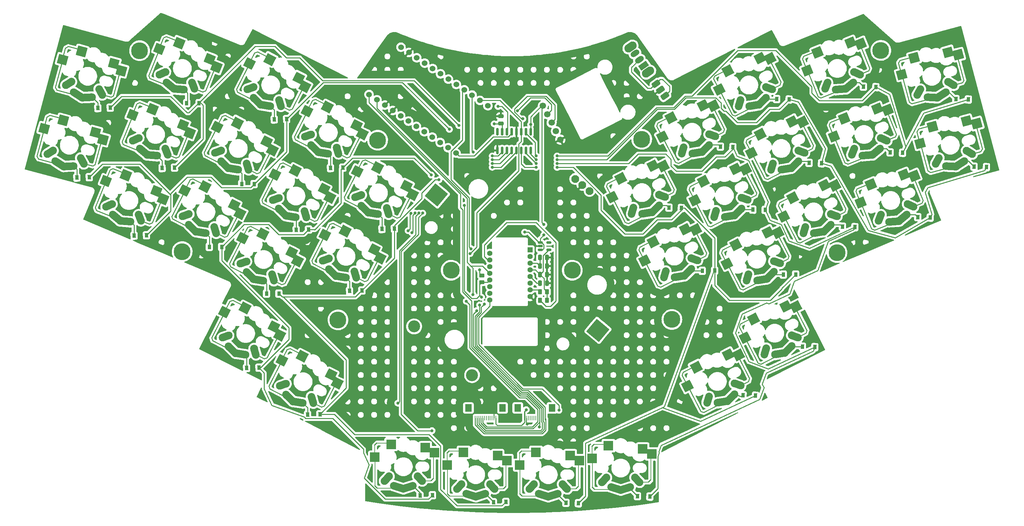
<source format=gbr>
%TF.GenerationSoftware,KiCad,Pcbnew,(6.0.4)*%
%TF.CreationDate,2022-10-17T18:10:13+02:00*%
%TF.ProjectId,Batreeq,42617472-6565-4712-9e6b-696361645f70,rev?*%
%TF.SameCoordinates,Original*%
%TF.FileFunction,Copper,L2,Bot*%
%TF.FilePolarity,Positive*%
%FSLAX46Y46*%
G04 Gerber Fmt 4.6, Leading zero omitted, Abs format (unit mm)*
G04 Created by KiCad (PCBNEW (6.0.4)) date 2022-10-17 18:10:13*
%MOMM*%
%LPD*%
G01*
G04 APERTURE LIST*
G04 Aperture macros list*
%AMRoundRect*
0 Rectangle with rounded corners*
0 $1 Rounding radius*
0 $2 $3 $4 $5 $6 $7 $8 $9 X,Y pos of 4 corners*
0 Add a 4 corners polygon primitive as box body*
4,1,4,$2,$3,$4,$5,$6,$7,$8,$9,$2,$3,0*
0 Add four circle primitives for the rounded corners*
1,1,$1+$1,$2,$3*
1,1,$1+$1,$4,$5*
1,1,$1+$1,$6,$7*
1,1,$1+$1,$8,$9*
0 Add four rect primitives between the rounded corners*
20,1,$1+$1,$2,$3,$4,$5,0*
20,1,$1+$1,$4,$5,$6,$7,0*
20,1,$1+$1,$6,$7,$8,$9,0*
20,1,$1+$1,$8,$9,$2,$3,0*%
%AMHorizOval*
0 Thick line with rounded ends*
0 $1 width*
0 $2 $3 position (X,Y) of the first rounded end (center of the circle)*
0 $4 $5 position (X,Y) of the second rounded end (center of the circle)*
0 Add line between two ends*
20,1,$1,$2,$3,$4,$5,0*
0 Add two circle primitives to create the rounded ends*
1,1,$1,$2,$3*
1,1,$1,$4,$5*%
%AMRotRect*
0 Rectangle, with rotation*
0 The origin of the aperture is its center*
0 $1 length*
0 $2 width*
0 $3 Rotation angle, in degrees counterclockwise*
0 Add horizontal line*
21,1,$1,$2,0,0,$3*%
G04 Aperture macros list end*
%TA.AperFunction,ComponentPad*%
%ADD10C,2.032000*%
%TD*%
%TA.AperFunction,SMDPad,CuDef*%
%ADD11RoundRect,0.062500X-0.347636X-0.272877X0.410136X0.164623X0.347636X0.272877X-0.410136X-0.164623X0*%
%TD*%
%TA.AperFunction,SMDPad,CuDef*%
%ADD12RotRect,7.000000X0.250000X75.000000*%
%TD*%
%TA.AperFunction,SMDPad,CuDef*%
%ADD13RotRect,2.000000X0.250000X345.000000*%
%TD*%
%TA.AperFunction,ComponentPad*%
%ADD14HorizOval,2.032000X0.753734X0.461889X-0.753734X-0.461889X0*%
%TD*%
%TA.AperFunction,SMDPad,CuDef*%
%ADD15RotRect,2.550000X2.500000X345.000000*%
%TD*%
%TA.AperFunction,SMDPad,CuDef*%
%ADD16RotRect,2.600000X2.600000X345.000000*%
%TD*%
%TA.AperFunction,ComponentPad*%
%ADD17HorizOval,2.032000X-0.421808X0.776874X0.421808X-0.776874X0*%
%TD*%
%TA.AperFunction,SMDPad,CuDef*%
%ADD18RotRect,3.000000X0.250000X165.000000*%
%TD*%
%TA.AperFunction,SMDPad,CuDef*%
%ADD19RoundRect,0.062500X-0.272877X0.347636X0.164623X-0.410136X0.272877X-0.347636X-0.164623X0.410136X0*%
%TD*%
%TA.AperFunction,ComponentPad*%
%ADD20HorizOval,2.032000X1.332292X0.067491X-1.332292X-0.067491X0*%
%TD*%
%TA.AperFunction,SMDPad,CuDef*%
%ADD21RoundRect,0.062500X0.347636X0.272877X-0.410136X-0.164623X-0.347636X-0.272877X0.410136X0.164623X0*%
%TD*%
%TA.AperFunction,SMDPad,CuDef*%
%ADD22RotRect,4.000000X0.250000X345.000000*%
%TD*%
%TA.AperFunction,ComponentPad*%
%ADD23HorizOval,2.032000X-1.120053X0.724595X1.120053X-0.724595X0*%
%TD*%
%TA.AperFunction,SMDPad,CuDef*%
%ADD24RotRect,7.000000X0.250000X255.000000*%
%TD*%
%TA.AperFunction,SMDPad,CuDef*%
%ADD25RotRect,4.000000X0.250000X255.000000*%
%TD*%
%TA.AperFunction,SMDPad,CuDef*%
%ADD26RotRect,2.550000X2.500000X27.000000*%
%TD*%
%TA.AperFunction,SMDPad,CuDef*%
%ADD27RoundRect,0.062500X-0.075754X-0.435401X0.194636X0.396774X0.075754X0.435401X-0.194636X-0.396774X0*%
%TD*%
%TA.AperFunction,SMDPad,CuDef*%
%ADD28RotRect,2.600000X2.600000X27.000000*%
%TD*%
%TA.AperFunction,ComponentPad*%
%ADD29HorizOval,2.032000X-0.833295X0.295085X0.833295X-0.295085X0*%
%TD*%
%TA.AperFunction,SMDPad,CuDef*%
%ADD30RotRect,7.000000X0.250000X117.000000*%
%TD*%
%TA.AperFunction,ComponentPad*%
%ADD31HorizOval,2.032000X0.251070X0.847597X-0.251070X-0.847597X0*%
%TD*%
%TA.AperFunction,SMDPad,CuDef*%
%ADD32RotRect,2.000000X0.250000X27.000000*%
%TD*%
%TA.AperFunction,SMDPad,CuDef*%
%ADD33RotRect,7.000000X0.250000X297.000000*%
%TD*%
%TA.AperFunction,ComponentPad*%
%ADD34HorizOval,2.032000X0.944925X0.941633X-0.944925X-0.941633X0*%
%TD*%
%TA.AperFunction,SMDPad,CuDef*%
%ADD35RotRect,3.000000X0.250000X207.000000*%
%TD*%
%TA.AperFunction,SMDPad,CuDef*%
%ADD36RoundRect,0.062500X-0.435401X0.075754X0.396774X-0.194636X0.435401X-0.075754X-0.396774X0.194636X0*%
%TD*%
%TA.AperFunction,ComponentPad*%
%ADD37HorizOval,2.032000X-1.317210X-0.210983X1.317210X0.210983X0*%
%TD*%
%TA.AperFunction,SMDPad,CuDef*%
%ADD38RoundRect,0.062500X0.075754X0.435401X-0.194636X-0.396774X-0.075754X-0.435401X0.194636X0.396774X0*%
%TD*%
%TA.AperFunction,SMDPad,CuDef*%
%ADD39RotRect,4.000000X0.250000X27.000000*%
%TD*%
%TA.AperFunction,SMDPad,CuDef*%
%ADD40RotRect,4.000000X0.250000X297.000000*%
%TD*%
%TA.AperFunction,ComponentPad*%
%ADD41C,4.500000*%
%TD*%
%TA.AperFunction,ComponentPad*%
%ADD42HorizOval,2.032000X0.421808X0.776874X-0.421808X-0.776874X0*%
%TD*%
%TA.AperFunction,SMDPad,CuDef*%
%ADD43RotRect,2.600000X2.600000X15.000000*%
%TD*%
%TA.AperFunction,SMDPad,CuDef*%
%ADD44RotRect,7.000000X0.250000X105.000000*%
%TD*%
%TA.AperFunction,SMDPad,CuDef*%
%ADD45RotRect,2.000000X0.250000X15.000000*%
%TD*%
%TA.AperFunction,SMDPad,CuDef*%
%ADD46RotRect,2.550000X2.500000X15.000000*%
%TD*%
%TA.AperFunction,ComponentPad*%
%ADD47HorizOval,2.032000X-0.753734X0.461889X0.753734X-0.461889X0*%
%TD*%
%TA.AperFunction,SMDPad,CuDef*%
%ADD48RoundRect,0.062500X-0.164623X-0.410136X0.272877X0.347636X0.164623X0.410136X-0.272877X-0.347636X0*%
%TD*%
%TA.AperFunction,SMDPad,CuDef*%
%ADD49RotRect,4.000000X0.250000X15.000000*%
%TD*%
%TA.AperFunction,SMDPad,CuDef*%
%ADD50RoundRect,0.062500X0.164623X0.410136X-0.272877X-0.347636X-0.164623X-0.410136X0.272877X0.347636X0*%
%TD*%
%TA.AperFunction,ComponentPad*%
%ADD51HorizOval,2.032000X-1.332292X0.067491X1.332292X-0.067491X0*%
%TD*%
%TA.AperFunction,SMDPad,CuDef*%
%ADD52RotRect,4.000000X0.250000X285.000000*%
%TD*%
%TA.AperFunction,SMDPad,CuDef*%
%ADD53RotRect,3.000000X0.250000X195.000000*%
%TD*%
%TA.AperFunction,SMDPad,CuDef*%
%ADD54RoundRect,0.062500X-0.410136X0.164623X0.347636X-0.272877X0.410136X-0.164623X-0.347636X0.272877X0*%
%TD*%
%TA.AperFunction,SMDPad,CuDef*%
%ADD55RotRect,7.000000X0.250000X285.000000*%
%TD*%
%TA.AperFunction,ComponentPad*%
%ADD56HorizOval,2.032000X1.120053X0.724595X-1.120053X-0.724595X0*%
%TD*%
%TA.AperFunction,ComponentPad*%
%ADD57HorizOval,2.032000X0.833295X0.295085X-0.833295X-0.295085X0*%
%TD*%
%TA.AperFunction,SMDPad,CuDef*%
%ADD58RotRect,7.000000X0.250000X63.000000*%
%TD*%
%TA.AperFunction,SMDPad,CuDef*%
%ADD59RotRect,2.000000X0.250000X333.000000*%
%TD*%
%TA.AperFunction,ComponentPad*%
%ADD60HorizOval,2.032000X-0.251070X0.847597X0.251070X-0.847597X0*%
%TD*%
%TA.AperFunction,SMDPad,CuDef*%
%ADD61RoundRect,0.062500X-0.396774X-0.194636X0.435401X0.075754X0.396774X0.194636X-0.435401X-0.075754X0*%
%TD*%
%TA.AperFunction,SMDPad,CuDef*%
%ADD62RotRect,2.550000X2.500000X333.000000*%
%TD*%
%TA.AperFunction,SMDPad,CuDef*%
%ADD63RotRect,2.600000X2.600000X333.000000*%
%TD*%
%TA.AperFunction,SMDPad,CuDef*%
%ADD64RotRect,7.000000X0.250000X243.000000*%
%TD*%
%TA.AperFunction,SMDPad,CuDef*%
%ADD65RoundRect,0.062500X0.396774X0.194636X-0.435401X-0.075754X-0.396774X-0.194636X0.435401X0.075754X0*%
%TD*%
%TA.AperFunction,SMDPad,CuDef*%
%ADD66RotRect,4.000000X0.250000X243.000000*%
%TD*%
%TA.AperFunction,SMDPad,CuDef*%
%ADD67RotRect,3.000000X0.250000X153.000000*%
%TD*%
%TA.AperFunction,ComponentPad*%
%ADD68HorizOval,2.032000X-0.944925X0.941633X0.944925X-0.941633X0*%
%TD*%
%TA.AperFunction,ComponentPad*%
%ADD69HorizOval,2.032000X-1.317210X0.210983X1.317210X-0.210983X0*%
%TD*%
%TA.AperFunction,SMDPad,CuDef*%
%ADD70RotRect,4.000000X0.250000X333.000000*%
%TD*%
%TA.AperFunction,SMDPad,CuDef*%
%ADD71RoundRect,0.062500X-0.194636X0.396774X0.075754X-0.435401X0.194636X-0.396774X-0.075754X0.435401X0*%
%TD*%
%TA.AperFunction,ComponentPad*%
%ADD72HorizOval,2.032000X-0.608505X0.641231X0.608505X-0.641231X0*%
%TD*%
%TA.AperFunction,SMDPad,CuDef*%
%ADD73R,0.250000X7.000000*%
%TD*%
%TA.AperFunction,SMDPad,CuDef*%
%ADD74R,2.550000X2.500000*%
%TD*%
%TA.AperFunction,SMDPad,CuDef*%
%ADD75R,2.600000X2.600000*%
%TD*%
%TA.AperFunction,SMDPad,CuDef*%
%ADD76RoundRect,0.062500X-0.265165X-0.353553X0.353553X0.265165X0.265165X0.353553X-0.353553X-0.265165X0*%
%TD*%
%TA.AperFunction,ComponentPad*%
%ADD77HorizOval,2.032000X0.608505X0.641231X-0.608505X-0.641231X0*%
%TD*%
%TA.AperFunction,SMDPad,CuDef*%
%ADD78R,2.000000X0.250000*%
%TD*%
%TA.AperFunction,SMDPad,CuDef*%
%ADD79R,4.000000X0.250000*%
%TD*%
%TA.AperFunction,SMDPad,CuDef*%
%ADD80RoundRect,0.062500X0.265165X0.353553X-0.353553X-0.265165X-0.265165X-0.353553X0.353553X0.265165X0*%
%TD*%
%TA.AperFunction,SMDPad,CuDef*%
%ADD81R,0.250000X4.000000*%
%TD*%
%TA.AperFunction,ComponentPad*%
%ADD82HorizOval,2.032000X1.269427X0.410014X-1.269427X-0.410014X0*%
%TD*%
%TA.AperFunction,SMDPad,CuDef*%
%ADD83RoundRect,0.062500X-0.353553X0.265165X0.265165X-0.353553X0.353553X-0.265165X-0.265165X0.353553X0*%
%TD*%
%TA.AperFunction,SMDPad,CuDef*%
%ADD84R,3.000000X0.250000*%
%TD*%
%TA.AperFunction,ComponentPad*%
%ADD85HorizOval,2.032000X-1.269427X0.410014X1.269427X-0.410014X0*%
%TD*%
%TA.AperFunction,ComponentPad*%
%ADD86HorizOval,2.032000X-0.804406X0.366589X0.804406X-0.366589X0*%
%TD*%
%TA.AperFunction,ComponentPad*%
%ADD87HorizOval,2.032000X0.323987X0.822489X-0.323987X-0.822489X0*%
%TD*%
%TA.AperFunction,SMDPad,CuDef*%
%ADD88RotRect,7.000000X0.250000X112.000000*%
%TD*%
%TA.AperFunction,SMDPad,CuDef*%
%ADD89RotRect,2.600000X2.600000X22.000000*%
%TD*%
%TA.AperFunction,SMDPad,CuDef*%
%ADD90RoundRect,0.062500X-0.113413X-0.427142X0.228476X0.378300X0.113413X0.427142X-0.228476X-0.378300X0*%
%TD*%
%TA.AperFunction,SMDPad,CuDef*%
%ADD91RotRect,2.000000X0.250000X22.000000*%
%TD*%
%TA.AperFunction,SMDPad,CuDef*%
%ADD92RotRect,2.550000X2.500000X22.000000*%
%TD*%
%TA.AperFunction,SMDPad,CuDef*%
%ADD93RotRect,4.000000X0.250000X22.000000*%
%TD*%
%TA.AperFunction,SMDPad,CuDef*%
%ADD94RoundRect,0.062500X-0.427142X0.113413X0.378300X-0.228476X0.427142X-0.113413X-0.378300X0.228476X0*%
%TD*%
%TA.AperFunction,SMDPad,CuDef*%
%ADD95RotRect,4.000000X0.250000X292.000000*%
%TD*%
%TA.AperFunction,SMDPad,CuDef*%
%ADD96RoundRect,0.062500X0.113413X0.427142X-0.228476X-0.378300X-0.113413X-0.427142X0.228476X0.378300X0*%
%TD*%
%TA.AperFunction,ComponentPad*%
%ADD97HorizOval,2.032000X-1.330586X-0.095378X1.330586X0.095378X0*%
%TD*%
%TA.AperFunction,ComponentPad*%
%ADD98HorizOval,2.032000X1.023398X0.855694X-1.023398X-0.855694X0*%
%TD*%
%TA.AperFunction,SMDPad,CuDef*%
%ADD99RotRect,7.000000X0.250000X292.000000*%
%TD*%
%TA.AperFunction,SMDPad,CuDef*%
%ADD100RotRect,3.000000X0.250000X202.000000*%
%TD*%
%TA.AperFunction,ComponentPad*%
%ADD101C,3.200000*%
%TD*%
%TA.AperFunction,ComponentPad*%
%ADD102C,2.100000*%
%TD*%
%TA.AperFunction,ComponentPad*%
%ADD103RotRect,4.400000X4.400000X140.000000*%
%TD*%
%TA.AperFunction,SMDPad,CuDef*%
%ADD104RotRect,2.000000X0.250000X338.000000*%
%TD*%
%TA.AperFunction,ComponentPad*%
%ADD105HorizOval,2.032000X0.804406X0.366589X-0.804406X-0.366589X0*%
%TD*%
%TA.AperFunction,ComponentPad*%
%ADD106HorizOval,2.032000X-0.323987X0.822489X0.323987X-0.822489X0*%
%TD*%
%TA.AperFunction,SMDPad,CuDef*%
%ADD107RotRect,7.000000X0.250000X68.000000*%
%TD*%
%TA.AperFunction,SMDPad,CuDef*%
%ADD108RoundRect,0.062500X-0.378300X-0.228476X0.427142X0.113413X0.378300X0.228476X-0.427142X-0.113413X0*%
%TD*%
%TA.AperFunction,SMDPad,CuDef*%
%ADD109RotRect,2.600000X2.600000X338.000000*%
%TD*%
%TA.AperFunction,SMDPad,CuDef*%
%ADD110RotRect,2.550000X2.500000X338.000000*%
%TD*%
%TA.AperFunction,SMDPad,CuDef*%
%ADD111RotRect,4.000000X0.250000X338.000000*%
%TD*%
%TA.AperFunction,SMDPad,CuDef*%
%ADD112RotRect,4.000000X0.250000X248.000000*%
%TD*%
%TA.AperFunction,SMDPad,CuDef*%
%ADD113RoundRect,0.062500X-0.228476X0.378300X0.113413X-0.427142X0.228476X-0.378300X-0.113413X0.427142X0*%
%TD*%
%TA.AperFunction,ComponentPad*%
%ADD114HorizOval,2.032000X-1.023398X0.855694X1.023398X-0.855694X0*%
%TD*%
%TA.AperFunction,SMDPad,CuDef*%
%ADD115RotRect,7.000000X0.250000X248.000000*%
%TD*%
%TA.AperFunction,ComponentPad*%
%ADD116HorizOval,2.032000X-1.330586X0.095378X1.330586X-0.095378X0*%
%TD*%
%TA.AperFunction,SMDPad,CuDef*%
%ADD117RoundRect,0.062500X0.378300X0.228476X-0.427142X-0.113413X-0.378300X-0.228476X0.427142X0.113413X0*%
%TD*%
%TA.AperFunction,SMDPad,CuDef*%
%ADD118RotRect,3.000000X0.250000X158.000000*%
%TD*%
%TA.AperFunction,ComponentPad*%
%ADD119RoundRect,0.375000X-0.827182X-0.137458X-0.386343X-0.744220X0.827182X0.137458X0.386343X0.744220X0*%
%TD*%
%TA.AperFunction,ComponentPad*%
%ADD120C,1.700000*%
%TD*%
%TA.AperFunction,ComponentPad*%
%ADD121HorizOval,1.700000X0.000000X0.000000X0.000000X0.000000X0*%
%TD*%
%TA.AperFunction,ComponentPad*%
%ADD122HorizOval,2.200000X0.532449X0.372825X-0.532449X-0.372825X0*%
%TD*%
%TA.AperFunction,ComponentPad*%
%ADD123RotRect,1.500000X2.500000X125.000000*%
%TD*%
%TA.AperFunction,ComponentPad*%
%ADD124HorizOval,1.500000X0.409576X0.286788X-0.409576X-0.286788X0*%
%TD*%
%TA.AperFunction,SMDPad,CuDef*%
%ADD125RotRect,0.900000X1.200000X358.000000*%
%TD*%
%TA.AperFunction,SMDPad,CuDef*%
%ADD126RoundRect,0.250000X0.250000X0.475000X-0.250000X0.475000X-0.250000X-0.475000X0.250000X-0.475000X0*%
%TD*%
%TA.AperFunction,SMDPad,CuDef*%
%ADD127R,0.900000X1.200000*%
%TD*%
%TA.AperFunction,SMDPad,CuDef*%
%ADD128R,0.280000X1.250000*%
%TD*%
%TA.AperFunction,SMDPad,CuDef*%
%ADD129R,1.800000X2.000000*%
%TD*%
%TA.AperFunction,SMDPad,CuDef*%
%ADD130RotRect,0.900000X1.200000X2.000000*%
%TD*%
%TA.AperFunction,SMDPad,CuDef*%
%ADD131RoundRect,0.150000X0.150000X-0.825000X0.150000X0.825000X-0.150000X0.825000X-0.150000X-0.825000X0*%
%TD*%
%TA.AperFunction,SMDPad,CuDef*%
%ADD132RoundRect,0.250000X0.262500X0.450000X-0.262500X0.450000X-0.262500X-0.450000X0.262500X-0.450000X0*%
%TD*%
%TA.AperFunction,SMDPad,CuDef*%
%ADD133RoundRect,0.250000X-0.262500X-0.450000X0.262500X-0.450000X0.262500X0.450000X-0.262500X0.450000X0*%
%TD*%
%TA.AperFunction,SMDPad,CuDef*%
%ADD134RotRect,0.900000X1.200000X1.000000*%
%TD*%
%TA.AperFunction,SMDPad,CuDef*%
%ADD135RoundRect,0.250000X0.450000X-0.262500X0.450000X0.262500X-0.450000X0.262500X-0.450000X-0.262500X0*%
%TD*%
%TA.AperFunction,SMDPad,CuDef*%
%ADD136RotRect,0.900000X1.200000X359.000000*%
%TD*%
%TA.AperFunction,ComponentPad*%
%ADD137C,1.524000*%
%TD*%
%TA.AperFunction,SMDPad,CuDef*%
%ADD138RoundRect,0.250000X-0.250000X-0.475000X0.250000X-0.475000X0.250000X0.475000X-0.250000X0.475000X0*%
%TD*%
%TA.AperFunction,ComponentPad*%
%ADD139R,1.400000X1.400000*%
%TD*%
%TA.AperFunction,ComponentPad*%
%ADD140C,1.400000*%
%TD*%
%TA.AperFunction,SMDPad,CuDef*%
%ADD141RoundRect,0.150000X-0.512500X-0.150000X0.512500X-0.150000X0.512500X0.150000X-0.512500X0.150000X0*%
%TD*%
%TA.AperFunction,SMDPad,CuDef*%
%ADD142RoundRect,0.250000X0.475000X-0.250000X0.475000X0.250000X-0.475000X0.250000X-0.475000X-0.250000X0*%
%TD*%
%TA.AperFunction,ViaPad*%
%ADD143C,0.800000*%
%TD*%
%TA.AperFunction,Conductor*%
%ADD144C,0.250000*%
%TD*%
G04 APERTURE END LIST*
D10*
%TO.P,SW7,1,1*%
%TO.N,row_3*%
X28109859Y-66160678D03*
D11*
X39010355Y-70066348D03*
D10*
X35470214Y-68132879D03*
D12*
X40264501Y-66510160D03*
D13*
X37727334Y-70022093D03*
D14*
X27359039Y-66625626D03*
D15*
X39405176Y-61298445D03*
D16*
X41407859Y-63215404D03*
D17*
X35887969Y-68910945D03*
D18*
%TO.P,SW7,2,2*%
%TO.N,Net-(D7-Pad1)*%
X28682725Y-57168507D03*
D19*
X24030284Y-68060886D03*
D16*
X30824002Y-58098436D03*
D20*
X32237817Y-70325931D03*
D21*
X26897422Y-56989666D03*
D22*
X26129466Y-68922890D03*
D23*
X29812672Y-69676116D03*
D24*
X24722257Y-64354063D03*
D15*
X25741297Y-60270245D03*
D25*
X26031505Y-59096966D03*
D10*
X30920405Y-70392289D03*
%TD*%
%TO.P,SW26,1,1*%
%TO.N,row_3*%
X218112410Y-118862139D03*
D26*
X223252998Y-107690753D03*
D27*
X228826461Y-114470762D03*
D28*
X226023977Y-107775275D03*
D29*
X225732961Y-115701415D03*
D30*
X227378918Y-110988811D03*
D10*
X224901880Y-115402731D03*
D31*
X217865554Y-119710059D03*
D32*
X227843378Y-115296382D03*
D33*
%TO.P,SW26,2,2*%
%TO.N,Net-(D26-Pad1)*%
X214386070Y-119786311D03*
D34*
X223967179Y-119195383D03*
D35*
X212521195Y-111796332D03*
D10*
X223032553Y-120126217D03*
D36*
X216352183Y-123004037D03*
D37*
X221730133Y-120335215D03*
D26*
X212410756Y-116069572D03*
D38*
X211074789Y-112858027D03*
D39*
X218488972Y-122240004D03*
D40*
X211841347Y-115003468D03*
D28*
X214734719Y-111054609D03*
%TD*%
D41*
%TO.P,H10,1*%
%TO.N,N/C*%
X166447346Y-98056076D03*
%TD*%
D42*
%TO.P,SW34,1,1*%
%TO.N,row_3*%
X258765520Y-50556247D03*
D43*
X269227043Y-40578499D03*
D44*
X269884244Y-44003519D03*
D10*
X259183275Y-49778181D03*
D45*
X269442961Y-48313527D03*
D46*
X266534190Y-39919704D03*
D10*
X266543629Y-47805979D03*
D47*
X267294449Y-48270927D03*
D48*
X270576216Y-47710342D03*
D49*
%TO.P,SW34,2,2*%
%TO.N,Net-(D34-Pad1)*%
X258849310Y-53160522D03*
D50*
X253547767Y-42442070D03*
D51*
X262415672Y-51971232D03*
D52*
X253851511Y-44700004D03*
D53*
X255183304Y-41704299D03*
D54*
X256600363Y-53463596D03*
D43*
X257502670Y-41439002D03*
D55*
X255346218Y-49907408D03*
D56*
X264840817Y-51321417D03*
D10*
X263733084Y-52037591D03*
D46*
X254186823Y-45861198D03*
%TD*%
D41*
%TO.P,H8,1*%
%TO.N,N/C*%
X248621075Y-39434330D03*
%TD*%
%TO.P,H9,1*%
%TO.N,N/C*%
X134189343Y-98056079D03*
%TD*%
D32*
%TO.P,SW21,1,1*%
%TO.N,row_3*%
X212570710Y-128154481D03*
D29*
X210460293Y-128559514D03*
D31*
X202592886Y-132568158D03*
D26*
X207980330Y-120548852D03*
D30*
X212106250Y-123846910D03*
D10*
X202839742Y-131720238D03*
D28*
X210751309Y-120633374D03*
D27*
X213553793Y-127328861D03*
D10*
X209629212Y-128260830D03*
D40*
%TO.P,SW21,2,2*%
%TO.N,Net-(D21-Pad1)*%
X196568679Y-127861567D03*
D39*
X203216304Y-135098103D03*
D34*
X208694511Y-132053482D03*
D38*
X195802121Y-125716126D03*
D28*
X199462051Y-123912708D03*
D36*
X201079515Y-135862136D03*
D35*
X197248527Y-124654431D03*
D10*
X207759885Y-132984316D03*
D26*
X197138088Y-128927671D03*
D37*
X206457465Y-133193314D03*
D33*
X199113402Y-132644410D03*
%TD*%
D30*
%TO.P,SW25,1,1*%
%TO.N,row_1*%
X213997586Y-74301088D03*
D10*
X204731078Y-82174416D03*
X211520548Y-78715008D03*
D29*
X212351629Y-79013692D03*
D31*
X204484222Y-83022336D03*
D32*
X214462046Y-78608659D03*
D27*
X215445129Y-77783039D03*
D28*
X212642645Y-71087552D03*
D26*
X209871666Y-71003030D03*
D35*
%TO.P,SW25,2,2*%
%TO.N,Net-(D25-Pad1)*%
X199139863Y-75108609D03*
D28*
X201353387Y-74366886D03*
D37*
X208348801Y-83647492D03*
D10*
X209651221Y-83438494D03*
D40*
X198460015Y-78315745D03*
D36*
X202970851Y-86316314D03*
D34*
X210585847Y-82507660D03*
D38*
X197693457Y-76170304D03*
D39*
X205107640Y-85552281D03*
D33*
X201004738Y-83098588D03*
D26*
X199029424Y-79381849D03*
%TD*%
D57*
%TO.P,SW4,1,1*%
%TO.N,row_0*%
X80716311Y-49495975D03*
D10*
X81547392Y-49197291D03*
D58*
X93363765Y-52066228D03*
D59*
X90151869Y-54973911D03*
D10*
X88336862Y-52656699D03*
D60*
X88583719Y-53504619D03*
D61*
X91397651Y-55283954D03*
D62*
X93606795Y-46789738D03*
D63*
X95167155Y-49081188D03*
%TO.P,SW4,2,2*%
%TO.N,Net-(D4-Pad1)*%
X85878459Y-41875530D03*
D64*
X78609433Y-46725834D03*
D65*
X82268211Y-39974608D03*
D66*
X80983084Y-41855824D03*
D67*
X83977316Y-40520726D03*
D68*
X82482094Y-52989943D03*
D10*
X83416719Y-53920777D03*
D69*
X84719139Y-54129775D03*
D70*
X79035980Y-51487395D03*
D62*
X80455278Y-42943127D03*
D71*
X77161890Y-50207784D03*
%TD*%
D61*
%TO.P,SW8,1,1*%
%TO.N,row_0*%
X106745769Y-67948576D03*
D60*
X103931837Y-66169241D03*
D62*
X108954913Y-59454360D03*
D59*
X105499987Y-67638533D03*
D58*
X108711883Y-64730850D03*
D57*
X96064429Y-62160597D03*
D63*
X110515273Y-61745810D03*
D10*
X103684980Y-65321321D03*
X96895510Y-61861913D03*
D64*
%TO.P,SW8,2,2*%
%TO.N,Net-(D8-Pad1)*%
X93957551Y-59390456D03*
D68*
X97830212Y-65654565D03*
D62*
X95803396Y-55607749D03*
D67*
X99325434Y-53185348D03*
D63*
X101226577Y-54540152D03*
D10*
X98764837Y-66585399D03*
D66*
X96331202Y-54520446D03*
D69*
X100067257Y-66794397D03*
D70*
X94384098Y-64152017D03*
D65*
X97616329Y-52639230D03*
D71*
X92510008Y-62872406D03*
%TD*%
D72*
%TO.P,SW22,1,1*%
%TO.N,row_4*%
X164458243Y-155769509D03*
D73*
X168064279Y-152317797D03*
D74*
X165885344Y-147506077D03*
D75*
X168315932Y-148839385D03*
D76*
X167773276Y-156077409D03*
D10*
X156233344Y-155126077D03*
D77*
X155628445Y-155769509D03*
D10*
X163853344Y-155126077D03*
D78*
X166522520Y-156366732D03*
D79*
%TO.P,SW22,2,2*%
%TO.N,Net-(D22-Pad1)*%
X155035344Y-158306732D03*
D73*
X152493585Y-154257797D03*
D10*
X160043344Y-158486077D03*
D80*
X152688588Y-146581361D03*
D81*
X152397585Y-148840973D03*
D75*
X156768343Y-146636077D03*
D82*
X161298692Y-158081008D03*
D83*
X152784588Y-158017409D03*
D84*
X154459344Y-146292038D03*
D85*
X158787996Y-158081008D03*
D74*
X152420932Y-150049385D03*
%TD*%
D41*
%TO.P,H3,1*%
%TO.N,N/C*%
X192972150Y-111198053D03*
%TD*%
D73*
%TO.P,SW27,1,1*%
%TO.N,row_4*%
X187368281Y-150539798D03*
D76*
X187077278Y-154299410D03*
D75*
X187619934Y-147061386D03*
D10*
X175537346Y-153348078D03*
D74*
X185189346Y-145728078D03*
D78*
X185826522Y-154588733D03*
D10*
X183157346Y-153348078D03*
D72*
X183762245Y-153991510D03*
D77*
X174932447Y-153991510D03*
D83*
%TO.P,SW27,2,2*%
%TO.N,Net-(D27-Pad1)*%
X172088590Y-156239410D03*
D81*
X171701587Y-147062974D03*
D82*
X180602694Y-156303009D03*
D85*
X178091998Y-156303009D03*
D73*
X171797587Y-152479798D03*
D10*
X179347346Y-156708078D03*
D84*
X173763346Y-144514039D03*
D74*
X171724934Y-148271386D03*
D79*
X174339346Y-156528733D03*
D80*
X171992590Y-144803362D03*
D75*
X176072345Y-144858078D03*
%TD*%
D10*
%TO.P,SW33,1,1*%
%TO.N,row_1*%
X241566801Y-65644698D03*
D86*
X249433828Y-63160177D03*
D87*
X241246983Y-66467877D03*
D10*
X248631942Y-62790196D03*
D88*
X251484253Y-58608961D03*
D89*
X250414546Y-55289562D03*
D90*
X252622816Y-62203823D03*
D91*
X251571516Y-62940620D03*
D92*
X247661478Y-54963855D03*
D89*
%TO.P,SW33,2,2*%
%TO.N,Net-(D33-Pad1)*%
X238882434Y-57572493D03*
D93*
X241647530Y-69042529D03*
D94*
X239452282Y-69617421D03*
D95*
X235655906Y-61254152D03*
D10*
X246358050Y-67332785D03*
D96*
X235079254Y-59050065D03*
D97*
X245042371Y-67427473D03*
D98*
X247370247Y-66486951D03*
D92*
X236130232Y-62365826D03*
D99*
X237774094Y-66240582D03*
D100*
X236612689Y-58118472D03*
%TD*%
D41*
%TO.P,H6,1*%
%TO.N,N/C*%
X114577344Y-63386078D03*
%TD*%
D59*
%TO.P,SW16,1,1*%
%TO.N,row_3*%
X98765506Y-134113482D03*
D57*
X89329948Y-128635546D03*
D60*
X97197356Y-132644190D03*
D63*
X103780792Y-128220759D03*
D58*
X101977402Y-131205799D03*
D61*
X100011288Y-134423525D03*
D62*
X102220432Y-125929309D03*
D10*
X96950499Y-131796270D03*
X90161029Y-128336862D03*
D62*
%TO.P,SW16,2,2*%
%TO.N,Net-(D16-Pad1)*%
X89068915Y-122082698D03*
D69*
X93332776Y-133269346D03*
D70*
X87649617Y-130626966D03*
D65*
X90881848Y-119114179D03*
D63*
X94492096Y-121015101D03*
D67*
X92590953Y-119660297D03*
D68*
X91095731Y-132129514D03*
D71*
X85775527Y-129347355D03*
D64*
X87223070Y-125865405D03*
D66*
X89596721Y-120995395D03*
D10*
X92030356Y-133060348D03*
%TD*%
%TO.P,SW28,1,1*%
%TO.N,row_0*%
X211242417Y-52659761D03*
D30*
X220508925Y-44786433D03*
D10*
X218031887Y-49200353D03*
D32*
X220973385Y-49094004D03*
D31*
X210995561Y-53507681D03*
D26*
X216383005Y-41488375D03*
D28*
X219153984Y-41572897D03*
D29*
X218862968Y-49499037D03*
D27*
X221956468Y-48268384D03*
D28*
%TO.P,SW28,2,2*%
%TO.N,Net-(D28-Pad1)*%
X207864726Y-44852231D03*
D36*
X209482190Y-56801659D03*
D37*
X214860140Y-54132837D03*
D35*
X205651202Y-45593954D03*
D40*
X204971354Y-48801090D03*
D10*
X216162560Y-53923839D03*
D33*
X207516077Y-53583933D03*
D39*
X211618979Y-56037626D03*
D34*
X217097186Y-52993005D03*
D26*
X205540763Y-49867194D03*
D38*
X204204796Y-46655649D03*
%TD*%
D58*
%TO.P,SW5,1,1*%
%TO.N,row_1*%
X84737949Y-68995352D03*
D10*
X79711046Y-69585823D03*
D61*
X82771835Y-72213078D03*
D60*
X79957903Y-70433743D03*
D62*
X84980979Y-63718862D03*
D59*
X81526053Y-71903035D03*
D63*
X86541339Y-66010312D03*
D57*
X72090495Y-66425099D03*
D10*
X72921576Y-66126415D03*
D66*
%TO.P,SW5,2,2*%
%TO.N,Net-(D5-Pad1)*%
X72357268Y-58784948D03*
D71*
X68536074Y-67136908D03*
D67*
X75351500Y-57449850D03*
D64*
X69983617Y-63654958D03*
D69*
X76093323Y-71058899D03*
D62*
X71829462Y-59872251D03*
D70*
X70410164Y-68416519D03*
D68*
X73856278Y-69919067D03*
D65*
X73642395Y-56903732D03*
D63*
X77252643Y-58804654D03*
D10*
X74790903Y-70849901D03*
%TD*%
D101*
%TO.P,SW36,*%
%TO.N,*%
X124286053Y-113059816D03*
X139749391Y-126035494D03*
D102*
%TO.P,SW36,A,A*%
%TO.N,EncL*%
X171042086Y-76927713D03*
%TO.P,SW36,B,B*%
%TO.N,EncR*%
X167211864Y-73713775D03*
%TO.P,SW36,C,C*%
%TO.N,GND*%
X169126975Y-75320744D03*
D103*
%TO.P,SW36,MP*%
%TO.N,N/C*%
X173263659Y-114099277D03*
X130236554Y-77998238D03*
%TD*%
D10*
%TO.P,SW15,1,1*%
%TO.N,row_2*%
X79643871Y-95720163D03*
D59*
X88248348Y-101496783D03*
D63*
X93263634Y-95604060D03*
D57*
X78812790Y-96018847D03*
D60*
X86680198Y-100027491D03*
D61*
X89494130Y-101806826D03*
D58*
X91460244Y-98589100D03*
D10*
X86433341Y-99179571D03*
D62*
X91703274Y-93312610D03*
D65*
%TO.P,SW15,2,2*%
%TO.N,Net-(D15-Pad1)*%
X80364690Y-86497480D03*
D70*
X77132459Y-98010267D03*
D67*
X82073795Y-87043598D03*
D71*
X75258369Y-96730656D03*
D66*
X79079563Y-88378696D03*
D63*
X83974938Y-88398402D03*
D10*
X81513198Y-100443649D03*
D62*
X78551757Y-89465999D03*
D69*
X82815618Y-100652647D03*
D64*
X76705912Y-93248706D03*
D68*
X80578573Y-99512815D03*
%TD*%
D10*
%TO.P,SW31,1,1*%
%TO.N,row_3*%
X264109499Y-68138229D03*
D47*
X272220673Y-66630975D03*
D10*
X271469853Y-66166027D03*
D42*
X263691744Y-68916295D03*
D45*
X274369185Y-66673575D03*
D48*
X275502440Y-66070390D03*
D46*
X271460414Y-58279752D03*
D43*
X274153267Y-58938547D03*
D44*
X274810468Y-62363567D03*
D55*
%TO.P,SW31,2,2*%
%TO.N,Net-(D31-Pad1)*%
X260272442Y-68267456D03*
D43*
X262428894Y-59799050D03*
D50*
X258473991Y-60802118D03*
D10*
X268659308Y-70397639D03*
D46*
X259113047Y-64221246D03*
D52*
X258777735Y-63060052D03*
D56*
X269767041Y-69681465D03*
D49*
X263775534Y-71520570D03*
D51*
X267341896Y-70331280D03*
D54*
X261526587Y-71823644D03*
D53*
X260109528Y-60064347D03*
%TD*%
D41*
%TO.P,H2,1*%
%TO.N,N/C*%
X104010023Y-111310117D03*
%TD*%
D27*
%TO.P,SW23,1,1*%
%TO.N,row_2*%
X239208105Y-82126631D03*
D31*
X228247198Y-87365928D03*
D32*
X238225022Y-82952251D03*
D30*
X237760562Y-78644680D03*
D28*
X236405621Y-75431144D03*
D10*
X228494054Y-86518008D03*
D26*
X233634642Y-75346622D03*
D29*
X236114605Y-83357284D03*
D10*
X235283524Y-83058600D03*
D38*
%TO.P,SW23,2,2*%
%TO.N,Net-(D23-Pad1)*%
X221456433Y-80513896D03*
D36*
X226733827Y-90659906D03*
D33*
X224767714Y-87442180D03*
D40*
X222222991Y-82659337D03*
D10*
X233414197Y-87782086D03*
D34*
X234348823Y-86851252D03*
D35*
X222902839Y-79452201D03*
D28*
X225116363Y-78710478D03*
D37*
X232111777Y-87991084D03*
D26*
X222792400Y-83725441D03*
D39*
X228870616Y-89895873D03*
%TD*%
D104*
%TO.P,SW6,1,1*%
%TO.N,row_2*%
X52905360Y-85407570D03*
D10*
X43830160Y-80402862D03*
D105*
X43028274Y-80772843D03*
D106*
X51215120Y-84080543D03*
D107*
X55851612Y-82231017D03*
D10*
X50895301Y-83257365D03*
D108*
X54173424Y-85607856D03*
D109*
X57387977Y-79100160D03*
D110*
X55633841Y-76953424D03*
D111*
%TO.P,SW6,2,2*%
%TO.N,Net-(D6-Pad1)*%
X41527900Y-82903135D03*
D112*
X42628148Y-73138515D03*
D110*
X42197116Y-74267681D03*
D113*
X39549417Y-81791732D03*
D10*
X46104053Y-84945451D03*
D114*
X45091856Y-84099617D03*
D115*
X40687980Y-78196869D03*
D116*
X47419732Y-85040139D03*
D117*
X43744427Y-71152451D03*
D109*
X47506613Y-72731486D03*
D118*
X45494626Y-71547532D03*
%TD*%
D10*
%TO.P,SW12,1,1*%
%TO.N,row_4*%
X125247758Y-153006079D03*
X117627758Y-153006079D03*
D72*
X125852657Y-153649511D03*
D73*
X129458693Y-150197799D03*
D77*
X117022859Y-153649511D03*
D74*
X127279758Y-145386079D03*
D76*
X129167690Y-153957411D03*
D75*
X129710346Y-146719387D03*
D78*
X127916934Y-154246734D03*
D85*
%TO.P,SW12,2,2*%
%TO.N,Net-(D12-Pad1)*%
X120182410Y-155961010D03*
D10*
X121437758Y-156366079D03*
D82*
X122693106Y-155961010D03*
D74*
X113815346Y-147929387D03*
D75*
X118162757Y-144516079D03*
D84*
X115853758Y-144172040D03*
D83*
X114179002Y-155897411D03*
D79*
X116429758Y-156186734D03*
D81*
X113791999Y-146720975D03*
D73*
X113887999Y-152137799D03*
D80*
X114083002Y-144461363D03*
%TD*%
D109*
%TO.P,SW1,1,1*%
%TO.N,row_0*%
X71623026Y-43867174D03*
D107*
X70086661Y-46998031D03*
D10*
X65130350Y-48024379D03*
D105*
X57263323Y-45539857D03*
D106*
X65450169Y-48847557D03*
D108*
X68408473Y-50374870D03*
D110*
X69868890Y-41720438D03*
D104*
X67140409Y-50174584D03*
D10*
X58065209Y-45169876D03*
D110*
%TO.P,SW1,2,2*%
%TO.N,Net-(SW1-Pad2)*%
X56432165Y-39034695D03*
D114*
X59326905Y-48866631D03*
D116*
X61654781Y-49807153D03*
D118*
X59729675Y-36314546D03*
D115*
X54923029Y-42963883D03*
D117*
X57979476Y-35919465D03*
D111*
X55762949Y-47670149D03*
D109*
X61741662Y-37498500D03*
D10*
X60339102Y-49712465D03*
D113*
X53784466Y-46558746D03*
D112*
X56863197Y-37905529D03*
%TD*%
D57*
%TO.P,SW11,1,1*%
%TO.N,row_3*%
X74057278Y-115777443D03*
D10*
X81677829Y-118938167D03*
D62*
X86947762Y-113071206D03*
D60*
X81924686Y-119786087D03*
D59*
X83492836Y-121255379D03*
D63*
X88508122Y-115362656D03*
D10*
X74888359Y-115478759D03*
D58*
X86704732Y-118347696D03*
D61*
X84738618Y-121565422D03*
D68*
%TO.P,SW11,2,2*%
%TO.N,Net-(D11-Pad1)*%
X75823061Y-119271411D03*
D10*
X76757686Y-120202245D03*
D65*
X75609178Y-106256076D03*
D63*
X79219426Y-108156998D03*
D66*
X74324051Y-108137292D03*
D67*
X77318283Y-106802194D03*
D70*
X72376947Y-117768863D03*
D64*
X71950400Y-113007302D03*
D69*
X78060106Y-120411243D03*
D71*
X70502857Y-116489252D03*
D62*
X73796245Y-109224595D03*
%TD*%
D26*
%TO.P,SW19,1,1*%
%TO.N,row_1*%
X196520066Y-87120722D03*
D32*
X201110446Y-94726351D03*
D29*
X199000029Y-95131384D03*
D31*
X191132622Y-99140028D03*
D10*
X191379478Y-98292108D03*
X198168948Y-94832700D03*
D28*
X199291045Y-87205244D03*
D30*
X200645986Y-90418780D03*
D27*
X202093529Y-93900731D03*
D36*
%TO.P,SW19,2,2*%
%TO.N,Net-(D19-Pad1)*%
X189619251Y-102434006D03*
D28*
X188001787Y-90484578D03*
D37*
X194997201Y-99765184D03*
D10*
X196299621Y-99556186D03*
D33*
X187653138Y-99216280D03*
D39*
X191756040Y-101669973D03*
D26*
X185677824Y-95499541D03*
D40*
X185108415Y-94433437D03*
D34*
X197234247Y-98625352D03*
D38*
X184341857Y-92287996D03*
D35*
X185788263Y-91226301D03*
%TD*%
D10*
%TO.P,SW3,1,1*%
%TO.N,row_3*%
X33019910Y-47790287D03*
D16*
X46317910Y-44845013D03*
D15*
X44315227Y-42928054D03*
D17*
X40798020Y-50540554D03*
D13*
X42637385Y-51651702D03*
D11*
X43920406Y-51695957D03*
D12*
X45174552Y-48139769D03*
D10*
X40380265Y-49762488D03*
D14*
X32269090Y-48255235D03*
D22*
%TO.P,SW3,2,2*%
%TO.N,Net-(D3-Pad1)*%
X31039517Y-50552499D03*
D25*
X30941556Y-40726575D03*
D15*
X30651348Y-41899854D03*
D21*
X31807473Y-38619275D03*
D23*
X34722723Y-51305725D03*
D10*
X35830456Y-52021898D03*
D16*
X35734053Y-39728045D03*
D18*
X33592776Y-38798116D03*
D20*
X37147868Y-51955540D03*
D19*
X28940335Y-49690495D03*
D24*
X29632308Y-45983672D03*
%TD*%
D62*
%TO.P,SW10,1,1*%
%TO.N,row_2*%
X76355157Y-80647987D03*
D58*
X76112127Y-85924477D03*
D57*
X63464673Y-83354224D03*
D63*
X77915517Y-82939437D03*
D60*
X71332081Y-87362868D03*
D10*
X64295754Y-83055540D03*
D61*
X74146013Y-89142203D03*
D10*
X71085224Y-86514948D03*
D59*
X72900231Y-88832160D03*
D71*
%TO.P,SW10,2,2*%
%TO.N,Net-(D10-Pad1)*%
X59910252Y-84066033D03*
D62*
X63203640Y-76801376D03*
D70*
X61784342Y-85345644D03*
D68*
X65230456Y-86848192D03*
D65*
X65016573Y-73832857D03*
D66*
X63731446Y-75714073D03*
D10*
X66165081Y-87779026D03*
D69*
X67467501Y-87988024D03*
D64*
X61357795Y-80584083D03*
D63*
X68626821Y-75733779D03*
D67*
X66725678Y-74378975D03*
%TD*%
D86*
%TO.P,SW32,1,1*%
%TO.N,row_0*%
X242316304Y-45543686D03*
D90*
X245505292Y-44587332D03*
D92*
X240543954Y-37347364D03*
D10*
X241514418Y-45173705D03*
D87*
X234129459Y-48851386D03*
D91*
X244453992Y-45324129D03*
D10*
X234449277Y-48028207D03*
D89*
X243297022Y-37673071D03*
D88*
X244366729Y-40992470D03*
D10*
%TO.P,SW32,2,2*%
%TO.N,Net-(D32-Pad1)*%
X239240526Y-49716294D03*
D96*
X227961730Y-41433574D03*
D97*
X237924847Y-49810982D03*
D92*
X229012708Y-44749335D03*
D93*
X234530006Y-51426038D03*
D99*
X230656570Y-48624091D03*
D98*
X240252723Y-48870460D03*
D100*
X229495165Y-40501981D03*
D95*
X228538382Y-43637661D03*
D94*
X232334758Y-52000930D03*
D89*
X231764910Y-39956002D03*
%TD*%
D119*
%TO.P,PAD1,1*%
%TO.N,bat+*%
X191098000Y-51590000D03*
%TO.P,PAD1,2*%
%TO.N,GND*%
X189922429Y-49971966D03*
%TO.P,PAD1,3*%
%TO.N,bat+*%
X188746858Y-48353932D03*
%TD*%
D10*
%TO.P,SW9,1,1*%
%TO.N,row_1*%
X95059158Y-82250446D03*
D57*
X87438607Y-79089722D03*
D63*
X101889451Y-78674935D03*
D60*
X95306015Y-83098366D03*
D10*
X88269688Y-78791038D03*
D61*
X98119947Y-84877701D03*
D62*
X100329091Y-76383485D03*
D58*
X100086061Y-81659975D03*
D59*
X96874165Y-84567658D03*
D10*
%TO.P,SW9,2,2*%
%TO.N,Net-(D9-Pad1)*%
X90139015Y-83514524D03*
D68*
X89204390Y-82583690D03*
D64*
X85331729Y-76319581D03*
D71*
X83884186Y-79801531D03*
D65*
X88990507Y-69568355D03*
D63*
X92600755Y-71469277D03*
D69*
X91441435Y-83723522D03*
D70*
X85758276Y-81081142D03*
D62*
X87177574Y-72536874D03*
D66*
X87705380Y-71449571D03*
D67*
X90699612Y-70114473D03*
%TD*%
D63*
%TO.P,SW13,1,1*%
%TO.N,row_0*%
X123866873Y-77863504D03*
D57*
X109416029Y-78278291D03*
D60*
X117283437Y-82286935D03*
D59*
X118851587Y-83756227D03*
D62*
X122306513Y-75572054D03*
D58*
X122063483Y-80848544D03*
D10*
X117036580Y-81439015D03*
D61*
X120097369Y-84066270D03*
D10*
X110247110Y-77979607D03*
D63*
%TO.P,SW13,2,2*%
%TO.N,Net-(D13-Pad1)*%
X114578177Y-70657846D03*
D65*
X110967929Y-68756924D03*
D70*
X107735698Y-80269711D03*
D62*
X109154996Y-71725443D03*
D71*
X105861608Y-78990100D03*
D10*
X112116437Y-82703093D03*
D67*
X112677034Y-69303042D03*
D64*
X107309151Y-75508150D03*
D68*
X111181812Y-81772259D03*
D69*
X113418857Y-82912091D03*
D66*
X109682802Y-70638140D03*
%TD*%
D32*
%TO.P,SW18,1,1*%
%TO.N,row_0*%
X192484628Y-77797226D03*
D30*
X192020168Y-73489655D03*
D26*
X187894248Y-70191597D03*
D28*
X190665227Y-70276119D03*
D29*
X190374211Y-78202259D03*
D31*
X182506804Y-82210903D03*
D27*
X193467711Y-76971606D03*
D10*
X182753660Y-81362983D03*
X189543130Y-77903575D03*
D33*
%TO.P,SW18,2,2*%
%TO.N,Net-(D18-Pad1)*%
X179027320Y-82287155D03*
D28*
X179375969Y-73555453D03*
D36*
X180993433Y-85504881D03*
D40*
X176482597Y-77504312D03*
D26*
X177052006Y-78570416D03*
D10*
X187673803Y-82627061D03*
D39*
X183130222Y-84740848D03*
D34*
X188608429Y-81696227D03*
D35*
X177162445Y-74297176D03*
D38*
X175716039Y-75358871D03*
D37*
X186371383Y-82836059D03*
%TD*%
D41*
%TO.P,H1,1*%
%TO.N,N/C*%
X62507345Y-93104077D03*
%TD*%
D26*
%TO.P,SW24,1,1*%
%TO.N,row_0*%
X201245851Y-54073905D03*
D29*
X203725814Y-62084567D03*
D10*
X202894733Y-61785883D03*
X196105263Y-65245291D03*
D30*
X205371771Y-57371963D03*
D31*
X195858407Y-66093211D03*
D27*
X206819314Y-60853914D03*
D28*
X204016830Y-54158427D03*
D32*
X205836231Y-61679534D03*
D28*
%TO.P,SW24,2,2*%
%TO.N,Net-(D24-Pad1)*%
X192727572Y-57437761D03*
D34*
X201960032Y-65578535D03*
D10*
X201025406Y-66509369D03*
D39*
X196481825Y-68623156D03*
D37*
X199722986Y-66718367D03*
D36*
X194345036Y-69387189D03*
D33*
X192378923Y-66169463D03*
D38*
X189067642Y-59241179D03*
D26*
X190403609Y-62452724D03*
D40*
X189834200Y-61386620D03*
D35*
X190514048Y-58179484D03*
%TD*%
D74*
%TO.P,SW17,1,1*%
%TO.N,row_4*%
X146559756Y-147502770D03*
D72*
X145132655Y-155766202D03*
D73*
X148738691Y-152314490D03*
D10*
X144527756Y-155122770D03*
X136907756Y-155122770D03*
D75*
X148990344Y-148836078D03*
D77*
X136302857Y-155766202D03*
D76*
X148447688Y-156074102D03*
D78*
X147196932Y-156363425D03*
D83*
%TO.P,SW17,2,2*%
%TO.N,Net-(D17-Pad1)*%
X133459000Y-158014102D03*
D80*
X133363000Y-146578054D03*
D79*
X135709756Y-158303425D03*
D74*
X133095344Y-150046078D03*
D84*
X135133756Y-146288731D03*
D75*
X137442755Y-146632770D03*
D85*
X139462408Y-158077701D03*
D81*
X133071997Y-148837666D03*
D82*
X141973104Y-158077701D03*
D73*
X133167997Y-154254490D03*
D10*
X140717756Y-158482770D03*
%TD*%
D41*
%TO.P,H7,1*%
%TO.N,N/C*%
X184935343Y-63132079D03*
%TD*%
D120*
%TO.P,U5,1,VDD*%
%TO.N,VCC*%
X158630606Y-54183266D03*
D121*
%TO.P,U5,2,SDA*%
%TO.N,SDA*%
X159783742Y-56446423D03*
%TO.P,U5,3,SCL*%
%TO.N,SCL*%
X160936878Y-58709579D03*
%TO.P,U5,4,TRIG*%
%TO.N,unconnected-(U5-Pad4)*%
X162090014Y-60972736D03*
%TO.P,U5,5,GND*%
%TO.N,GND*%
X163243150Y-63235892D03*
%TD*%
D122*
%TO.P,SW37,*%
%TO.N,*%
X181949673Y-38522954D03*
X186653000Y-45240000D03*
D123*
%TO.P,SW37,1,A*%
%TO.N,unconnected-(SW37-Pad1)*%
X185448489Y-43519781D03*
D124*
%TO.P,SW37,2,B*%
%TO.N,bat+*%
X184301336Y-41881477D03*
%TO.P,SW37,3,C*%
%TO.N,RAW*%
X183154183Y-40243173D03*
%TD*%
D10*
%TO.P,SW29,1,1*%
%TO.N,row_1*%
X219868237Y-69588887D03*
X226657707Y-66129479D03*
D32*
X229599205Y-66023130D03*
D27*
X230582288Y-65197510D03*
D28*
X227779804Y-58502023D03*
D26*
X225008825Y-58417501D03*
D31*
X219621381Y-70436807D03*
D29*
X227488788Y-66428163D03*
D30*
X229134745Y-61715559D03*
D34*
%TO.P,SW29,2,2*%
%TO.N,Net-(D29-Pad1)*%
X225723006Y-69922131D03*
D39*
X220244799Y-72966752D03*
D36*
X218108010Y-73730785D03*
D38*
X212830616Y-63584775D03*
D26*
X214166583Y-66796320D03*
D33*
X216141897Y-70513059D03*
D35*
X214277022Y-62523080D03*
D10*
X224788380Y-70852965D03*
D28*
X216490546Y-61781357D03*
D37*
X223485960Y-71061963D03*
D40*
X213597174Y-65730216D03*
%TD*%
D10*
%TO.P,SW30,1,1*%
%TO.N,row_2*%
X248684326Y-83261193D03*
D92*
X254779003Y-72580350D03*
D89*
X257532071Y-72906057D03*
D86*
X256551353Y-80776672D03*
D87*
X248364508Y-84084372D03*
D90*
X259740341Y-79820318D03*
D10*
X255749467Y-80406691D03*
D91*
X258689041Y-80557115D03*
D88*
X258601778Y-76225456D03*
D96*
%TO.P,SW30,2,2*%
%TO.N,Net-(D30-Pad1)*%
X242196779Y-76666560D03*
D95*
X242773431Y-78870647D03*
D99*
X244891619Y-83857077D03*
D10*
X253475575Y-84949280D03*
D98*
X254487772Y-84103446D03*
D92*
X243247757Y-79982321D03*
D97*
X252159896Y-85043968D03*
D100*
X243730214Y-75734967D03*
D93*
X248765055Y-86659024D03*
D94*
X246569807Y-87233916D03*
D89*
X245999959Y-75188988D03*
%TD*%
D108*
%TO.P,SW2,1,1*%
%TO.N,row_1*%
X61291238Y-67991771D03*
D109*
X64505791Y-61484075D03*
D105*
X50146088Y-63156758D03*
D106*
X58332934Y-66464458D03*
D10*
X58013115Y-65641280D03*
D110*
X62751655Y-59337339D03*
D104*
X60023174Y-67791485D03*
D10*
X50947974Y-62786777D03*
D107*
X62969426Y-64614932D03*
D115*
%TO.P,SW2,2,2*%
%TO.N,Net-(D2-Pad1)*%
X47805794Y-60580784D03*
D114*
X52209670Y-66483532D03*
D118*
X52612440Y-53931447D03*
D113*
X46667231Y-64175647D03*
D117*
X50862241Y-53536366D03*
D111*
X48645714Y-65287050D03*
D10*
X53221867Y-67329366D03*
D116*
X54537546Y-67424054D03*
D112*
X49745962Y-55522430D03*
D109*
X54624427Y-55115401D03*
D110*
X49314930Y-56651596D03*
%TD*%
D41*
%TO.P,H5,1*%
%TO.N,N/C*%
X51170667Y-39497354D03*
%TD*%
D30*
%TO.P,SW20,1,1*%
%TO.N,row_2*%
X222623406Y-91230214D03*
D31*
X213110042Y-99951462D03*
D28*
X221268465Y-88016678D03*
D10*
X220146368Y-95644134D03*
D26*
X218497486Y-87932156D03*
D29*
X220977449Y-95942818D03*
D32*
X223087866Y-95537785D03*
D27*
X224070949Y-94712165D03*
D10*
X213356898Y-99103542D03*
D39*
%TO.P,SW20,2,2*%
%TO.N,Net-(D20-Pad1)*%
X213733460Y-102481407D03*
D34*
X219211667Y-99436786D03*
D33*
X209630558Y-100027714D03*
D36*
X211596671Y-103245440D03*
D37*
X216974621Y-100576618D03*
D40*
X207085835Y-95244871D03*
D10*
X218277041Y-100367620D03*
D28*
X209979207Y-91296012D03*
D38*
X206319277Y-93099430D03*
D26*
X207655244Y-96310975D03*
D35*
X207765683Y-92037735D03*
%TD*%
D10*
%TO.P,SW14,1,1*%
%TO.N,row_1*%
X108410759Y-98368137D03*
D61*
X111471548Y-100995392D03*
D58*
X113437662Y-97777666D03*
D57*
X100790208Y-95207413D03*
D10*
X101621289Y-94908729D03*
D60*
X108657616Y-99216057D03*
D59*
X110225766Y-100685349D03*
D63*
X115241052Y-94792626D03*
D62*
X113680692Y-92501176D03*
D64*
%TO.P,SW14,2,2*%
%TO.N,Net-(D14-Pad1)*%
X98683330Y-92437272D03*
D68*
X102555991Y-98701381D03*
D65*
X102342108Y-85686046D03*
D70*
X99109877Y-97198833D03*
D63*
X105952356Y-87586968D03*
D10*
X103490616Y-99632215D03*
D71*
X97235787Y-95919222D03*
D67*
X104051213Y-86232164D03*
D62*
X100529175Y-88654565D03*
D69*
X104793036Y-99841213D03*
D66*
X101056981Y-87567262D03*
%TD*%
D41*
%TO.P,H4,1*%
%TO.N,N/C*%
X236965997Y-93358077D03*
%TD*%
D125*
%TO.P,D29,1,K*%
%TO.N,Net-(D29-Pad1)*%
X229514351Y-69424494D03*
%TO.P,D29,2,A*%
%TO.N,col6*%
X232812341Y-69539662D03*
%TD*%
D126*
%TO.P,C4,1*%
%TO.N,GND*%
X159731275Y-94694077D03*
%TO.P,C4,2*%
%TO.N,Net-(C3-Pad1)*%
X157831275Y-94694077D03*
%TD*%
D127*
%TO.P,D15,1,K*%
%TO.N,Net-(D15-Pad1)*%
X84987344Y-104280078D03*
%TO.P,D15,2,A*%
%TO.N,col3*%
X88287344Y-104280078D03*
%TD*%
D128*
%TO.P,J2,1,Pin_1*%
%TO.N,SCLK*%
X140571655Y-137534000D03*
%TO.P,J2,2,Pin_2*%
%TO.N,MISO*%
X141071655Y-137534000D03*
%TO.P,J2,3,Pin_3*%
%TO.N,NCS*%
X141571655Y-137534000D03*
%TO.P,J2,4,Pin_4*%
%TO.N,MOTION*%
X142071655Y-137534000D03*
%TO.P,J2,5,Pin_5*%
%TO.N,MOSI*%
X142571655Y-137534000D03*
%TO.P,J2,6,Pin_6*%
%TO.N,unconnected-(J2-Pad6)*%
X143071655Y-137534000D03*
%TO.P,J2,7,Pin_7*%
%TO.N,unconnected-(J2-Pad7)*%
X143571655Y-137534000D03*
%TO.P,J2,8,Pin_8*%
%TO.N,unconnected-(J2-Pad8)*%
X144071655Y-137534000D03*
%TO.P,J2,9,Pin_9*%
%TO.N,unconnected-(J2-Pad9)*%
X144571655Y-137534000D03*
%TO.P,J2,10,Pin_10*%
%TO.N,unconnected-(J2-Pad10)*%
X145071655Y-137534000D03*
%TO.P,J2,11,Pin_11*%
%TO.N,GND*%
X145571655Y-137534000D03*
%TO.P,J2,12,Pin_12*%
%TO.N,VCC*%
X146071655Y-137534000D03*
D129*
%TO.P,J2,13*%
%TO.N,N/C*%
X147871655Y-134810000D03*
%TO.P,J2,14*%
X138771655Y-134810000D03*
%TD*%
D130*
%TO.P,D3,1,K*%
%TO.N,Net-(D3-Pad1)*%
X40030349Y-54807663D03*
%TO.P,D3,2,A*%
%TO.N,col0*%
X43328339Y-54692495D03*
%TD*%
D125*
%TO.P,D23,1,K*%
%TO.N,Net-(D23-Pad1)*%
X238404351Y-86442493D03*
%TO.P,D23,2,A*%
%TO.N,col5*%
X241702341Y-86557661D03*
%TD*%
D131*
%TO.P,U2,1,QB*%
%TO.N,col6*%
X155344347Y-66115078D03*
%TO.P,U2,2,QC*%
%TO.N,col5*%
X154074347Y-66115078D03*
%TO.P,U2,3,QD*%
%TO.N,col4*%
X152804347Y-66115078D03*
%TO.P,U2,4,QE*%
%TO.N,col3*%
X151534347Y-66115078D03*
%TO.P,U2,5,QF*%
%TO.N,col2*%
X150264347Y-66115078D03*
%TO.P,U2,6,QG*%
%TO.N,col1*%
X148994347Y-66115078D03*
%TO.P,U2,7,QH*%
%TO.N,col0*%
X147724347Y-66115078D03*
%TO.P,U2,8,GND*%
%TO.N,GND*%
X146454347Y-66115078D03*
%TO.P,U2,9,QH'*%
%TO.N,unconnected-(U2-Pad9)*%
X146454347Y-61165078D03*
%TO.P,U2,10,~{SRCLR}*%
%TO.N,VCC*%
X147724347Y-61165078D03*
%TO.P,U2,11,SRCLK*%
%TO.N,SRCLK*%
X148994347Y-61165078D03*
%TO.P,U2,12,RCLK*%
%TO.N,SR_CS*%
X150264347Y-61165078D03*
%TO.P,U2,13,~{OE}*%
%TO.N,GND*%
X151534347Y-61165078D03*
%TO.P,U2,14,SER*%
%TO.N,MOSI*%
X152804347Y-61165078D03*
%TO.P,U2,15,QA*%
%TO.N,col7*%
X154074347Y-61165078D03*
%TO.P,U2,16,VCC*%
%TO.N,VCC*%
X155344347Y-61165078D03*
%TD*%
D127*
%TO.P,D10,1,K*%
%TO.N,Net-(D10-Pad1)*%
X69747345Y-91834079D03*
%TO.P,D10,2,A*%
%TO.N,col2*%
X73047345Y-91834079D03*
%TD*%
D130*
%TO.P,D9,1,K*%
%TO.N,Net-(D9-Pad1)*%
X92862349Y-87319663D03*
%TO.P,D9,2,A*%
%TO.N,col2*%
X96160339Y-87204495D03*
%TD*%
D128*
%TO.P,J1,1,Pin_1*%
%TO.N,VCC*%
X153713000Y-137528076D03*
%TO.P,J1,2,Pin_2*%
%TO.N,GND*%
X154213000Y-137528076D03*
%TO.P,J1,3,Pin_3*%
%TO.N,unconnected-(J1-Pad3)*%
X154713000Y-137528076D03*
%TO.P,J1,4,Pin_4*%
%TO.N,unconnected-(J1-Pad4)*%
X155213000Y-137528076D03*
%TO.P,J1,5,Pin_5*%
%TO.N,unconnected-(J1-Pad5)*%
X155713000Y-137528076D03*
%TO.P,J1,6,Pin_6*%
%TO.N,unconnected-(J1-Pad6)*%
X156213000Y-137528076D03*
%TO.P,J1,7,Pin_7*%
%TO.N,unconnected-(J1-Pad7)*%
X156713000Y-137528076D03*
%TO.P,J1,8,Pin_8*%
%TO.N,MOSI*%
X157213000Y-137528076D03*
%TO.P,J1,9,Pin_9*%
%TO.N,MOTION*%
X157713000Y-137528076D03*
%TO.P,J1,10,Pin_10*%
%TO.N,NCS*%
X158213000Y-137528076D03*
%TO.P,J1,11,Pin_11*%
%TO.N,MISO*%
X158713000Y-137528076D03*
%TO.P,J1,12,Pin_12*%
%TO.N,SCLK*%
X159213000Y-137528076D03*
D129*
%TO.P,J1,13*%
%TO.N,N/C*%
X161013000Y-134804076D03*
%TO.P,J1,14*%
X151913000Y-134804076D03*
%TD*%
D125*
%TO.P,D22,1,K*%
%TO.N,Net-(D22-Pad1)*%
X164744351Y-160102494D03*
%TO.P,D22,2,A*%
%TO.N,col4*%
X168042341Y-160217662D03*
%TD*%
D132*
%TO.P,R1,1*%
%TO.N,VDD*%
X159693773Y-106124078D03*
%TO.P,R1,2*%
%TO.N,Net-(R1-Pad2)*%
X157868773Y-106124078D03*
%TD*%
D133*
%TO.P,R2,1*%
%TO.N,Net-(R2-Pad1)*%
X157868776Y-103838079D03*
%TO.P,R2,2*%
%TO.N,VDD*%
X159693776Y-103838079D03*
%TD*%
D134*
%TO.P,D19,1,K*%
%TO.N,Net-(D19-Pad1)*%
X201065594Y-98212874D03*
%TO.P,D19,2,A*%
%TO.N,col4*%
X204365092Y-98155282D03*
%TD*%
D125*
%TO.P,D21,1,K*%
%TO.N,Net-(D21-Pad1)*%
X211937336Y-131407167D03*
%TO.P,D21,2,A*%
%TO.N,col4*%
X215235326Y-131522335D03*
%TD*%
%TO.P,D27,1,K*%
%TO.N,Net-(D27-Pad1)*%
X183794348Y-158324495D03*
%TO.P,D27,2,A*%
%TO.N,col5*%
X187092338Y-158439663D03*
%TD*%
D135*
%TO.P,R3,1*%
%TO.N,MISO*%
X142330000Y-101270500D03*
%TO.P,R3,2*%
%TO.N,VCC*%
X142330000Y-99445500D03*
%TD*%
D130*
%TO.P,D16,1,K*%
%TO.N,Net-(D16-Pad1)*%
X95910350Y-136595663D03*
%TO.P,D16,2,A*%
%TO.N,col3*%
X99208340Y-136480495D03*
%TD*%
D125*
%TO.P,D24,1,K*%
%TO.N,Net-(D24-Pad1)*%
X205892350Y-65106492D03*
%TO.P,D24,2,A*%
%TO.N,col5*%
X209190340Y-65221660D03*
%TD*%
D130*
%TO.P,D17,1,K*%
%TO.N,Net-(D17-Pad1)*%
X145440350Y-159963662D03*
%TO.P,D17,2,A*%
%TO.N,col3*%
X148738340Y-159848494D03*
%TD*%
D125*
%TO.P,D30,1,K*%
%TO.N,Net-(D30-Pad1)*%
X258470351Y-83902495D03*
%TO.P,D30,2,A*%
%TO.N,col6*%
X261768341Y-84017663D03*
%TD*%
D130*
%TO.P,D7,1,K*%
%TO.N,Net-(D7-Pad1)*%
X34442351Y-73349662D03*
%TO.P,D7,2,A*%
%TO.N,col1*%
X37740341Y-73234494D03*
%TD*%
D136*
%TO.P,D25,1,K*%
%TO.N,Net-(D25-Pad1)*%
X214527595Y-81899282D03*
%TO.P,D25,2,A*%
%TO.N,col5*%
X217827093Y-81956874D03*
%TD*%
D127*
%TO.P,D20,1,K*%
%TO.N,Net-(D20-Pad1)*%
X222655344Y-99200079D03*
%TO.P,D20,2,A*%
%TO.N,col4*%
X225955344Y-99200079D03*
%TD*%
D130*
%TO.P,D6,1,K*%
%TO.N,Net-(D6-Pad1)*%
X49682351Y-88843661D03*
%TO.P,D6,2,A*%
%TO.N,col1*%
X52980341Y-88728493D03*
%TD*%
%TO.P,D14,1,K*%
%TO.N,Net-(D14-Pad1)*%
X107086349Y-103575663D03*
%TO.P,D14,2,A*%
%TO.N,col3*%
X110384339Y-103460495D03*
%TD*%
D137*
%TO.P,U1,1,D3/TX0*%
%TO.N,MOTION*%
X112288299Y-51186220D03*
%TO.P,U1,2,D2/RX1*%
%TO.N,NCS*%
X114394055Y-52606570D03*
%TO.P,U1,3,GND*%
%TO.N,GND*%
X116499810Y-54026920D03*
%TO.P,U1,4,GND*%
X118605565Y-55447270D03*
%TO.P,U1,5,SDA/D1/2*%
%TO.N,SDA*%
X120711321Y-56867620D03*
%TO.P,U1,6,SCL/D0/3*%
%TO.N,SCL*%
X122817076Y-58287970D03*
%TO.P,U1,7,D4/4*%
%TO.N,row_0*%
X124922832Y-59708320D03*
%TO.P,U1,8,C6/5*%
%TO.N,row_1*%
X127028587Y-61128670D03*
%TO.P,U1,9,D7/6*%
%TO.N,row_2*%
X129134343Y-62549020D03*
%TO.P,U1,10,E6/7*%
%TO.N,row_3*%
X131240098Y-63969369D03*
%TO.P,U1,11,B4/8*%
%TO.N,row_4*%
X133345854Y-65389719D03*
%TO.P,U1,12,B5/9*%
%TO.N,SR_CS*%
X135451609Y-66810069D03*
%TO.P,U1,13,10/B6*%
%TO.N,unconnected-(U1-Pad13)*%
X143962525Y-54192118D03*
%TO.P,U1,14,16/B2*%
%TO.N,MOSI*%
X141856769Y-52771768D03*
%TO.P,U1,15,14/B3*%
%TO.N,MISO*%
X139751014Y-51351418D03*
%TO.P,U1,16,15/B1*%
%TO.N,SCLK*%
X137645259Y-49931068D03*
%TO.P,U1,17,A0/F7*%
%TO.N,SRCLK*%
X135539503Y-48510718D03*
%TO.P,U1,18,A1/F6*%
%TO.N,unconnected-(U1-Pad18)*%
X133433748Y-47090368D03*
%TO.P,U1,19,A2/F5*%
%TO.N,EncR*%
X131327992Y-45670018D03*
%TO.P,U1,20,A3/F4*%
%TO.N,EncL*%
X129222237Y-44249668D03*
%TO.P,U1,21,VCC*%
%TO.N,VCC*%
X127116481Y-42829318D03*
%TO.P,U1,22,RST*%
%TO.N,RESET*%
X125010726Y-41408968D03*
%TO.P,U1,23,GND*%
%TO.N,GND*%
X122904971Y-39988618D03*
%TO.P,U1,24,RAW*%
%TO.N,RAW*%
X120799215Y-38568268D03*
%TD*%
D125*
%TO.P,D34,1,K*%
%TO.N,Net-(D34-Pad1)*%
X268630351Y-52406494D03*
%TO.P,D34,2,A*%
%TO.N,col7*%
X271928341Y-52521662D03*
%TD*%
D127*
%TO.P,D5,1,K*%
%TO.N,Net-(D5-Pad1)*%
X78383344Y-75070078D03*
%TO.P,D5,2,A*%
%TO.N,col1*%
X81683344Y-75070078D03*
%TD*%
D138*
%TO.P,C3,1*%
%TO.N,Net-(C3-Pad1)*%
X157831276Y-96980079D03*
%TO.P,C3,2*%
%TO.N,GND*%
X159731276Y-96980079D03*
%TD*%
D130*
%TO.P,D2,1,K*%
%TO.N,Net-(D2-Pad1)*%
X57169087Y-70809662D03*
%TO.P,D2,2,A*%
%TO.N,col0*%
X60467077Y-70694494D03*
%TD*%
D125*
%TO.P,D18,1,K*%
%TO.N,Net-(D18-Pad1)*%
X192176352Y-81362494D03*
%TO.P,D18,2,A*%
%TO.N,col4*%
X195474342Y-81477662D03*
%TD*%
D130*
%TO.P,D12,1,K*%
%TO.N,Net-(D12-Pad1)*%
X125882351Y-158185662D03*
%TO.P,D12,2,A*%
%TO.N,col2*%
X129180341Y-158070494D03*
%TD*%
D127*
%TO.P,D1,1,K*%
%TO.N,Net-(SW1-Pad2)*%
X63718000Y-53495000D03*
%TO.P,D1,2,A*%
%TO.N,col0*%
X67018000Y-53495000D03*
%TD*%
D139*
%TO.P,U4,1,NC*%
%TO.N,unconnected-(U4-Pad1)*%
X155193347Y-92642077D03*
D140*
%TO.P,U4,2,NC*%
%TO.N,unconnected-(U4-Pad2)*%
X155193347Y-94422077D03*
%TO.P,U4,3,VDDPIX*%
%TO.N,Net-(C3-Pad1)*%
X155193347Y-96202077D03*
%TO.P,U4,4,VDD*%
%TO.N,VDD*%
X155193347Y-97982077D03*
%TO.P,U4,5,VDDIO*%
%TO.N,VCC*%
X155193347Y-99762077D03*
%TO.P,U4,6,NC*%
%TO.N,unconnected-(U4-Pad6)*%
X155193347Y-101542077D03*
%TO.P,U4,7,~{NRESET}*%
%TO.N,Net-(R2-Pad1)*%
X155193347Y-103322077D03*
%TO.P,U4,8,GND*%
%TO.N,GND*%
X155193347Y-105102077D03*
%TO.P,U4,9,MOTION*%
%TO.N,MOTION*%
X144493347Y-105992077D03*
%TO.P,U4,10,SCLK*%
%TO.N,SCLK*%
X144493347Y-104212077D03*
%TO.P,U4,11,MOSI*%
%TO.N,MOSI*%
X144493347Y-102432077D03*
%TO.P,U4,12,MISO*%
%TO.N,MISO*%
X144493347Y-100652077D03*
%TO.P,U4,13,~{NCS}*%
%TO.N,NCS*%
X144493347Y-98872077D03*
%TO.P,U4,14,NC*%
%TO.N,unconnected-(U4-Pad14)*%
X144493347Y-97092077D03*
%TO.P,U4,15,LED_P*%
%TO.N,Net-(R1-Pad2)*%
X144493347Y-95312077D03*
%TO.P,U4,16,NC*%
%TO.N,unconnected-(U4-Pad16)*%
X144493347Y-93532077D03*
%TD*%
D125*
%TO.P,D32,1,K*%
%TO.N,Net-(D32-Pad1)*%
X243992349Y-49104494D03*
%TO.P,D32,2,A*%
%TO.N,col7*%
X247290339Y-49219662D03*
%TD*%
D130*
%TO.P,D4,1,K*%
%TO.N,Net-(D4-Pad1)*%
X87020351Y-57855661D03*
%TO.P,D4,2,A*%
%TO.N,col1*%
X90318341Y-57740493D03*
%TD*%
D125*
%TO.P,D28,1,K*%
%TO.N,Net-(D28-Pad1)*%
X220878350Y-52406495D03*
%TO.P,D28,2,A*%
%TO.N,col6*%
X224176340Y-52521663D03*
%TD*%
%TO.P,D26,1,K*%
%TO.N,Net-(D26-Pad1)*%
X227736350Y-118446495D03*
%TO.P,D26,2,A*%
%TO.N,col5*%
X231034340Y-118561663D03*
%TD*%
D141*
%TO.P,U3,1,IN*%
%TO.N,VCC*%
X157897773Y-92596077D03*
%TO.P,U3,2,GND*%
%TO.N,GND*%
X157897773Y-91646077D03*
%TO.P,U3,3,EN*%
%TO.N,VCC*%
X157897773Y-90696077D03*
%TO.P,U3,4,NC*%
%TO.N,unconnected-(U3-Pad4)*%
X160172773Y-90696077D03*
%TO.P,U3,5,OUT*%
%TO.N,VDD*%
X160172773Y-92596077D03*
%TD*%
D125*
%TO.P,D31,1,K*%
%TO.N,Net-(D31-Pad1)*%
X273456351Y-70440495D03*
%TO.P,D31,2,A*%
%TO.N,col6*%
X276754341Y-70555663D03*
%TD*%
D130*
%TO.P,D13,1,K*%
%TO.N,Net-(D13-Pad1)*%
X115722347Y-87065661D03*
%TO.P,D13,2,A*%
%TO.N,col3*%
X119020337Y-86950493D03*
%TD*%
D142*
%TO.P,C5,1*%
%TO.N,VCC*%
X147410000Y-58890000D03*
%TO.P,C5,2*%
%TO.N,GND*%
X147410000Y-56990000D03*
%TD*%
D138*
%TO.P,C1,1*%
%TO.N,VCC*%
X157831275Y-101552078D03*
%TO.P,C1,2*%
%TO.N,GND*%
X159731275Y-101552078D03*
%TD*%
D130*
%TO.P,D8,1,K*%
%TO.N,Net-(D8-Pad1)*%
X102006349Y-70809662D03*
%TO.P,D8,2,A*%
%TO.N,col2*%
X105304339Y-70694494D03*
%TD*%
D138*
%TO.P,C2,1*%
%TO.N,VDD*%
X157831274Y-99185257D03*
%TO.P,C2,2*%
%TO.N,GND*%
X159731274Y-99185257D03*
%TD*%
D130*
%TO.P,D11,1,K*%
%TO.N,Net-(D11-Pad1)*%
X79654352Y-124149661D03*
%TO.P,D11,2,A*%
%TO.N,col2*%
X82952342Y-124034493D03*
%TD*%
D125*
%TO.P,D33,1,K*%
%TO.N,Net-(D33-Pad1)*%
X251104348Y-66630495D03*
%TO.P,D33,2,A*%
%TO.N,col7*%
X254402338Y-66745663D03*
%TD*%
D143*
%TO.N,VCC*%
X153760000Y-87912000D03*
X158840000Y-85880000D03*
X145632000Y-59012470D03*
X141755344Y-97930079D03*
X158840000Y-88674000D03*
X154177000Y-135268077D03*
X155344346Y-59195077D03*
%TO.N,GND*%
X145607655Y-134775000D03*
X161142000Y-94882077D03*
X154430999Y-139078079D03*
X144870000Y-57178000D03*
X150204000Y-57432000D03*
X151220000Y-63528000D03*
X156808000Y-87912000D03*
%TO.N,col0*%
X145124000Y-67592000D03*
X136234000Y-59464000D03*
%TO.N,col1*%
X133694000Y-60480000D03*
X145124000Y-68608000D03*
%TO.N,col2*%
X128868000Y-72672000D03*
X145124000Y-69607503D03*
%TO.N,col3*%
X145124000Y-70607006D03*
X130900000Y-73942000D03*
%TO.N,row_1*%
X123440331Y-82900929D03*
X122705345Y-87516078D03*
%TO.N,col4*%
X162396000Y-70623503D03*
X156808000Y-70623503D03*
%TO.N,col5*%
X162396000Y-69624000D03*
X156808000Y-69624000D03*
%TO.N,col6*%
X162396000Y-68608000D03*
X156808000Y-68608000D03*
%TO.N,row_3*%
X119978000Y-133505000D03*
X125557402Y-82832000D03*
%TO.N,row_2*%
X123721342Y-88024078D03*
X124532804Y-82832000D03*
%TO.N,col7*%
X162396000Y-67592000D03*
X156808000Y-67592000D03*
%TO.N,MOSI*%
X138199345Y-106312078D03*
X139215346Y-93612078D03*
%TO.N,MOTION*%
X157672655Y-139855000D03*
X162879655Y-135410000D03*
%TO.N,NCS*%
X139977348Y-104534078D03*
X140993347Y-108852076D03*
%TO.N,MISO*%
X140044000Y-66576000D03*
X141755345Y-107328078D03*
X137646653Y-80768375D03*
X142263346Y-105267578D03*
%TO.N,SCLK*%
X143025346Y-107074078D03*
X139465046Y-92337778D03*
%TO.N,SDA*%
X151815965Y-55566035D03*
%TO.N,SCL*%
X153252000Y-57686000D03*
%TO.N,SRCLK*%
X146648000Y-54384000D03*
%TO.N,row_4*%
X126582000Y-82832000D03*
X129055345Y-140856077D03*
%TD*%
D144*
%TO.N,VCC*%
X153748000Y-135697077D02*
X154177000Y-135268077D01*
X153748000Y-138569999D02*
X153748000Y-135697077D01*
X152912999Y-139405000D02*
X153748000Y-138569999D01*
X141755344Y-97930079D02*
X141755344Y-98870844D01*
X146071655Y-139049000D02*
X146427655Y-139405000D01*
X158489923Y-92596077D02*
X157897773Y-92596077D01*
X153713000Y-135732079D02*
X153712999Y-137528079D01*
X156983347Y-101552078D02*
X155193345Y-99762076D01*
X145632000Y-59012470D02*
X147466470Y-59012470D01*
X158332000Y-85372000D02*
X158332000Y-54481872D01*
X158332000Y-54481872D02*
X158630606Y-54183266D01*
X157831275Y-101552078D02*
X156983347Y-101552078D01*
X155344346Y-59195077D02*
X155344346Y-57117654D01*
X147724345Y-59270345D02*
X147724345Y-61165078D01*
X158840000Y-88674000D02*
X157897773Y-89616227D01*
X158281345Y-90696077D02*
X158884793Y-91299525D01*
X157560078Y-90696078D02*
X157897774Y-90696078D01*
X153760000Y-87912000D02*
X154776000Y-87912000D01*
X146071655Y-137534000D02*
X146071655Y-139049000D01*
X157897773Y-89616227D02*
X157897773Y-90696077D01*
X158884793Y-91299525D02*
X158884793Y-92201207D01*
X158840000Y-85880000D02*
X158332000Y-85372000D01*
X146427655Y-139405000D02*
X152912999Y-139405000D01*
X147466470Y-59012470D02*
X147724345Y-59270345D01*
X154776000Y-87912000D02*
X157560078Y-90696078D01*
X141755344Y-98870844D02*
X142330000Y-99445500D01*
X158278733Y-54183267D02*
X158630606Y-54183267D01*
X155344345Y-61165079D02*
X155344346Y-59195077D01*
X157897773Y-90696077D02*
X158281345Y-90696077D01*
X158884793Y-92201207D02*
X158489923Y-92596077D01*
X155344346Y-57117654D02*
X158278733Y-54183267D01*
X154177000Y-135268077D02*
X153713000Y-135732079D01*
%TO.N,Net-(D2-Pad1)*%
X57169088Y-68805573D02*
X55884090Y-67520574D01*
X57169088Y-70809663D02*
X57169088Y-68805573D01*
%TO.N,Net-(D3-Pad1)*%
X40030349Y-53421456D02*
X40030352Y-54807663D01*
X38496137Y-51887243D02*
X40030349Y-53421456D01*
%TO.N,GND*%
X145571655Y-134811000D02*
X145607655Y-134775000D01*
X154213001Y-137528077D02*
X154213003Y-138860078D01*
X145571655Y-137534000D02*
X145571655Y-134811000D01*
X154213003Y-138860078D02*
X154430999Y-139078079D01*
%TO.N,Net-(D4-Pad1)*%
X87020350Y-55311492D02*
X86052149Y-54343290D01*
X87020351Y-57855662D02*
X87020350Y-55311492D01*
%TO.N,Net-(D5-Pad1)*%
X78383344Y-75070078D02*
X78383345Y-72229431D01*
X78383345Y-72229431D02*
X77426330Y-71272416D01*
%TO.N,Net-(D6-Pad1)*%
X49682350Y-86052735D02*
X48766276Y-85136661D01*
X49682350Y-88843662D02*
X49682350Y-86052735D01*
%TO.N,Net-(D7-Pad1)*%
X34442350Y-73349663D02*
X34442350Y-71113890D01*
X34442350Y-71113890D02*
X33586090Y-70257630D01*
%TO.N,VDD*%
X159693775Y-103838079D02*
X159693772Y-106124077D01*
X155193347Y-97982077D02*
X156628095Y-97982077D01*
X160172773Y-92596079D02*
X158655793Y-94113059D01*
X157831275Y-99185257D02*
X158906754Y-100260734D01*
X158655793Y-94113059D02*
X158655794Y-98360737D01*
X158906753Y-103051058D02*
X159693775Y-103838079D01*
X158906754Y-100260734D02*
X158906753Y-103051058D01*
X158655794Y-98360737D02*
X157831275Y-99185257D01*
X156628095Y-97982077D02*
X157831275Y-99185257D01*
%TO.N,Net-(D8-Pad1)*%
X102006349Y-67613996D02*
X101400265Y-67007911D01*
X102006352Y-70809663D02*
X102006349Y-67613996D01*
%TO.N,Net-(D9-Pad1)*%
X92862350Y-87319662D02*
X92862351Y-84024941D01*
X92862351Y-84024941D02*
X92774445Y-83937036D01*
%TO.N,Net-(D10-Pad1)*%
X69747346Y-89148371D02*
X68800508Y-88201535D01*
X69747344Y-91834079D02*
X69747346Y-89148371D01*
%TO.N,Net-(D11-Pad1)*%
X79654351Y-120885988D02*
X79393117Y-120624756D01*
X79654350Y-124149663D02*
X79654351Y-120885988D01*
%TO.N,Net-(C3-Pad1)*%
X157831273Y-96980079D02*
X157053271Y-96202077D01*
X157053271Y-96202077D02*
X155193347Y-96202077D01*
X157831272Y-94694079D02*
X157831273Y-96980079D01*
%TO.N,Net-(D12-Pad1)*%
X125882351Y-158185662D02*
X125882351Y-157450671D01*
X125882351Y-157450671D02*
X123977757Y-155546079D01*
%TO.N,Net-(D13-Pad1)*%
X115722353Y-84096087D02*
X114751865Y-83125603D01*
X115722349Y-87065662D02*
X115722353Y-84096087D01*
%TO.N,Net-(D14-Pad1)*%
X107086350Y-103575662D02*
X107086349Y-101015033D01*
X107086349Y-101015033D02*
X106126046Y-100054727D01*
%TO.N,col0*%
X81990832Y-38382000D02*
X67204340Y-53168492D01*
X145124000Y-67592000D02*
X146623497Y-67592000D01*
X43328341Y-54692491D02*
X46318756Y-51702078D01*
X59459346Y-51702079D02*
X63844757Y-56087487D01*
X46318756Y-51702078D02*
X59459346Y-51702079D01*
X124296000Y-47526000D02*
X99912000Y-47526000D01*
X136234000Y-59464000D02*
X124296000Y-47526000D01*
X99912000Y-47526000D02*
X93816000Y-41430000D01*
X67204340Y-53168494D02*
X68095347Y-54059500D01*
X68095347Y-54059500D02*
X68095344Y-63066225D01*
X87212000Y-38382000D02*
X81990832Y-38382000D01*
X68095344Y-63066225D02*
X60467077Y-70694494D01*
X64285346Y-56087489D02*
X67204340Y-53168494D01*
X63844757Y-56087487D02*
X64285346Y-56087489D01*
X93816000Y-41430000D02*
X90260000Y-41430000D01*
X147724347Y-66491150D02*
X147724347Y-66115078D01*
X90260000Y-41430000D02*
X87212000Y-38382000D01*
X146623497Y-67592000D02*
X147724347Y-66491150D01*
%TO.N,Net-(D15-Pad1)*%
X84987345Y-101704879D02*
X84148625Y-100866158D01*
X84987344Y-104280079D02*
X84987345Y-101704879D01*
%TO.N,Net-(D16-Pad1)*%
X95910349Y-134727422D02*
X94665785Y-133482858D01*
X95910349Y-136595661D02*
X95910349Y-134727422D01*
%TO.N,col1*%
X51207206Y-69736077D02*
X59404824Y-77933694D01*
X59404824Y-82304010D02*
X52980341Y-88728495D01*
X81683343Y-75070077D02*
X90318342Y-66435083D01*
X59404826Y-77664600D02*
X59404824Y-80095556D01*
X41238756Y-69736077D02*
X51207206Y-69736077D01*
X59404824Y-80095556D02*
X59404824Y-82304010D01*
X146877497Y-68608000D02*
X148994347Y-66491150D01*
X70195848Y-73220606D02*
X63848819Y-73220604D01*
X72969831Y-75994588D02*
X70195848Y-73220606D01*
X63848819Y-73220604D02*
X59404826Y-77664600D01*
X81683343Y-75070077D02*
X80758834Y-75994589D01*
X80758834Y-75994589D02*
X72969831Y-75994588D01*
X121189520Y-47975520D02*
X133694000Y-60480000D01*
X100083314Y-47975520D02*
X103468000Y-47975520D01*
X145124000Y-68608000D02*
X146877497Y-68608000D01*
X37740342Y-73234493D02*
X41238756Y-69736077D01*
X59404824Y-77933694D02*
X59404824Y-80095556D01*
X90318341Y-57740493D02*
X100083314Y-47975520D01*
X148994347Y-66491150D02*
X148994347Y-66115078D01*
X103468000Y-47975520D02*
X121189520Y-47975520D01*
X90318342Y-66435083D02*
X90318339Y-57740495D01*
%TO.N,Net-(D17-Pad1)*%
X145440352Y-159845363D02*
X143257758Y-157662771D01*
X145440349Y-159963662D02*
X145440352Y-159845363D01*
%TO.N,Net-(D18-Pad1)*%
X192176353Y-81362495D02*
X191557158Y-80743301D01*
X191557158Y-80743301D02*
X189564688Y-80743299D01*
%TO.N,Net-(D19-Pad1)*%
X201065595Y-98212875D02*
X198730956Y-98212875D01*
X198730956Y-98212875D02*
X198190506Y-97672423D01*
%TO.N,Net-(D20-Pad1)*%
X220884150Y-99200079D02*
X220167929Y-98483858D01*
X222655345Y-99200078D02*
X220884150Y-99200079D01*
%TO.N,col2*%
X83392929Y-124034495D02*
X90955344Y-116472079D01*
X90955344Y-116472079D02*
X90955343Y-113377877D01*
X107854161Y-68144672D02*
X124340672Y-68144672D01*
X116590789Y-159125522D02*
X110993803Y-153528536D01*
X84351345Y-125433498D02*
X82952339Y-124034495D01*
X150264347Y-66491150D02*
X150264347Y-66115078D01*
X102602210Y-137592210D02*
X95301255Y-137592210D01*
X97813344Y-87262078D02*
X104869260Y-80206165D01*
X147147994Y-69607503D02*
X150264347Y-66491150D01*
X104869260Y-80206165D02*
X104869259Y-71129573D01*
X88190818Y-88532078D02*
X94832757Y-88532078D01*
X105304339Y-70694494D02*
X107854161Y-68144672D01*
X95301255Y-137592210D02*
X95154379Y-137277233D01*
X73047345Y-95469879D02*
X73047346Y-91834077D01*
X110993803Y-153528536D02*
X112286215Y-149977664D01*
X95154379Y-137277233D02*
X86409810Y-134094470D01*
X145124000Y-69607503D02*
X147147994Y-69607503D01*
X110810077Y-146812077D02*
X110810077Y-145800077D01*
X82952339Y-124034495D02*
X83392929Y-124034495D01*
X73047346Y-91834077D02*
X78996195Y-85885228D01*
X90955343Y-113377877D02*
X73047345Y-95469879D01*
X128125314Y-159125520D02*
X116590789Y-159125522D01*
X112286215Y-149977664D02*
X110810077Y-146812077D01*
X124340672Y-68144672D02*
X128868000Y-72672000D01*
X85543963Y-85885227D02*
X88190818Y-88532078D01*
X78996195Y-85885228D02*
X85543963Y-85885227D01*
X97755761Y-87204493D02*
X97813344Y-87262078D01*
X96160341Y-87204494D02*
X97755761Y-87204493D01*
X86409810Y-134094470D02*
X84351345Y-129680076D01*
X129180341Y-158070493D02*
X128125314Y-159125520D01*
X84351345Y-129680076D02*
X84351345Y-125433498D01*
X110810077Y-145800077D02*
X102602210Y-137592210D01*
X94832757Y-88532078D02*
X96160341Y-87204494D01*
X104869259Y-71129573D02*
X105304343Y-70694496D01*
%TO.N,Net-(D21-Pad1)*%
X211304256Y-131702377D02*
X209650768Y-131100556D01*
X211937336Y-131407167D02*
X211304256Y-131702377D01*
%TO.N,Net-(D22-Pad1)*%
X164744352Y-160102495D02*
X162583345Y-157941488D01*
X162583345Y-157941488D02*
X162583345Y-157666076D01*
%TO.N,Net-(D23-Pad1)*%
X238404351Y-86442494D02*
X237860179Y-85898325D01*
X237860179Y-85898325D02*
X235305083Y-85898324D01*
%TO.N,col3*%
X89191266Y-105184000D02*
X88287344Y-104280078D01*
X108481344Y-141872079D02*
X128293344Y-141872078D01*
X119020337Y-86202663D02*
X126328000Y-78895000D01*
X126328000Y-77498000D02*
X129884000Y-73942000D01*
X126328000Y-78895000D02*
X126328000Y-77498000D01*
X128293344Y-141872078D02*
X131341345Y-144920077D01*
X89415422Y-105184000D02*
X89191266Y-105184000D01*
X119020337Y-86950493D02*
X119020337Y-86202663D01*
X147683315Y-160903520D02*
X148738339Y-159848493D01*
X89415422Y-105184000D02*
X106195346Y-121963924D01*
X103089761Y-136480493D02*
X108481344Y-141872079D01*
X131341345Y-144920077D02*
X131341347Y-156532162D01*
X108660833Y-105184000D02*
X89415422Y-105184000D01*
X99208340Y-136480493D02*
X103089761Y-136480493D01*
X131341347Y-156532162D02*
X135712703Y-160903521D01*
X119020341Y-86950494D02*
X119020338Y-94824495D01*
X151534347Y-66491150D02*
X151534347Y-66115078D01*
X106195346Y-129493490D02*
X99208340Y-136480493D01*
X129884000Y-73942000D02*
X130900000Y-73942000D01*
X147418491Y-70607006D02*
X151534347Y-66491150D01*
X135712703Y-160903521D02*
X147683315Y-160903520D01*
X145124000Y-70607006D02*
X147418491Y-70607006D01*
X106195346Y-121963924D02*
X106195346Y-129493490D01*
X119020338Y-94824495D02*
X108660833Y-105184000D01*
%TO.N,Net-(D24-Pad1)*%
X205892351Y-65106494D02*
X205411466Y-64625608D01*
X205411466Y-64625608D02*
X202916288Y-64625610D01*
%TO.N,Net-(D25-Pad1)*%
X214527594Y-81899283D02*
X211886656Y-81899281D01*
X211886656Y-81899281D02*
X211542106Y-81554732D01*
%TO.N,Net-(D26-Pad1)*%
X227736352Y-118446493D02*
X225127475Y-118446493D01*
X225127475Y-118446493D02*
X224923435Y-118242455D01*
%TO.N,Net-(D27-Pad1)*%
X181887345Y-156417490D02*
X181887346Y-155888077D01*
X183794348Y-158324495D02*
X181887345Y-156417490D01*
%TO.N,Net-(D28-Pad1)*%
X220878350Y-52406493D02*
X218419861Y-52406495D01*
X218419861Y-52406495D02*
X218053444Y-52040079D01*
%TO.N,row_1*%
X123213345Y-83127915D02*
X123213345Y-87008076D01*
X123440331Y-82900929D02*
X123213345Y-83127915D01*
X123213345Y-87008076D02*
X122705345Y-87516078D01*
%TO.N,col4*%
X204365094Y-89503735D02*
X204365096Y-98155282D01*
X195474342Y-82011658D02*
X195474342Y-81477662D01*
X200553384Y-138368636D02*
X190401872Y-134673788D01*
X204365093Y-102119827D02*
X204365096Y-98155282D01*
X195474342Y-81477660D02*
X196339022Y-81477663D01*
X153743503Y-70623503D02*
X152804347Y-69684347D01*
X152804347Y-69684347D02*
X152804347Y-66115078D01*
X169940444Y-158319560D02*
X169940443Y-144215109D01*
X190964352Y-134411499D02*
X204118722Y-98270166D01*
X168042340Y-160217663D02*
X169940444Y-158319560D01*
X192876000Y-84610000D02*
X195474342Y-82011658D01*
X208303345Y-106058077D02*
X204365093Y-102119827D01*
X222273344Y-103010079D02*
X219225345Y-106058079D01*
X215235326Y-131522335D02*
X200553384Y-138368636D01*
X174080000Y-78021774D02*
X174080000Y-82070000D01*
X166681729Y-70623503D02*
X174080000Y-78021774D01*
X189066000Y-84610000D02*
X192876000Y-84610000D01*
X156808000Y-70623503D02*
X153743503Y-70623503D01*
X174080000Y-82070000D02*
X180430000Y-88420000D01*
X180430000Y-88420000D02*
X185256000Y-88420000D01*
X204118722Y-98270166D02*
X204365093Y-98155281D01*
X225955346Y-99200078D02*
X222273346Y-102882078D01*
X185256000Y-88420000D02*
X189066000Y-84610000D01*
X162396000Y-70623503D02*
X166681729Y-70623503D01*
X219225345Y-106058079D02*
X208303345Y-106058077D01*
X196339022Y-81477663D02*
X204365094Y-89503735D01*
X169940443Y-144215109D02*
X190401872Y-134673788D01*
X190401872Y-134673788D02*
X190964352Y-134411499D01*
X222273346Y-102882078D02*
X222273344Y-103010079D01*
%TO.N,col5*%
X201004000Y-71656000D02*
X204814000Y-67846000D01*
X209190340Y-65755660D02*
X209190340Y-65221660D01*
X217487140Y-129352984D02*
X217043360Y-128401295D01*
X181446000Y-69624000D02*
X183986000Y-67084000D01*
X204814000Y-67846000D02*
X207100000Y-67846000D01*
X191352000Y-67084000D02*
X192738243Y-68470243D01*
X224354339Y-104409089D02*
X225582911Y-101033617D01*
X225582911Y-101033617D02*
X231798370Y-98135301D01*
X234624084Y-90371715D02*
X241477277Y-87176018D01*
X210318275Y-67640526D02*
X209190340Y-65221660D01*
X222079124Y-85805723D02*
X219119531Y-84728519D01*
X209869932Y-114793836D02*
X211707179Y-109746041D01*
X216344794Y-132491552D02*
X217487140Y-129352984D01*
X187092341Y-158439661D02*
X189244445Y-156287558D01*
X218154393Y-106739656D02*
X218829487Y-106985370D01*
X211707179Y-109746041D02*
X218154393Y-106739656D01*
X224134847Y-90214235D02*
X222079124Y-85805723D01*
X192738243Y-70248243D02*
X194146000Y-71656000D01*
X189244444Y-147771106D02*
X189611373Y-146762976D01*
X213436910Y-122443245D02*
X209869932Y-114793836D01*
X218095963Y-125509293D02*
X230633508Y-119662938D01*
X154074347Y-66898961D02*
X154074347Y-66115078D01*
X241702341Y-86557661D02*
X229597214Y-92202374D01*
X207100000Y-67846000D02*
X209190340Y-65755660D01*
X189611373Y-146762976D02*
X189456580Y-146431022D01*
X218583566Y-79878479D02*
X213399942Y-68762161D01*
X217043360Y-128401295D02*
X218095963Y-125509293D01*
X219119531Y-84728519D02*
X217827092Y-81956874D01*
X189456580Y-146431022D02*
X190070866Y-144743286D01*
X218829487Y-106985370D02*
X224354339Y-104409089D01*
X194146000Y-71656000D02*
X201004000Y-71656000D01*
X217827092Y-81956874D02*
X218583566Y-79878479D01*
X231798370Y-98135301D02*
X234624084Y-90371715D01*
X189244445Y-156287558D02*
X189244444Y-147771106D01*
X156799386Y-69624000D02*
X154074347Y-66898961D01*
X229597214Y-92202374D02*
X224134847Y-90214235D01*
X156808000Y-69624000D02*
X156799386Y-69624000D01*
X213399942Y-68762161D02*
X210318275Y-67640526D01*
X192738243Y-68470243D02*
X192738243Y-70248243D01*
X183986000Y-67084000D02*
X191352000Y-67084000D01*
X231034340Y-118561663D02*
X218645087Y-124338866D01*
X190070866Y-144743286D02*
X216344794Y-132491552D01*
X162396000Y-69624000D02*
X181446000Y-69624000D01*
X241477277Y-87176018D02*
X241702341Y-86557661D01*
X230633508Y-119662938D02*
X231034340Y-118561661D01*
X218645087Y-124338866D02*
X213436910Y-122443245D01*
%TO.N,col6*%
X235379505Y-70227531D02*
X232812341Y-69539663D01*
X261768341Y-84017663D02*
X252498645Y-89369523D01*
X232812341Y-69539663D02*
X233855984Y-65644727D01*
X262232795Y-83144151D02*
X261768341Y-84017663D01*
X155344347Y-67152961D02*
X155344347Y-66115078D01*
X206089846Y-54860969D02*
X206882877Y-55654000D01*
X206089846Y-53455885D02*
X206089846Y-54860969D01*
X196727211Y-52056789D02*
X204690750Y-52056789D01*
X226664265Y-53188299D02*
X224176340Y-52521662D01*
X206882877Y-55654000D02*
X207354000Y-55654000D01*
X221578000Y-55146000D02*
X224176340Y-52547660D01*
X252498645Y-89369523D02*
X245320707Y-87446202D01*
X276754341Y-70555662D02*
X276286685Y-71435193D01*
X210402000Y-58702000D02*
X215482000Y-58702000D01*
X276286685Y-71435193D02*
X261131960Y-76068458D01*
X245320707Y-87446202D02*
X235379505Y-70227531D01*
X193638000Y-55146000D02*
X196727211Y-52056789D01*
X260457404Y-77337113D02*
X262232795Y-83144151D01*
X156808000Y-68608000D02*
X156799386Y-68608000D01*
X189066000Y-55146000D02*
X193638000Y-55146000D01*
X204690750Y-52056789D02*
X206089846Y-53455885D01*
X261131960Y-76068458D02*
X260457404Y-77337113D01*
X207354000Y-55654000D02*
X210402000Y-58702000D01*
X175604000Y-68608000D02*
X189066000Y-55146000D01*
X219038000Y-55146000D02*
X221578000Y-55146000D01*
X215482000Y-58702000D02*
X219038000Y-55146000D01*
X156799386Y-68608000D02*
X155344347Y-67152961D01*
X224176340Y-52547660D02*
X224176340Y-52521663D01*
X162396000Y-68608000D02*
X175604000Y-68608000D01*
X233855984Y-65644727D02*
X226664265Y-53188299D01*
%TO.N,Net-(D29-Pad1)*%
X229059058Y-68969203D02*
X226679265Y-68969200D01*
X229514350Y-69424492D02*
X229059058Y-68969203D01*
%TO.N,Net-(D30-Pad1)*%
X257805344Y-83237487D02*
X255523445Y-83237489D01*
X258470351Y-83902494D02*
X257805344Y-83237487D01*
%TO.N,Net-(D31-Pad1)*%
X271964034Y-68948179D02*
X270900526Y-68948179D01*
X273456349Y-70440495D02*
X271964034Y-68948179D01*
%TO.N,Net-(D32-Pad1)*%
X243992349Y-49104494D02*
X242892357Y-48004500D01*
X242892357Y-48004500D02*
X241288395Y-48004502D01*
%TO.N,row_3*%
X124737343Y-83652059D02*
X125557402Y-82832000D01*
X124737343Y-88532079D02*
X124737343Y-83652059D01*
X120419343Y-133063657D02*
X120419343Y-92850078D01*
X120419343Y-92850078D02*
X124737343Y-88532079D01*
X119978000Y-133505000D02*
X120419343Y-133063657D01*
%TO.N,row_2*%
X123975345Y-87770079D02*
X123721342Y-88024078D01*
X124532804Y-82832000D02*
X123975345Y-83389459D01*
X123975345Y-83389459D02*
X123975345Y-87770079D01*
%TO.N,col7*%
X196541014Y-51607269D02*
X198334130Y-51607269D01*
X188879803Y-54696480D02*
X193451802Y-54696480D01*
X260031411Y-56158918D02*
X254402340Y-66745662D01*
X230259398Y-50831700D02*
X232287698Y-52860000D01*
X156554000Y-64020803D02*
X154074347Y-61541150D01*
X250968819Y-51175544D02*
X247290340Y-49219661D01*
X175984282Y-67592000D02*
X188879803Y-54696480D01*
X254402340Y-66745662D02*
X255244717Y-65161379D01*
X162396000Y-67592000D02*
X175984282Y-67592000D01*
X232287698Y-52860000D02*
X243650001Y-52860000D01*
X243650001Y-52860000D02*
X247290339Y-49219662D01*
X193451802Y-54696480D02*
X196541014Y-51607269D01*
X230259398Y-49095398D02*
X230259398Y-50831700D01*
X255244717Y-65161379D02*
X250968819Y-51175544D01*
X156808000Y-67592000D02*
X156554000Y-67338000D01*
X198334130Y-51607269D02*
X210470140Y-39471259D01*
X210470140Y-39471259D02*
X220635259Y-39471259D01*
X220635259Y-39471259D02*
X230259398Y-49095398D01*
X271928340Y-52521661D02*
X260031411Y-56158918D01*
X154074347Y-61541150D02*
X154074347Y-61165078D01*
X156554000Y-67338000D02*
X156554000Y-64020803D01*
%TO.N,MOSI*%
X139215346Y-93612078D02*
X140993346Y-91834078D01*
X157213000Y-137528076D02*
X157213000Y-135185584D01*
X152804346Y-63721654D02*
X152804346Y-58433078D01*
X154079510Y-132052094D02*
X152431302Y-132052094D01*
X143704051Y-139855000D02*
X142571655Y-138722604D01*
X152179827Y-71503594D02*
X152179827Y-64346173D01*
X152179827Y-64346173D02*
X152804346Y-63721654D01*
X139144000Y-107256733D02*
X138199345Y-106312078D01*
X142571655Y-138722604D02*
X142571655Y-137534000D01*
X157213000Y-138443076D02*
X155801076Y-139855000D01*
X147143035Y-52771767D02*
X141856768Y-52771767D01*
X155801076Y-139855000D02*
X143704051Y-139855000D01*
X140993344Y-82690077D02*
X152179827Y-71503594D01*
X152804346Y-58433078D02*
X147143035Y-52771767D01*
X140993346Y-91834078D02*
X140993344Y-82690077D01*
X152431302Y-132052094D02*
X139144000Y-118764792D01*
X157213000Y-137528076D02*
X157213000Y-138443076D01*
X139144000Y-118764792D02*
X139144000Y-107256733D01*
X157213000Y-135185584D02*
X154079510Y-132052094D01*
%TO.N,MOTION*%
X141451040Y-117891208D02*
X141451040Y-110690433D01*
X158453924Y-129695000D02*
X153254832Y-129695000D01*
X152617698Y-131602094D02*
X152247000Y-131231396D01*
X154265906Y-131602094D02*
X152617698Y-131602094D01*
X142071655Y-138859000D02*
X142071655Y-137534000D01*
X162879655Y-134120731D02*
X158453924Y-129695000D01*
X153254832Y-129695000D02*
X141451040Y-117891208D01*
X144493347Y-107648126D02*
X144493347Y-105992077D01*
X143517655Y-140305000D02*
X142071655Y-138859000D01*
X157713000Y-137528076D02*
X157713000Y-135049188D01*
X139594000Y-106258000D02*
X139594000Y-118578396D01*
X162879655Y-135410000D02*
X162879655Y-134120731D01*
X157713000Y-139814655D02*
X157713000Y-137528076D01*
X112288298Y-51186219D02*
X112288299Y-53350749D01*
X157713000Y-138579472D02*
X155987472Y-140305000D01*
X152247000Y-131231396D02*
X139594000Y-118578396D01*
X112288299Y-53350749D02*
X136630653Y-77693103D01*
X157713000Y-135049188D02*
X154265906Y-131602094D01*
X136630653Y-77693103D02*
X136630652Y-81360942D01*
X137241825Y-103905825D02*
X139594000Y-106258000D01*
X155987472Y-140305000D02*
X143517655Y-140305000D01*
X157713000Y-137528076D02*
X157713000Y-138579472D01*
X141451040Y-110690433D02*
X144493347Y-107648126D01*
X136630652Y-81360942D02*
X137241825Y-81972114D01*
X157672655Y-139855000D02*
X157713000Y-139814655D01*
X137241825Y-81972114D02*
X137241825Y-103905825D01*
%TO.N,NCS*%
X158213000Y-137528076D02*
X158213000Y-138490345D01*
X158397655Y-140400000D02*
X158042655Y-140755000D01*
X158042655Y-140755000D02*
X143331259Y-140755000D01*
X158213000Y-137528076D02*
X158213000Y-134912792D01*
X143331259Y-140755000D02*
X141571655Y-138995396D01*
X139410864Y-96914077D02*
X138453344Y-95956559D01*
X138453344Y-78880076D02*
X114394055Y-54820787D01*
X114394055Y-54820787D02*
X114394055Y-52606569D01*
X140044000Y-118392000D02*
X140044000Y-109801423D01*
X158213000Y-138490345D02*
X158397655Y-138675000D01*
X152697000Y-131045000D02*
X140044000Y-118392000D01*
X144493345Y-98872079D02*
X142535345Y-96914079D01*
X158397655Y-138675000D02*
X158397655Y-140400000D01*
X142535345Y-96914079D02*
X139410864Y-96914077D01*
X138453344Y-95956559D02*
X138453344Y-78880076D01*
X158213000Y-134912792D02*
X154345208Y-131045000D01*
X139977345Y-97480559D02*
X139977348Y-104534078D01*
X154345208Y-131045000D02*
X152697000Y-131045000D01*
X140044000Y-109801423D02*
X140993347Y-108852076D01*
X139410864Y-96914077D02*
X139977345Y-97480559D01*
X141571655Y-138995396D02*
X141571655Y-137534000D01*
%TO.N,MISO*%
X158229051Y-141205000D02*
X143144863Y-141205000D01*
X158713000Y-134776396D02*
X154531604Y-130595000D01*
X141755346Y-101382580D02*
X141905846Y-101232078D01*
X141755345Y-101845155D02*
X141755345Y-104759580D01*
X158713000Y-137528076D02*
X158713000Y-134776396D01*
X143144863Y-141205000D02*
X141106655Y-139166792D01*
X140552000Y-118264282D02*
X140552000Y-110318037D01*
X152882718Y-130595000D02*
X140552000Y-118264282D01*
X142330000Y-101270500D02*
X141755345Y-101845155D01*
X158713000Y-137528076D02*
X158713000Y-138353949D01*
X141905846Y-101232078D02*
X143913346Y-101232078D01*
X140552000Y-110318037D02*
X141755345Y-109114692D01*
X141106655Y-137569000D02*
X141071655Y-137534000D01*
X158713000Y-138353949D02*
X158942655Y-138583604D01*
X141106655Y-139166792D02*
X141106655Y-137569000D01*
X158942655Y-140491396D02*
X158229051Y-141205000D01*
X141755345Y-109114692D02*
X141755345Y-107328078D01*
X137691344Y-103644361D02*
X139589546Y-105542558D01*
X154531604Y-130595000D02*
X152882718Y-130595000D01*
X143913346Y-101232078D02*
X144493346Y-100652078D01*
X141755345Y-104759580D02*
X142263346Y-105267578D01*
X141755346Y-104788079D02*
X141755346Y-101382580D01*
X139589546Y-105542558D02*
X141000866Y-105542558D01*
X141000866Y-105542558D02*
X141755346Y-104788079D01*
X139751013Y-66283013D02*
X139751013Y-51351418D01*
X140044000Y-66576000D02*
X139751013Y-66283013D01*
X137646653Y-80768375D02*
X137691343Y-80813066D01*
X158942655Y-138583604D02*
X158942655Y-140491396D01*
X137691343Y-80813066D02*
X137691344Y-103644361D01*
%TO.N,SCLK*%
X134135345Y-73926359D02*
X134135345Y-66389721D01*
X142204865Y-109300889D02*
X141001520Y-110504235D01*
X143025346Y-107074078D02*
X142479856Y-107619568D01*
X140571655Y-139268188D02*
X142958467Y-141655000D01*
X138949153Y-91821885D02*
X138949153Y-78740167D01*
X159213000Y-134640000D02*
X159213000Y-137528076D01*
X141001520Y-110504235D02*
X141001520Y-118078084D01*
X139465046Y-92337778D02*
X138949153Y-91821885D01*
X138949153Y-78740167D02*
X134135345Y-73926359D01*
X159392655Y-137707731D02*
X159213000Y-137528076D01*
X142958467Y-141655000D02*
X158415447Y-141655000D01*
X142204865Y-107903172D02*
X142204865Y-109300889D01*
X153068435Y-130145000D02*
X154718000Y-130145000D01*
X137183345Y-63341721D02*
X137183345Y-50392982D01*
X142479856Y-107628181D02*
X142204865Y-107903172D01*
X154718000Y-130145000D02*
X159213000Y-134640000D01*
X140571655Y-137534000D02*
X140571655Y-139268188D01*
X158415447Y-141655000D02*
X159392655Y-140677792D01*
X142479856Y-107619568D02*
X142479856Y-107628181D01*
X159392655Y-140677792D02*
X159392655Y-137707731D01*
X141001520Y-118078084D02*
X153068435Y-130145000D01*
X134135345Y-66389721D02*
X137183345Y-63341721D01*
X137183345Y-50392982D02*
X137645258Y-49931067D01*
%TO.N,Net-(R1-Pad2)*%
X143025345Y-91326077D02*
X148979422Y-85372000D01*
X160634000Y-107724000D02*
X159468695Y-107724000D01*
X156808000Y-85372000D02*
X162091345Y-90655345D01*
X162091345Y-106266655D02*
X160634000Y-107724000D01*
X143963344Y-95312077D02*
X143025345Y-94374078D01*
X144493344Y-95312077D02*
X143963344Y-95312077D01*
X162091345Y-90655345D02*
X162091345Y-106266655D01*
X148979422Y-85372000D02*
X156808000Y-85372000D01*
X159468695Y-107724000D02*
X157868773Y-106124078D01*
X143025345Y-94374078D02*
X143025345Y-91326077D01*
%TO.N,Net-(R2-Pad1)*%
X157352775Y-103322077D02*
X155193347Y-103322077D01*
X157868775Y-103838077D02*
X157352775Y-103322077D01*
%TO.N,SDA*%
X155284000Y-52098000D02*
X159094000Y-52098000D01*
X160872000Y-55358165D02*
X159783742Y-56446423D01*
X151815965Y-55566035D02*
X155284000Y-52098000D01*
X159094000Y-52098000D02*
X160872000Y-53876000D01*
X160872000Y-53876000D02*
X160872000Y-55358165D01*
%TO.N,SCL*%
X151091454Y-55866138D02*
X151091454Y-55020546D01*
X151091454Y-55020546D02*
X154463520Y-51648480D01*
X152911316Y-57686000D02*
X151091454Y-55866138D01*
X161786878Y-57859579D02*
X160936878Y-58709579D01*
X161786878Y-54028878D02*
X161786878Y-57859579D01*
X154463520Y-51648480D02*
X159406480Y-51648480D01*
X159406480Y-51648480D02*
X161786878Y-54028878D01*
X153252000Y-57686000D02*
X152911316Y-57686000D01*
%TO.N,SR_CS*%
X136233538Y-67592000D02*
X135451608Y-66810070D01*
X149338454Y-62467042D02*
X145422958Y-62467042D01*
X150264344Y-61541150D02*
X149338454Y-62467042D01*
X145422958Y-62467042D02*
X140298000Y-67592000D01*
X150264344Y-61165077D02*
X150264344Y-61541150D01*
X140298000Y-67592000D02*
X136233538Y-67592000D01*
%TO.N,SRCLK*%
X149188000Y-60971425D02*
X149188000Y-55908000D01*
X147664000Y-54384000D02*
X146648000Y-54384000D01*
X149188000Y-55908000D02*
X147664000Y-54384000D01*
%TO.N,Net-(D33-Pad1)*%
X251104350Y-66630494D02*
X250094848Y-65620994D01*
X250094848Y-65620994D02*
X248405920Y-65620996D01*
%TO.N,Net-(D34-Pad1)*%
X268630351Y-52406492D02*
X266811987Y-50588131D01*
X266811987Y-50588131D02*
X265974303Y-50588131D01*
%TO.N,row_4*%
X125461855Y-88443285D02*
X120868864Y-93036278D01*
X125245344Y-140856077D02*
X129055345Y-140856077D01*
X120868866Y-136479597D02*
X125245344Y-140856077D01*
X126582000Y-82832000D02*
X125461855Y-83952145D01*
X120868864Y-93036278D02*
X120868866Y-136479597D01*
X125461855Y-83952145D02*
X125461855Y-88443285D01*
%TO.N,bat+*%
X188746858Y-48353932D02*
X188746858Y-48226142D01*
X187415000Y-49558000D02*
X186526000Y-49558000D01*
X182208000Y-43974813D02*
X184301336Y-41881477D01*
X192368000Y-49050000D02*
X192368000Y-50320000D01*
X187923000Y-49050000D02*
X187415000Y-49558000D01*
X182208000Y-45240000D02*
X182208000Y-43974813D01*
X189828000Y-47145000D02*
X190463000Y-47145000D01*
X190463000Y-47145000D02*
X192368000Y-49050000D01*
X192368000Y-50320000D02*
X191098000Y-51590000D01*
X188746858Y-48226142D02*
X189828000Y-47145000D01*
X186526000Y-49558000D02*
X182208000Y-45240000D01*
%TO.N,Net-(SW1-Pad2)*%
X63906351Y-53283662D02*
X63906347Y-50808699D01*
X63906347Y-50808699D02*
X63001327Y-49903674D01*
%TD*%
%TA.AperFunction,Conductor*%
%TO.N,GND*%
G36*
X171386824Y-144320913D02*
G01*
X171425681Y-144380333D01*
X171426244Y-144451327D01*
X171394165Y-144505884D01*
X171211736Y-144688313D01*
X171211729Y-144688321D01*
X171208817Y-144691233D01*
X171140269Y-144780563D01*
X171137109Y-144788193D01*
X171137108Y-144788194D01*
X171098125Y-144882310D01*
X171082734Y-144919467D01*
X171081656Y-144927656D01*
X171079519Y-144935632D01*
X171079239Y-144935557D01*
X171078775Y-144937415D01*
X171079443Y-144937574D01*
X171077615Y-144945261D01*
X171074842Y-144952658D01*
X171072104Y-144977864D01*
X171069171Y-145004866D01*
X171068087Y-145014840D01*
X171068087Y-145022458D01*
X171067009Y-145038905D01*
X171063109Y-145068527D01*
X171064187Y-145076715D01*
X171067009Y-145098149D01*
X171068087Y-145114596D01*
X171068087Y-146386886D01*
X171048085Y-146455007D01*
X170994429Y-146501500D01*
X170942087Y-146512886D01*
X170699943Y-146512886D01*
X170631822Y-146492884D01*
X170585329Y-146439228D01*
X170573943Y-146386886D01*
X170573943Y-144698964D01*
X170593945Y-144630843D01*
X170646693Y-144584769D01*
X170674317Y-144571888D01*
X170851251Y-144489382D01*
X171251820Y-144302594D01*
X171322012Y-144291933D01*
X171386824Y-144320913D01*
G37*
%TD.AperFunction*%
%TA.AperFunction,Conductor*%
G36*
X201308089Y-131257571D02*
G01*
X201348995Y-131315599D01*
X201352249Y-131385654D01*
X201349020Y-131399105D01*
X201347317Y-131405462D01*
X201089620Y-132275430D01*
X200870706Y-133014472D01*
X200862587Y-133041880D01*
X200862068Y-133044344D01*
X200862065Y-133044355D01*
X200836952Y-133163529D01*
X200824754Y-133221414D01*
X200824515Y-133226471D01*
X200824515Y-133226475D01*
X200820938Y-133302331D01*
X200813197Y-133466464D01*
X200813770Y-133471492D01*
X200813770Y-133471496D01*
X200819088Y-133518170D01*
X200840968Y-133710209D01*
X200846093Y-133728443D01*
X200900169Y-133920823D01*
X200907352Y-133946379D01*
X200955775Y-134050696D01*
X201008508Y-134164300D01*
X201008511Y-134164306D01*
X201010642Y-134168896D01*
X201148178Y-134372038D01*
X201151647Y-134375719D01*
X201151650Y-134375723D01*
X201312953Y-134546893D01*
X201316425Y-134550577D01*
X201320438Y-134553656D01*
X201507040Y-134696841D01*
X201507044Y-134696844D01*
X201511052Y-134699919D01*
X201727053Y-134816224D01*
X201781774Y-134835173D01*
X201832483Y-134852733D01*
X201890308Y-134893924D01*
X201916684Y-134959839D01*
X201903237Y-135029551D01*
X201848456Y-135084063D01*
X201812411Y-135102429D01*
X201461357Y-135281300D01*
X201391580Y-135294404D01*
X201365218Y-135288866D01*
X201341933Y-135281300D01*
X201274149Y-135259276D01*
X201183079Y-135229685D01*
X201124473Y-135189611D01*
X201109748Y-135167055D01*
X201079204Y-135107108D01*
X200551269Y-134070978D01*
X199314614Y-131643905D01*
X199301510Y-131574128D01*
X199328210Y-131508343D01*
X199386238Y-131467437D01*
X199457169Y-131464397D01*
X199483890Y-131474337D01*
X199485282Y-131475043D01*
X199489816Y-131477849D01*
X199703641Y-131564458D01*
X199708853Y-131565599D01*
X199708859Y-131565601D01*
X199923789Y-131612660D01*
X199923791Y-131612660D01*
X199929001Y-131613801D01*
X199934329Y-131614048D01*
X199934332Y-131614048D01*
X200065298Y-131620109D01*
X200159452Y-131624466D01*
X200164747Y-131623811D01*
X200164751Y-131623811D01*
X200383106Y-131596808D01*
X200383111Y-131596807D01*
X200388407Y-131596152D01*
X200393515Y-131594615D01*
X200393518Y-131594614D01*
X200605344Y-131530861D01*
X200605343Y-131530861D01*
X200609318Y-131529665D01*
X200613103Y-131527956D01*
X200630004Y-131520325D01*
X200630018Y-131520318D01*
X200631374Y-131519706D01*
X201172528Y-131243975D01*
X201242304Y-131230871D01*
X201308089Y-131257571D01*
G37*
%TD.AperFunction*%
%TA.AperFunction,Conductor*%
G36*
X211825245Y-98640875D02*
G01*
X211866151Y-98698903D01*
X211869405Y-98768958D01*
X211866176Y-98782409D01*
X211864473Y-98788766D01*
X211597913Y-99688655D01*
X211391490Y-100385528D01*
X211379743Y-100425184D01*
X211379224Y-100427648D01*
X211379221Y-100427659D01*
X211349207Y-100570092D01*
X211341910Y-100604718D01*
X211341671Y-100609775D01*
X211341671Y-100609779D01*
X211340871Y-100626738D01*
X211330353Y-100849768D01*
X211330926Y-100854796D01*
X211330926Y-100854800D01*
X211337312Y-100910849D01*
X211358124Y-101093513D01*
X211367825Y-101128026D01*
X211422965Y-101324192D01*
X211424508Y-101329683D01*
X211463991Y-101414741D01*
X211525664Y-101547604D01*
X211525667Y-101547610D01*
X211527798Y-101552200D01*
X211665334Y-101755342D01*
X211668803Y-101759023D01*
X211668806Y-101759027D01*
X211816936Y-101916218D01*
X211833581Y-101933881D01*
X211899876Y-101984751D01*
X212024196Y-102080145D01*
X212024200Y-102080148D01*
X212028208Y-102083223D01*
X212244209Y-102199528D01*
X212286247Y-102214085D01*
X212349639Y-102236037D01*
X212407464Y-102277228D01*
X212433840Y-102343143D01*
X212420393Y-102412855D01*
X212365612Y-102467367D01*
X212111466Y-102596861D01*
X211978513Y-102664604D01*
X211908736Y-102677708D01*
X211882374Y-102672170D01*
X211869987Y-102668145D01*
X211721769Y-102619986D01*
X211700235Y-102612989D01*
X211641629Y-102572915D01*
X211626904Y-102550359D01*
X211617248Y-102531407D01*
X210981932Y-101284530D01*
X209831770Y-99027209D01*
X209818666Y-98957432D01*
X209845366Y-98891647D01*
X209903394Y-98850741D01*
X209974325Y-98847701D01*
X210001046Y-98857641D01*
X210002438Y-98858347D01*
X210006972Y-98861153D01*
X210220797Y-98947762D01*
X210226009Y-98948903D01*
X210226015Y-98948905D01*
X210440945Y-98995964D01*
X210440947Y-98995964D01*
X210446157Y-98997105D01*
X210451485Y-98997352D01*
X210451488Y-98997352D01*
X210582454Y-99003413D01*
X210676608Y-99007770D01*
X210681903Y-99007115D01*
X210681907Y-99007115D01*
X210900262Y-98980112D01*
X210900267Y-98980111D01*
X210905563Y-98979456D01*
X210910671Y-98977919D01*
X210910674Y-98977918D01*
X211110725Y-98917709D01*
X211126474Y-98912969D01*
X211131499Y-98910700D01*
X211147160Y-98903629D01*
X211147174Y-98903622D01*
X211148530Y-98903010D01*
X211689684Y-98627279D01*
X211759460Y-98614175D01*
X211825245Y-98640875D01*
G37*
%TD.AperFunction*%
%TA.AperFunction,Conductor*%
G36*
X237379791Y-86551827D02*
G01*
X237426284Y-86605483D01*
X237437593Y-86662222D01*
X237424195Y-87045891D01*
X237423815Y-87056781D01*
X237428396Y-87119161D01*
X237430907Y-87126645D01*
X237430908Y-87126648D01*
X237471406Y-87247331D01*
X237474735Y-87257251D01*
X237479862Y-87264614D01*
X237479863Y-87264616D01*
X237552839Y-87369420D01*
X237552842Y-87369423D01*
X237557968Y-87376785D01*
X237564954Y-87382412D01*
X237564956Y-87382414D01*
X237632409Y-87436744D01*
X237671404Y-87468153D01*
X237679690Y-87471594D01*
X237679694Y-87471596D01*
X237713731Y-87485730D01*
X237768973Y-87530326D01*
X237791335Y-87597709D01*
X237773716Y-87666485D01*
X237718661Y-87716291D01*
X234419735Y-89254605D01*
X234349543Y-89265266D01*
X234284731Y-89236286D01*
X234245874Y-89176866D01*
X234245311Y-89105872D01*
X234283220Y-89045843D01*
X234299521Y-89033679D01*
X234343031Y-89006385D01*
X234527333Y-88844472D01*
X234530547Y-88840573D01*
X234530551Y-88840569D01*
X234610640Y-88743413D01*
X234618925Y-88734308D01*
X236411737Y-86947742D01*
X236411739Y-86947739D01*
X236413516Y-86945969D01*
X236532674Y-86806451D01*
X236660124Y-86596834D01*
X236661042Y-86597392D01*
X236705932Y-86549349D01*
X236770033Y-86531825D01*
X237311670Y-86531825D01*
X237379791Y-86551827D01*
G37*
%TD.AperFunction*%
%TA.AperFunction,Conductor*%
G36*
X94232700Y-84718503D02*
G01*
X94263428Y-84753839D01*
X94302696Y-84821038D01*
X94305913Y-84824940D01*
X94305914Y-84824942D01*
X94455522Y-85006432D01*
X94455526Y-85006436D01*
X94458740Y-85010335D01*
X94462543Y-85013676D01*
X94462544Y-85013677D01*
X94638519Y-85168275D01*
X94643041Y-85172248D01*
X94647319Y-85174932D01*
X94647325Y-85174936D01*
X94846568Y-85299918D01*
X94850860Y-85302610D01*
X94855527Y-85304581D01*
X94855528Y-85304582D01*
X94895318Y-85321390D01*
X95076846Y-85398072D01*
X95081762Y-85399270D01*
X95081767Y-85399272D01*
X95309384Y-85454758D01*
X95315189Y-85456173D01*
X95526247Y-85472783D01*
X95554609Y-85475015D01*
X95559755Y-85475420D01*
X95591832Y-85472783D01*
X95799205Y-85455735D01*
X95799206Y-85455735D01*
X95804252Y-85455320D01*
X95809163Y-85454105D01*
X95809167Y-85454104D01*
X95991048Y-85409092D01*
X96042390Y-85396386D01*
X96052711Y-85391984D01*
X96263387Y-85302123D01*
X96263388Y-85302123D01*
X96268043Y-85300137D01*
X96272317Y-85297435D01*
X96272321Y-85297433D01*
X96471132Y-85171749D01*
X96471135Y-85171747D01*
X96475404Y-85169048D01*
X96479188Y-85165700D01*
X96483241Y-85162657D01*
X96484087Y-85163784D01*
X96542541Y-85136359D01*
X96618958Y-85148618D01*
X97125404Y-85406665D01*
X97412321Y-85552857D01*
X97426485Y-85561284D01*
X97461708Y-85585492D01*
X97469488Y-85588247D01*
X97469490Y-85588248D01*
X97501997Y-85599759D01*
X97514291Y-85605040D01*
X97514298Y-85605024D01*
X97515707Y-85605648D01*
X97517124Y-85606257D01*
X97517413Y-85606404D01*
X97517420Y-85606407D01*
X97520456Y-85607954D01*
X97536812Y-85614167D01*
X97571543Y-85627360D01*
X97571545Y-85627360D01*
X97578928Y-85630165D01*
X97586776Y-85631052D01*
X97590422Y-85631936D01*
X97592916Y-85632341D01*
X97595649Y-85632922D01*
X97603432Y-85635678D01*
X97611662Y-85636326D01*
X97611668Y-85636327D01*
X97681172Y-85641798D01*
X97685438Y-85642206D01*
X97706450Y-85644581D01*
X97723664Y-85646527D01*
X97728508Y-85645686D01*
X97731514Y-85645759D01*
X97745081Y-85646827D01*
X97745083Y-85646827D01*
X97753315Y-85647475D01*
X97864029Y-85626955D01*
X98197255Y-85518683D01*
X98384819Y-85457740D01*
X98455786Y-85455712D01*
X98516584Y-85492375D01*
X98547910Y-85556087D01*
X98539817Y-85626621D01*
X98512853Y-85666665D01*
X97645427Y-86534090D01*
X97583117Y-86568114D01*
X97556334Y-86570993D01*
X97211653Y-86570993D01*
X97143532Y-86550991D01*
X97097039Y-86497335D01*
X97090935Y-86476560D01*
X97089937Y-86476835D01*
X97087842Y-86469216D01*
X97086715Y-86461396D01*
X97082302Y-86450769D01*
X97034300Y-86335168D01*
X97034299Y-86335166D01*
X97030856Y-86326875D01*
X96950053Y-86226556D01*
X96945115Y-86220425D01*
X96945114Y-86220424D01*
X96939487Y-86213438D01*
X96886600Y-86176612D01*
X96827319Y-86135333D01*
X96827317Y-86135332D01*
X96819954Y-86130205D01*
X96681863Y-86083866D01*
X96619483Y-86079286D01*
X96616074Y-86079405D01*
X96616072Y-86079405D01*
X96427132Y-86086003D01*
X95623822Y-86114055D01*
X95620448Y-86114541D01*
X95620439Y-86114542D01*
X95569732Y-86121849D01*
X95569729Y-86121850D01*
X95561914Y-86122976D01*
X95489537Y-86153030D01*
X95451564Y-86168798D01*
X95427392Y-86178835D01*
X95415441Y-86188461D01*
X95320944Y-86264574D01*
X95320942Y-86264576D01*
X95313956Y-86270203D01*
X95308830Y-86277565D01*
X95308827Y-86277568D01*
X95236787Y-86381028D01*
X95230723Y-86389737D01*
X95227869Y-86398242D01*
X95227868Y-86398244D01*
X95187438Y-86518727D01*
X95184384Y-86527827D01*
X95182683Y-86550991D01*
X95180080Y-86586440D01*
X95179803Y-86590207D01*
X95179922Y-86593616D01*
X95179922Y-86593618D01*
X95201474Y-87210792D01*
X95183862Y-87279569D01*
X95164646Y-87304284D01*
X94607257Y-87861673D01*
X94544945Y-87895699D01*
X94518162Y-87898578D01*
X93963327Y-87898578D01*
X93895206Y-87878576D01*
X93848713Y-87824920D01*
X93837404Y-87776975D01*
X93814696Y-87126727D01*
X93797646Y-86638473D01*
X93796589Y-86631133D01*
X93789852Y-86584385D01*
X93788725Y-86576564D01*
X93784447Y-86566262D01*
X93736310Y-86450336D01*
X93736309Y-86450334D01*
X93732866Y-86442043D01*
X93662760Y-86355005D01*
X93647125Y-86335593D01*
X93647124Y-86335592D01*
X93641497Y-86328606D01*
X93634135Y-86323479D01*
X93634132Y-86323477D01*
X93549850Y-86264790D01*
X93505376Y-86209449D01*
X93495850Y-86161388D01*
X93495851Y-85341499D01*
X93515853Y-85273378D01*
X93554522Y-85234996D01*
X93672691Y-85160292D01*
X93672694Y-85160290D01*
X93676963Y-85157591D01*
X93758904Y-85085096D01*
X93856912Y-84998387D01*
X93856916Y-84998383D01*
X93860699Y-84995036D01*
X93865491Y-84989182D01*
X93991903Y-84834737D01*
X94016082Y-84805196D01*
X94045632Y-84754219D01*
X94097098Y-84705317D01*
X94166835Y-84692001D01*
X94232700Y-84718503D01*
G37*
%TD.AperFunction*%
%TA.AperFunction,Conductor*%
G36*
X204072489Y-56242463D02*
G01*
X204106397Y-56283931D01*
X205451998Y-58924823D01*
X206239211Y-60469815D01*
X206252315Y-60539592D01*
X206246777Y-60565954D01*
X206194088Y-60728117D01*
X206187598Y-60748090D01*
X206147525Y-60806696D01*
X206124968Y-60821421D01*
X205554572Y-61112053D01*
X205540743Y-61119099D01*
X205470966Y-61132203D01*
X205414071Y-61111703D01*
X205412158Y-61110181D01*
X205198220Y-60990125D01*
X205170955Y-60979054D01*
X204349580Y-60688190D01*
X203517297Y-60393463D01*
X203511141Y-60391100D01*
X203503193Y-60387808D01*
X203447911Y-60343261D01*
X203425489Y-60275898D01*
X203443046Y-60207106D01*
X203494206Y-60159131D01*
X203984437Y-59909346D01*
X203984447Y-59909341D01*
X203986797Y-59908143D01*
X203989036Y-59906752D01*
X203989045Y-59906747D01*
X204128846Y-59819898D01*
X204128849Y-59819896D01*
X204133380Y-59817081D01*
X204137378Y-59813538D01*
X204302041Y-59667600D01*
X204302044Y-59667597D01*
X204306029Y-59664065D01*
X204437039Y-59500831D01*
X204447088Y-59488310D01*
X204447089Y-59488309D01*
X204450429Y-59484147D01*
X204562450Y-59282470D01*
X204634298Y-59077876D01*
X204637123Y-59069832D01*
X204637123Y-59069831D01*
X204638889Y-59064803D01*
X204640157Y-59057349D01*
X204650236Y-58998073D01*
X204677561Y-58837370D01*
X204677427Y-58684684D01*
X204677364Y-58612000D01*
X204677364Y-58611996D01*
X204677359Y-58606670D01*
X204650841Y-58452342D01*
X204639194Y-58384559D01*
X204639193Y-58384557D01*
X204638291Y-58379305D01*
X204636106Y-58373116D01*
X204563248Y-58166800D01*
X204563248Y-58166799D01*
X204561472Y-58161771D01*
X204540182Y-58123598D01*
X204451697Y-57964947D01*
X204451696Y-57964945D01*
X204449100Y-57960291D01*
X204304386Y-57780625D01*
X204289552Y-57767524D01*
X204135471Y-57631444D01*
X204135467Y-57631441D01*
X204131470Y-57627911D01*
X203935295Y-57506514D01*
X203930350Y-57504511D01*
X203726414Y-57421907D01*
X203726408Y-57421905D01*
X203721470Y-57419905D01*
X203716261Y-57418764D01*
X203716256Y-57418763D01*
X203557106Y-57383918D01*
X203496110Y-57370563D01*
X203490779Y-57370316D01*
X203490777Y-57370316D01*
X203369778Y-57364716D01*
X203265658Y-57359897D01*
X203260363Y-57360552D01*
X203260359Y-57360552D01*
X203056942Y-57385709D01*
X203036703Y-57388212D01*
X202815793Y-57454698D01*
X202812009Y-57456407D01*
X202812008Y-57456407D01*
X202795107Y-57464038D01*
X202795093Y-57464045D01*
X202793737Y-57464657D01*
X202450855Y-57639364D01*
X201760625Y-57991053D01*
X201760617Y-57991058D01*
X201758259Y-57992259D01*
X201756001Y-57993662D01*
X201755997Y-57993664D01*
X201619871Y-58078231D01*
X201611676Y-58083322D01*
X201439027Y-58236337D01*
X201435690Y-58240495D01*
X201435686Y-58240499D01*
X201297967Y-58412093D01*
X201294626Y-58416256D01*
X201182606Y-58617932D01*
X201122197Y-58789953D01*
X201108448Y-58829105D01*
X201106167Y-58835599D01*
X201105273Y-58840855D01*
X201105273Y-58840856D01*
X201102564Y-58856787D01*
X201067495Y-59063032D01*
X201067576Y-59155643D01*
X201067688Y-59283983D01*
X201067696Y-59293732D01*
X201084458Y-59391283D01*
X201103282Y-59500831D01*
X201106764Y-59521098D01*
X201108540Y-59526127D01*
X201108541Y-59526131D01*
X201140125Y-59615567D01*
X201183584Y-59738631D01*
X201212709Y-59790851D01*
X201291741Y-59932553D01*
X201295956Y-59940111D01*
X201299297Y-59944259D01*
X201299299Y-59944262D01*
X201376385Y-60039966D01*
X201440669Y-60119777D01*
X201444666Y-60123307D01*
X201444667Y-60123308D01*
X201471209Y-60146749D01*
X201613586Y-60272491D01*
X201809761Y-60393888D01*
X201840234Y-60406231D01*
X201866717Y-60416958D01*
X201922346Y-60461071D01*
X201945295Y-60528257D01*
X201928277Y-60597184D01*
X201901248Y-60629549D01*
X201813415Y-60704565D01*
X201657573Y-60887034D01*
X201655501Y-60890415D01*
X201653593Y-60892649D01*
X201650966Y-60896969D01*
X201650965Y-60896971D01*
X201619441Y-60948820D01*
X201585231Y-61005085D01*
X201532193Y-61091634D01*
X201531549Y-61093188D01*
X201530285Y-61095454D01*
X201526143Y-61102267D01*
X201524241Y-61106951D01*
X201524239Y-61106955D01*
X201492918Y-61184091D01*
X201447179Y-61296734D01*
X201444320Y-61303774D01*
X201444046Y-61304440D01*
X201440364Y-61313330D01*
X201440363Y-61313333D01*
X201438444Y-61312538D01*
X201438171Y-61312938D01*
X201440255Y-61313784D01*
X201436657Y-61322646D01*
X201433847Y-61329565D01*
X201414384Y-61414546D01*
X201380898Y-61560751D01*
X201379078Y-61568696D01*
X201378751Y-61573751D01*
X201378751Y-61573752D01*
X201363588Y-61808253D01*
X201363248Y-61813506D01*
X201363732Y-61818532D01*
X201363732Y-61818537D01*
X201376071Y-61946674D01*
X201386761Y-62057698D01*
X201388044Y-62062589D01*
X201388045Y-62062594D01*
X201447271Y-62288349D01*
X201449014Y-62294991D01*
X201497920Y-62405353D01*
X201546301Y-62514531D01*
X201548404Y-62519277D01*
X201554451Y-62528553D01*
X201679613Y-62720552D01*
X201679617Y-62720557D01*
X201682375Y-62724788D01*
X201715304Y-62760977D01*
X201840393Y-62898448D01*
X201847479Y-62906236D01*
X201851433Y-62909381D01*
X201851436Y-62909384D01*
X202035405Y-63055719D01*
X202039471Y-63058953D01*
X202043882Y-63061429D01*
X202043889Y-63061433D01*
X202088577Y-63086510D01*
X202120001Y-63104144D01*
X202120635Y-63104500D01*
X202170253Y-63155280D01*
X202184540Y-63224824D01*
X202158961Y-63291053D01*
X202128161Y-63318312D01*
X202128697Y-63319075D01*
X201946217Y-63447325D01*
X201927987Y-63460137D01*
X201925066Y-63462795D01*
X201925061Y-63462799D01*
X201907292Y-63478968D01*
X201906222Y-63479942D01*
X200327099Y-65053563D01*
X200258089Y-65088724D01*
X198378919Y-65389719D01*
X198126938Y-65430080D01*
X198103794Y-65433787D01*
X198101336Y-65434386D01*
X198101337Y-65434386D01*
X197930458Y-65476042D01*
X197930454Y-65476043D01*
X197925537Y-65477242D01*
X197920878Y-65479210D01*
X197920863Y-65479215D01*
X197802982Y-65529010D01*
X197732447Y-65537092D01*
X197668740Y-65505757D01*
X197632087Y-65444953D01*
X197628093Y-65407005D01*
X197632007Y-65324003D01*
X197638096Y-65194905D01*
X197636661Y-65182304D01*
X197623235Y-65064474D01*
X197610325Y-64951160D01*
X197572767Y-64817544D01*
X197545312Y-64719867D01*
X197545311Y-64719865D01*
X197543941Y-64714990D01*
X197484215Y-64586322D01*
X197442785Y-64497069D01*
X197442782Y-64497063D01*
X197440651Y-64492473D01*
X197350141Y-64358789D01*
X197347047Y-64353987D01*
X197345011Y-64350664D01*
X197345006Y-64350657D01*
X197342423Y-64346442D01*
X197339517Y-64343039D01*
X197338402Y-64341450D01*
X197333364Y-64334008D01*
X197316041Y-64308423D01*
X197305950Y-64293518D01*
X197305949Y-64293516D01*
X197303115Y-64289331D01*
X197299646Y-64285650D01*
X197299643Y-64285646D01*
X197204144Y-64184303D01*
X197200037Y-64179726D01*
X197189793Y-64167733D01*
X197189789Y-64167729D01*
X197186581Y-64163973D01*
X197182824Y-64160764D01*
X197181260Y-64159200D01*
X197173720Y-64152020D01*
X197138335Y-64114471D01*
X197134868Y-64110792D01*
X197091443Y-64077471D01*
X197033586Y-64033075D01*
X197028462Y-64028926D01*
X197007880Y-64011348D01*
X197007872Y-64011342D01*
X197004112Y-64008131D01*
X196994666Y-64002342D01*
X196983818Y-63994887D01*
X196940241Y-63961450D01*
X196931446Y-63956714D01*
X196877165Y-63927487D01*
X196841931Y-63908516D01*
X196835836Y-63905011D01*
X196826186Y-63899097D01*
X196799512Y-63882751D01*
X196786835Y-63877500D01*
X196781872Y-63875444D01*
X196770354Y-63869975D01*
X196770154Y-63869867D01*
X196724240Y-63845145D01*
X196640895Y-63816284D01*
X196633159Y-63813605D01*
X196626171Y-63810951D01*
X196582392Y-63792817D01*
X196582387Y-63792815D01*
X196577816Y-63790922D01*
X196570206Y-63789095D01*
X196550677Y-63784407D01*
X196538860Y-63780951D01*
X196497210Y-63766528D01*
X196497206Y-63766527D01*
X196492424Y-63764871D01*
X196411654Y-63750774D01*
X196403903Y-63749169D01*
X196376720Y-63742643D01*
X196344485Y-63734904D01*
X196339555Y-63734516D01*
X196339549Y-63734515D01*
X196307132Y-63731964D01*
X196295355Y-63730476D01*
X196289900Y-63729524D01*
X196250754Y-63722692D01*
X196245705Y-63722630D01*
X196245701Y-63722630D01*
X196182210Y-63721855D01*
X196173862Y-63721476D01*
X196110193Y-63716465D01*
X196105263Y-63716077D01*
X196100333Y-63716465D01*
X196100332Y-63716465D01*
X196057750Y-63719816D01*
X196046327Y-63720195D01*
X196033792Y-63720042D01*
X196005451Y-63719696D01*
X195949921Y-63727995D01*
X195941196Y-63728989D01*
X195866041Y-63734904D01*
X195861234Y-63736058D01*
X195861228Y-63736059D01*
X195825004Y-63744756D01*
X195809301Y-63748526D01*
X195798517Y-63750622D01*
X195794645Y-63751200D01*
X195767825Y-63755208D01*
X195767818Y-63755210D01*
X195762824Y-63755956D01*
X195756692Y-63757913D01*
X195756150Y-63757926D01*
X195753076Y-63758641D01*
X195752927Y-63758001D01*
X195685715Y-63759569D01*
X195625110Y-63722589D01*
X195594119Y-63658714D01*
X195594167Y-63616756D01*
X195594386Y-63615472D01*
X195617743Y-63478105D01*
X195622243Y-63451643D01*
X195622243Y-63451640D01*
X195623137Y-63446384D01*
X195623014Y-63305412D01*
X195622940Y-63221014D01*
X195622940Y-63221010D01*
X195622935Y-63215684D01*
X195602045Y-63094111D01*
X195584770Y-62993573D01*
X195584769Y-62993571D01*
X195583867Y-62988319D01*
X195580528Y-62978862D01*
X195508824Y-62775814D01*
X195508824Y-62775813D01*
X195507048Y-62770785D01*
X195500950Y-62759852D01*
X195397273Y-62573961D01*
X195397272Y-62573959D01*
X195394676Y-62569305D01*
X195249962Y-62389639D01*
X195232107Y-62373870D01*
X195202782Y-62347971D01*
X195164964Y-62287885D01*
X195165634Y-62216892D01*
X195198663Y-62162893D01*
X195291431Y-62073308D01*
X195291435Y-62073303D01*
X195294596Y-62070251D01*
X195459947Y-61858611D01*
X195464825Y-61852367D01*
X195464826Y-61852366D01*
X195467532Y-61848902D01*
X195469728Y-61845098D01*
X195469733Y-61845091D01*
X195593654Y-61630453D01*
X195607980Y-61605639D01*
X195609625Y-61601566D01*
X195609631Y-61601555D01*
X195625768Y-61561613D01*
X195669832Y-61505945D01*
X195736997Y-61482937D01*
X195805939Y-61499894D01*
X195854769Y-61551432D01*
X195867599Y-61593021D01*
X195875807Y-61657994D01*
X195883926Y-61722261D01*
X195962232Y-62027244D01*
X195963685Y-62030913D01*
X195963685Y-62030914D01*
X195981392Y-62075636D01*
X196078146Y-62320008D01*
X196080048Y-62323467D01*
X196080049Y-62323470D01*
X196223410Y-62584242D01*
X196229838Y-62595935D01*
X196334644Y-62740189D01*
X196404039Y-62835702D01*
X196414917Y-62850675D01*
X196578325Y-63024687D01*
X196625725Y-63075162D01*
X196630464Y-63080209D01*
X196873080Y-63280918D01*
X196969453Y-63342078D01*
X197125406Y-63441049D01*
X197138938Y-63449637D01*
X197142517Y-63451321D01*
X197142524Y-63451325D01*
X197420256Y-63582015D01*
X197420260Y-63582017D01*
X197423846Y-63583704D01*
X197427618Y-63584930D01*
X197427619Y-63584930D01*
X197542595Y-63622288D01*
X197723310Y-63681006D01*
X198032608Y-63740008D01*
X198124718Y-63745803D01*
X198266220Y-63754706D01*
X198266236Y-63754707D01*
X198268215Y-63754831D01*
X198425509Y-63754831D01*
X198427488Y-63754707D01*
X198427504Y-63754706D01*
X198569006Y-63745803D01*
X198661116Y-63740008D01*
X198970414Y-63681006D01*
X199151129Y-63622288D01*
X199266105Y-63584930D01*
X199266106Y-63584930D01*
X199269878Y-63583704D01*
X199273464Y-63582017D01*
X199273468Y-63582015D01*
X199551200Y-63451325D01*
X199551207Y-63451321D01*
X199554786Y-63449637D01*
X199568319Y-63441049D01*
X199724271Y-63342078D01*
X199820644Y-63280918D01*
X200063260Y-63080209D01*
X200068000Y-63075162D01*
X200115399Y-63024687D01*
X200278807Y-62850675D01*
X200289686Y-62835702D01*
X200359080Y-62740189D01*
X200463886Y-62595935D01*
X200470315Y-62584242D01*
X200613675Y-62323470D01*
X200613676Y-62323467D01*
X200615578Y-62320008D01*
X200712332Y-62075636D01*
X200730039Y-62030914D01*
X200730039Y-62030913D01*
X200731492Y-62027244D01*
X200809798Y-61722261D01*
X200849262Y-61409869D01*
X200849262Y-61094993D01*
X200809798Y-60782601D01*
X200731492Y-60477618D01*
X200615578Y-60184854D01*
X200613675Y-60181392D01*
X200465795Y-59912399D01*
X200465793Y-59912396D01*
X200463886Y-59908927D01*
X200322115Y-59713795D01*
X200281135Y-59657391D01*
X200281134Y-59657389D01*
X200278807Y-59654187D01*
X200063260Y-59424653D01*
X199820644Y-59223944D01*
X199571977Y-59066135D01*
X199558133Y-59057349D01*
X199558132Y-59057349D01*
X199554786Y-59055225D01*
X199551207Y-59053541D01*
X199551200Y-59053537D01*
X199273468Y-58922847D01*
X199273464Y-58922845D01*
X199269878Y-58921158D01*
X199246442Y-58913543D01*
X199071765Y-58856787D01*
X198970414Y-58823856D01*
X198661116Y-58764854D01*
X198567562Y-58758968D01*
X198427504Y-58750156D01*
X198427488Y-58750155D01*
X198425509Y-58750031D01*
X198268215Y-58750031D01*
X198266236Y-58750155D01*
X198266220Y-58750156D01*
X198126162Y-58758968D01*
X198032608Y-58764854D01*
X197723310Y-58823856D01*
X197621959Y-58856787D01*
X197447283Y-58913543D01*
X197423846Y-58921158D01*
X197420260Y-58922845D01*
X197420256Y-58922847D01*
X197142524Y-59053537D01*
X197142517Y-59053541D01*
X197138938Y-59055225D01*
X197135592Y-59057349D01*
X197135591Y-59057349D01*
X197121747Y-59066135D01*
X196873080Y-59223944D01*
X196630464Y-59424653D01*
X196414917Y-59654187D01*
X196412590Y-59657389D01*
X196412589Y-59657391D01*
X196371609Y-59713795D01*
X196229838Y-59908927D01*
X196227931Y-59912396D01*
X196227929Y-59912399D01*
X196080049Y-60181392D01*
X196078146Y-60184854D01*
X196045307Y-60267796D01*
X196010139Y-60356618D01*
X195966464Y-60412592D01*
X195899461Y-60436068D01*
X195830403Y-60419592D01*
X195781214Y-60368396D01*
X195768901Y-60332113D01*
X195752705Y-60240258D01*
X195752704Y-60240253D01*
X195751942Y-60235933D01*
X195665141Y-59968785D01*
X195661870Y-59962077D01*
X195602952Y-59841279D01*
X195542004Y-59716318D01*
X195539549Y-59712679D01*
X195539546Y-59712673D01*
X195460599Y-59595630D01*
X195384929Y-59483444D01*
X195349875Y-59444512D01*
X195237230Y-59319408D01*
X195196973Y-59274698D01*
X195180724Y-59261063D01*
X195109046Y-59200918D01*
X194981794Y-59094141D01*
X194743580Y-58945289D01*
X194544802Y-58856787D01*
X194490983Y-58832825D01*
X194490981Y-58832824D01*
X194486969Y-58831038D01*
X194467916Y-58825575D01*
X194407949Y-58787573D01*
X194378045Y-58723181D01*
X194387702Y-58652844D01*
X194433852Y-58598894D01*
X194445443Y-58592189D01*
X194746774Y-58438653D01*
X194746775Y-58438652D01*
X194749810Y-58437106D01*
X194752670Y-58435235D01*
X194781672Y-58416256D01*
X194802148Y-58402857D01*
X194900459Y-58295381D01*
X194906250Y-58283586D01*
X194960696Y-58172693D01*
X194960697Y-58172691D01*
X194964653Y-58164633D01*
X194968633Y-58141713D01*
X194988037Y-58029960D01*
X194988037Y-58029957D01*
X194989571Y-58021123D01*
X194988807Y-58014364D01*
X195010484Y-57947903D01*
X195065496Y-57903023D01*
X195136039Y-57895010D01*
X195149134Y-57898019D01*
X195227009Y-57920349D01*
X195231359Y-57920960D01*
X195231362Y-57920961D01*
X195307989Y-57931730D01*
X195505171Y-57959442D01*
X195715765Y-57959442D01*
X195717951Y-57959289D01*
X195717955Y-57959289D01*
X195921446Y-57945060D01*
X195921451Y-57945059D01*
X195925831Y-57944753D01*
X196200589Y-57886351D01*
X196204718Y-57884848D01*
X196204722Y-57884847D01*
X196460400Y-57791788D01*
X196460404Y-57791786D01*
X196464545Y-57790279D01*
X196712561Y-57658406D01*
X196719186Y-57653593D01*
X196936248Y-57495889D01*
X196936251Y-57495886D01*
X196939811Y-57493300D01*
X196944860Y-57488425D01*
X197066909Y-57370563D01*
X197120339Y-57318966D01*
X197183236Y-57286034D01*
X197253952Y-57292334D01*
X197274635Y-57302749D01*
X197354133Y-57352424D01*
X197354137Y-57352426D01*
X197357864Y-57354755D01*
X197534305Y-57433312D01*
X197605280Y-57464912D01*
X197614475Y-57469006D01*
X197705724Y-57495171D01*
X197879615Y-57545033D01*
X197884490Y-57546431D01*
X197888840Y-57547042D01*
X197888843Y-57547043D01*
X197991790Y-57561511D01*
X198162652Y-57585524D01*
X198373246Y-57585524D01*
X198375432Y-57585371D01*
X198375436Y-57585371D01*
X198578927Y-57571142D01*
X198578932Y-57571141D01*
X198583312Y-57570835D01*
X198858070Y-57512433D01*
X198862199Y-57510930D01*
X198862203Y-57510929D01*
X199117881Y-57417870D01*
X199117885Y-57417868D01*
X199122026Y-57416361D01*
X199370042Y-57284488D01*
X199375399Y-57280596D01*
X199589267Y-57125213D01*
X199656135Y-57101354D01*
X199725287Y-57117435D01*
X199744319Y-57130627D01*
X199762014Y-57145475D01*
X199915333Y-57274125D01*
X199919065Y-57276457D01*
X200133388Y-57410380D01*
X200153547Y-57422977D01*
X200318933Y-57496612D01*
X200402194Y-57533682D01*
X200410158Y-57537228D01*
X200453660Y-57549702D01*
X200673924Y-57612861D01*
X200680173Y-57614653D01*
X200684523Y-57615264D01*
X200684526Y-57615265D01*
X200771122Y-57627435D01*
X200958335Y-57653746D01*
X201168929Y-57653746D01*
X201171115Y-57653593D01*
X201171119Y-57653593D01*
X201374610Y-57639364D01*
X201374615Y-57639363D01*
X201378995Y-57639057D01*
X201653753Y-57580655D01*
X201657882Y-57579152D01*
X201657886Y-57579151D01*
X201913564Y-57486092D01*
X201913568Y-57486090D01*
X201917709Y-57484583D01*
X202165725Y-57352710D01*
X202169286Y-57350123D01*
X202389412Y-57190193D01*
X202389415Y-57190190D01*
X202392975Y-57187604D01*
X202396283Y-57184410D01*
X202494534Y-57089530D01*
X202595035Y-56992477D01*
X202759968Y-56781371D01*
X202765264Y-56774593D01*
X202765265Y-56774592D01*
X202767971Y-56771128D01*
X202770167Y-56767324D01*
X202770172Y-56767317D01*
X202906218Y-56531677D01*
X202908419Y-56527865D01*
X202952448Y-56418890D01*
X202966747Y-56383499D01*
X203010811Y-56327832D01*
X203077976Y-56304824D01*
X203146918Y-56321781D01*
X203152943Y-56325581D01*
X203159210Y-56331314D01*
X203167270Y-56335271D01*
X203167271Y-56335272D01*
X203281898Y-56391551D01*
X203281900Y-56391552D01*
X203289958Y-56395508D01*
X203433468Y-56420426D01*
X203442385Y-56419418D01*
X203442388Y-56419418D01*
X203513207Y-56411412D01*
X203578204Y-56404064D01*
X203585586Y-56401260D01*
X203585589Y-56401259D01*
X203606034Y-56393492D01*
X203636676Y-56381852D01*
X203639700Y-56380311D01*
X203639705Y-56380309D01*
X203936927Y-56228867D01*
X204006704Y-56215763D01*
X204072489Y-56242463D01*
G37*
%TD.AperFunction*%
%TA.AperFunction,Conductor*%
G36*
X203520120Y-47421351D02*
G01*
X203576955Y-47463898D01*
X203588354Y-47482204D01*
X204099964Y-48486294D01*
X204113068Y-48556071D01*
X204086368Y-48621856D01*
X204044901Y-48655763D01*
X203736536Y-48812883D01*
X203575961Y-48894700D01*
X203563500Y-48901049D01*
X203560648Y-48902915D01*
X203560645Y-48902917D01*
X203517775Y-48930970D01*
X203517772Y-48930973D01*
X203511162Y-48935298D01*
X203505830Y-48941127D01*
X203505829Y-48941128D01*
X203451752Y-49000247D01*
X203412851Y-49042775D01*
X203408894Y-49050835D01*
X203408893Y-49050836D01*
X203356536Y-49157476D01*
X203348657Y-49173523D01*
X203347121Y-49182369D01*
X203347001Y-49183058D01*
X203323739Y-49317033D01*
X203324747Y-49325950D01*
X203324747Y-49325953D01*
X203338249Y-49445384D01*
X203340101Y-49461769D01*
X203362312Y-49520240D01*
X203420065Y-49633586D01*
X204238617Y-51240086D01*
X204251721Y-51309863D01*
X204225021Y-51375648D01*
X204166993Y-51416554D01*
X204126350Y-51423289D01*
X199718204Y-51423289D01*
X199650083Y-51403287D01*
X199603590Y-51349631D01*
X199593486Y-51279357D01*
X199622980Y-51214777D01*
X199629109Y-51208194D01*
X201463419Y-49373885D01*
X203386992Y-47450312D01*
X203449304Y-47416286D01*
X203520120Y-47421351D01*
G37*
%TD.AperFunction*%
%TD*%
%TA.AperFunction,NonConductor*%
G36*
X58410486Y-36464812D02*
G01*
X58947715Y-36681866D01*
X59003382Y-36725929D01*
X59026390Y-36793094D01*
X59009433Y-36862036D01*
X58957895Y-36910866D01*
X58926711Y-36921937D01*
X58833849Y-36941676D01*
X58763166Y-36956700D01*
X58759037Y-36958203D01*
X58759033Y-36958204D01*
X58503355Y-37051263D01*
X58503351Y-37051265D01*
X58499210Y-37052772D01*
X58251194Y-37184645D01*
X58247635Y-37187231D01*
X58247633Y-37187232D01*
X58073545Y-37313714D01*
X58023944Y-37349751D01*
X58023234Y-37348774D01*
X57963117Y-37375092D01*
X57893011Y-37363883D01*
X57840094Y-37316552D01*
X57821167Y-37248125D01*
X57830326Y-37202908D01*
X58070172Y-36609269D01*
X58114236Y-36553601D01*
X58137764Y-36540486D01*
X58314055Y-36465654D01*
X58384576Y-36457448D01*
X58410486Y-36464812D01*
G37*
%TD.AperFunction*%
%TA.AperFunction,NonConductor*%
G36*
X86965527Y-39035502D02*
G01*
X86986501Y-39052405D01*
X89079062Y-41144967D01*
X89113088Y-41207279D01*
X89108023Y-41278095D01*
X89065476Y-41334930D01*
X88998956Y-41359741D01*
X88972431Y-41358836D01*
X88936954Y-41353850D01*
X88726360Y-41353850D01*
X88724174Y-41354003D01*
X88724170Y-41354003D01*
X88520679Y-41368232D01*
X88520674Y-41368233D01*
X88516294Y-41368539D01*
X88512000Y-41369452D01*
X88511998Y-41369452D01*
X88291465Y-41416328D01*
X88220674Y-41410926D01*
X88164042Y-41368109D01*
X88139782Y-41298145D01*
X88140458Y-41292168D01*
X88115540Y-41148658D01*
X88106107Y-41129444D01*
X88055303Y-41025969D01*
X88055302Y-41025968D01*
X88051346Y-41017910D01*
X87953035Y-40910434D01*
X87907117Y-40880386D01*
X87903552Y-40878053D01*
X87903549Y-40878051D01*
X87900697Y-40876185D01*
X87887214Y-40869315D01*
X85501334Y-39653648D01*
X85501329Y-39653646D01*
X85498305Y-39652105D01*
X85458313Y-39636913D01*
X85447218Y-39632698D01*
X85447215Y-39632697D01*
X85439833Y-39629893D01*
X85374836Y-39622545D01*
X85304017Y-39614539D01*
X85304014Y-39614539D01*
X85295097Y-39613531D01*
X85151587Y-39638449D01*
X85143529Y-39642405D01*
X85143527Y-39642406D01*
X85028898Y-39698686D01*
X85020839Y-39702643D01*
X84913363Y-39800954D01*
X84902546Y-39817484D01*
X84881758Y-39849252D01*
X84879114Y-39853292D01*
X84877568Y-39856327D01*
X84877567Y-39856328D01*
X84828757Y-39952123D01*
X84769890Y-40067657D01*
X84768070Y-40071228D01*
X84719322Y-40122843D01*
X84650407Y-40139909D01*
X84598600Y-40126292D01*
X82975842Y-39299455D01*
X82961679Y-39291029D01*
X82933254Y-39271493D01*
X82933252Y-39271492D01*
X82926450Y-39266817D01*
X82907970Y-39260273D01*
X82850433Y-39218679D01*
X82824517Y-39152582D01*
X82838451Y-39082966D01*
X82887809Y-39031934D01*
X82950029Y-39015500D01*
X86897406Y-39015500D01*
X86965527Y-39035502D01*
G37*
%TD.AperFunction*%
%TA.AperFunction,NonConductor*%
G36*
X82650051Y-40555445D02*
G01*
X82732045Y-40597223D01*
X83160590Y-40815577D01*
X83163679Y-40817151D01*
X83215294Y-40865899D01*
X83232360Y-40934814D01*
X83209459Y-41002016D01*
X83153862Y-41046168D01*
X83115265Y-41055111D01*
X83066867Y-41058495D01*
X83066862Y-41058496D01*
X83062482Y-41058802D01*
X82787724Y-41117204D01*
X82783595Y-41118707D01*
X82783591Y-41118708D01*
X82527913Y-41211767D01*
X82527909Y-41211769D01*
X82523768Y-41213276D01*
X82275752Y-41345149D01*
X82272193Y-41347735D01*
X82272191Y-41347736D01*
X82248440Y-41364992D01*
X82190733Y-41406919D01*
X82189918Y-41407511D01*
X82123050Y-41431370D01*
X82053899Y-41415289D01*
X82004418Y-41364375D01*
X81990319Y-41294792D01*
X82003590Y-41248372D01*
X82258618Y-40747851D01*
X82298443Y-40669689D01*
X82347191Y-40618074D01*
X82371774Y-40607059D01*
X82553912Y-40547879D01*
X82624880Y-40545852D01*
X82650051Y-40555445D01*
G37*
%TD.AperFunction*%
%TA.AperFunction,NonConductor*%
G36*
X229315510Y-41337260D02*
G01*
X229351203Y-41398632D01*
X229348050Y-41469558D01*
X229328142Y-41506296D01*
X229325040Y-41510267D01*
X229320466Y-41516122D01*
X229318270Y-41519926D01*
X229318265Y-41519933D01*
X229222288Y-41686171D01*
X229180018Y-41759385D01*
X229074792Y-42019828D01*
X229073727Y-42024101D01*
X229073726Y-42024103D01*
X229019064Y-42243341D01*
X229006837Y-42292380D01*
X229000570Y-42352010D01*
X228991798Y-42435466D01*
X228964785Y-42501122D01*
X228906563Y-42541752D01*
X228835618Y-42544455D01*
X228774474Y-42508373D01*
X228749664Y-42469497D01*
X228506148Y-41866773D01*
X228499175Y-41796121D01*
X228506990Y-41770341D01*
X228581822Y-41594050D01*
X228626851Y-41539161D01*
X228650604Y-41526458D01*
X228798171Y-41466837D01*
X229181652Y-41311901D01*
X229252303Y-41304928D01*
X229315510Y-41337260D01*
G37*
%TD.AperFunction*%
%TA.AperFunction,NonConductor*%
G36*
X214768368Y-40124761D02*
G01*
X214814861Y-40178417D01*
X214824965Y-40248691D01*
X214795471Y-40313271D01*
X214757451Y-40343026D01*
X214569689Y-40438695D01*
X214417263Y-40516360D01*
X214405742Y-40522230D01*
X214402890Y-40524096D01*
X214402887Y-40524098D01*
X214360017Y-40552151D01*
X214360014Y-40552154D01*
X214353404Y-40556479D01*
X214348072Y-40562308D01*
X214348071Y-40562309D01*
X214297062Y-40618074D01*
X214255093Y-40663956D01*
X214251136Y-40672016D01*
X214251135Y-40672017D01*
X214199838Y-40776498D01*
X214190899Y-40794704D01*
X214189363Y-40803550D01*
X214187736Y-40812918D01*
X214165981Y-40938214D01*
X214166978Y-40947035D01*
X214144980Y-41014485D01*
X214089969Y-41059366D01*
X214019426Y-41067381D01*
X214006324Y-41064370D01*
X213872402Y-41025969D01*
X213863091Y-41023299D01*
X213863090Y-41023299D01*
X213858864Y-41022087D01*
X213854514Y-41021476D01*
X213854511Y-41021475D01*
X213733754Y-41004504D01*
X213580702Y-40982994D01*
X213370108Y-40982994D01*
X213367922Y-40983147D01*
X213367918Y-40983147D01*
X213164427Y-40997376D01*
X213164422Y-40997377D01*
X213160042Y-40997683D01*
X212885284Y-41056085D01*
X212881155Y-41057588D01*
X212881151Y-41057589D01*
X212625473Y-41150648D01*
X212625469Y-41150650D01*
X212621328Y-41152157D01*
X212373312Y-41284030D01*
X212369753Y-41286616D01*
X212369751Y-41286617D01*
X212161475Y-41437938D01*
X212146062Y-41449136D01*
X212142898Y-41452192D01*
X212142895Y-41452194D01*
X212072420Y-41520251D01*
X211966103Y-41622921D01*
X211965534Y-41623470D01*
X211902637Y-41656402D01*
X211831921Y-41650102D01*
X211811238Y-41639687D01*
X211731740Y-41590012D01*
X211731736Y-41590010D01*
X211728009Y-41587681D01*
X211471398Y-41473430D01*
X211268635Y-41415289D01*
X211205610Y-41397217D01*
X211205609Y-41397217D01*
X211201383Y-41396005D01*
X211197033Y-41395394D01*
X211197030Y-41395393D01*
X211083758Y-41379474D01*
X210923221Y-41356912D01*
X210712627Y-41356912D01*
X210710441Y-41357065D01*
X210710437Y-41357065D01*
X210506946Y-41371294D01*
X210506941Y-41371295D01*
X210502561Y-41371601D01*
X210227803Y-41430003D01*
X210223674Y-41431506D01*
X210223670Y-41431507D01*
X209967992Y-41524566D01*
X209967988Y-41524568D01*
X209963847Y-41526075D01*
X209715831Y-41657948D01*
X209712272Y-41660534D01*
X209712270Y-41660535D01*
X209494815Y-41818525D01*
X209488581Y-41823054D01*
X209485417Y-41826110D01*
X209485414Y-41826112D01*
X209424232Y-41885195D01*
X209286521Y-42018181D01*
X209113585Y-42239530D01*
X209111389Y-42243334D01*
X209111384Y-42243341D01*
X209013094Y-42413585D01*
X208973137Y-42482793D01*
X208947633Y-42545918D01*
X208914809Y-42627159D01*
X208870745Y-42682826D01*
X208803580Y-42705834D01*
X208734638Y-42688877D01*
X208728613Y-42685077D01*
X208722346Y-42679344D01*
X208714286Y-42675387D01*
X208714285Y-42675386D01*
X208599658Y-42619107D01*
X208599656Y-42619106D01*
X208591598Y-42615150D01*
X208582755Y-42613615D01*
X208582747Y-42613612D01*
X208516048Y-42602031D01*
X208452354Y-42570670D01*
X208415726Y-42509852D01*
X208417793Y-42438886D01*
X208448509Y-42388794D01*
X209455804Y-41381500D01*
X210695640Y-40141664D01*
X210757952Y-40107638D01*
X210784735Y-40104759D01*
X214700247Y-40104759D01*
X214768368Y-40124761D01*
G37*
%TD.AperFunction*%
%TA.AperFunction,NonConductor*%
G36*
X254843895Y-42471799D02*
G01*
X254902691Y-42511593D01*
X254930639Y-42576857D01*
X254918866Y-42646871D01*
X254904820Y-42669388D01*
X254904244Y-42670126D01*
X254747156Y-42871191D01*
X254736663Y-42884621D01*
X254734467Y-42888425D01*
X254734462Y-42888432D01*
X254639131Y-43053551D01*
X254596215Y-43127884D01*
X254490989Y-43388327D01*
X254489924Y-43392600D01*
X254489923Y-43392602D01*
X254488807Y-43397078D01*
X254447831Y-43561426D01*
X254447340Y-43563395D01*
X254411453Y-43624653D01*
X254348143Y-43656785D01*
X254277512Y-43649588D01*
X254221985Y-43605348D01*
X254203376Y-43565524D01*
X254035335Y-42938386D01*
X254037025Y-42867410D01*
X254047922Y-42842776D01*
X254078561Y-42789707D01*
X254143679Y-42676919D01*
X254195060Y-42627927D01*
X254220185Y-42618213D01*
X254473119Y-42550440D01*
X254772919Y-42470109D01*
X254843895Y-42471799D01*
G37*
%TD.AperFunction*%
%TA.AperFunction,NonConductor*%
G36*
X55990296Y-42397631D02*
G01*
X56039126Y-42449169D01*
X56049154Y-42475854D01*
X56049534Y-42477366D01*
X56050392Y-42482635D01*
X56125310Y-42700831D01*
X56172110Y-42786491D01*
X56233348Y-42898576D01*
X56235920Y-42903284D01*
X56278239Y-42956772D01*
X56367640Y-43069769D01*
X56379061Y-43084205D01*
X56383026Y-43087769D01*
X56383028Y-43087771D01*
X56546673Y-43234860D01*
X56546679Y-43234864D01*
X56550638Y-43238423D01*
X56555145Y-43241266D01*
X56555148Y-43241269D01*
X56722683Y-43346975D01*
X56745747Y-43361527D01*
X56767732Y-43371640D01*
X56769119Y-43372200D01*
X56769132Y-43372206D01*
X57327983Y-43597995D01*
X57383651Y-43642059D01*
X57406659Y-43709224D01*
X57389702Y-43778166D01*
X57346616Y-43822253D01*
X57325824Y-43834994D01*
X57312242Y-43842216D01*
X56651035Y-44143546D01*
X55770622Y-44544774D01*
X55768414Y-44546003D01*
X55768404Y-44546008D01*
X55705203Y-44581186D01*
X55610305Y-44634006D01*
X55599395Y-44642622D01*
X55421750Y-44782916D01*
X55421746Y-44782919D01*
X55417781Y-44786051D01*
X55252044Y-44966921D01*
X55187180Y-45065667D01*
X55136760Y-45142424D01*
X55117356Y-45171963D01*
X55115288Y-45176586D01*
X55115287Y-45176588D01*
X55107079Y-45194937D01*
X55017185Y-45395902D01*
X54954104Y-45632975D01*
X54953602Y-45638005D01*
X54953601Y-45638010D01*
X54935934Y-45815015D01*
X54929739Y-45877084D01*
X54930048Y-45882136D01*
X54930048Y-45882138D01*
X54944193Y-46113391D01*
X54944716Y-46121949D01*
X54998648Y-46361269D01*
X55000533Y-46365959D01*
X55000534Y-46365961D01*
X55004782Y-46376528D01*
X55035234Y-46452277D01*
X55040263Y-46464788D01*
X55047113Y-46535453D01*
X55014671Y-46598604D01*
X54953237Y-46634191D01*
X54876157Y-46628610D01*
X54473337Y-46465860D01*
X54417671Y-46421797D01*
X54404560Y-46398277D01*
X54329726Y-46221980D01*
X54321521Y-46151461D01*
X54328885Y-46125550D01*
X55252241Y-43840163D01*
X55810125Y-42459350D01*
X55854189Y-42403682D01*
X55921354Y-42380674D01*
X55990296Y-42397631D01*
G37*
%TD.AperFunction*%
%TA.AperFunction,NonConductor*%
G36*
X205551204Y-46438568D02*
G01*
X205592110Y-46496596D01*
X205595150Y-46567527D01*
X205581965Y-46600236D01*
X205516884Y-46712960D01*
X205411658Y-46973403D01*
X205410593Y-46977676D01*
X205410592Y-46977678D01*
X205345277Y-47239644D01*
X205343703Y-47245955D01*
X205343244Y-47250323D01*
X205343243Y-47250328D01*
X205314801Y-47520943D01*
X205314342Y-47525312D01*
X205314495Y-47529699D01*
X205314495Y-47529704D01*
X205314598Y-47532650D01*
X205315242Y-47551065D01*
X205315259Y-47551561D01*
X205297647Y-47620339D01*
X205245648Y-47668676D01*
X205175769Y-47681227D01*
X205110198Y-47654007D01*
X205077069Y-47613163D01*
X204784899Y-47039748D01*
X204771795Y-46969971D01*
X204777333Y-46943609D01*
X204778242Y-46940813D01*
X204814123Y-46830382D01*
X204836513Y-46761472D01*
X204876586Y-46702866D01*
X204899143Y-46688141D01*
X205415642Y-46424972D01*
X205485419Y-46411868D01*
X205551204Y-46438568D01*
G37*
%TD.AperFunction*%
%TA.AperFunction,NonConductor*%
G36*
X243170834Y-39754027D02*
G01*
X243200998Y-39798292D01*
X244960678Y-44153652D01*
X244960873Y-44154135D01*
X244967846Y-44224788D01*
X244960031Y-44250567D01*
X244885201Y-44426854D01*
X244840172Y-44481744D01*
X244816419Y-44494447D01*
X244683119Y-44548304D01*
X244208471Y-44740074D01*
X244137819Y-44747047D01*
X244082929Y-44721668D01*
X244081155Y-44719984D01*
X244000023Y-44664639D01*
X243881769Y-44583971D01*
X243881765Y-44583968D01*
X243878495Y-44581738D01*
X243852298Y-44568333D01*
X243489973Y-44403212D01*
X242267386Y-43846047D01*
X242253800Y-43838823D01*
X242249770Y-43836353D01*
X242237208Y-43828655D01*
X242189578Y-43776007D01*
X242177972Y-43705965D01*
X242206077Y-43640768D01*
X242255844Y-43604400D01*
X242765983Y-43398291D01*
X242798545Y-43381807D01*
X242915181Y-43322763D01*
X242915184Y-43322761D01*
X242919945Y-43320351D01*
X242928525Y-43313991D01*
X243032920Y-43236601D01*
X243105273Y-43182965D01*
X243109709Y-43178332D01*
X243180414Y-43104472D01*
X243264805Y-43016316D01*
X243284189Y-42987632D01*
X243390991Y-42829588D01*
X243390994Y-42829583D01*
X243393976Y-42825170D01*
X243397508Y-42817367D01*
X243485788Y-42622304D01*
X243489096Y-42614994D01*
X243524023Y-42481387D01*
X243546094Y-42396959D01*
X243546095Y-42396954D01*
X243547443Y-42391797D01*
X243548288Y-42382048D01*
X243562327Y-42219945D01*
X243567349Y-42161958D01*
X243566876Y-42156259D01*
X243555200Y-42015745D01*
X243548246Y-41932052D01*
X243546169Y-41923989D01*
X243492008Y-41713812D01*
X243492008Y-41713811D01*
X243490678Y-41708651D01*
X243485996Y-41698207D01*
X243417755Y-41546009D01*
X243396294Y-41498144D01*
X243267790Y-41306549D01*
X243256614Y-41294792D01*
X243112515Y-41143210D01*
X243108841Y-41139345D01*
X243095084Y-41129072D01*
X242928269Y-41004504D01*
X242928266Y-41004502D01*
X242923994Y-41001312D01*
X242718531Y-40896397D01*
X242713438Y-40894806D01*
X242713436Y-40894805D01*
X242569482Y-40849830D01*
X242498329Y-40827600D01*
X242493043Y-40826890D01*
X242274973Y-40797600D01*
X242274969Y-40797600D01*
X242269684Y-40796890D01*
X242264347Y-40797081D01*
X242044468Y-40804951D01*
X242039132Y-40805142D01*
X242033915Y-40806227D01*
X242033908Y-40806228D01*
X241817324Y-40851278D01*
X241817319Y-40851279D01*
X241813268Y-40852122D01*
X241790428Y-40860120D01*
X240712905Y-41295467D01*
X240710509Y-41296680D01*
X240563707Y-41370995D01*
X240563704Y-41370997D01*
X240558943Y-41373407D01*
X240554659Y-41376583D01*
X240554657Y-41376584D01*
X240473288Y-41436904D01*
X240373615Y-41510793D01*
X240369932Y-41514641D01*
X240369929Y-41514643D01*
X240328713Y-41557698D01*
X240214083Y-41677442D01*
X240211097Y-41681860D01*
X240211095Y-41681863D01*
X240089796Y-41861360D01*
X240084912Y-41868587D01*
X240082712Y-41873449D01*
X240082711Y-41873450D01*
X240029648Y-41990699D01*
X239989792Y-42078764D01*
X239931446Y-42301961D01*
X239930986Y-42307276D01*
X239930985Y-42307280D01*
X239924892Y-42377633D01*
X239911539Y-42531800D01*
X239911981Y-42537120D01*
X239911981Y-42537123D01*
X239919047Y-42622163D01*
X239930642Y-42761706D01*
X239931974Y-42766873D01*
X239931974Y-42766876D01*
X239978234Y-42946394D01*
X239988210Y-42985107D01*
X239990390Y-42989969D01*
X239990391Y-42989972D01*
X240038116Y-43096413D01*
X240082594Y-43195614D01*
X240085564Y-43200042D01*
X240185171Y-43348552D01*
X240211098Y-43387209D01*
X240214772Y-43391074D01*
X240214773Y-43391075D01*
X240255597Y-43434019D01*
X240370047Y-43554413D01*
X240374319Y-43557603D01*
X240374320Y-43557604D01*
X240540762Y-43681892D01*
X240554895Y-43692446D01*
X240589828Y-43710284D01*
X240605276Y-43718172D01*
X240656849Y-43766965D01*
X240673856Y-43835894D01*
X240650896Y-43903076D01*
X240622043Y-43932321D01*
X240619787Y-43933960D01*
X240615569Y-43936545D01*
X240611802Y-43939762D01*
X240611801Y-43939763D01*
X240603413Y-43946927D01*
X240570602Y-43974950D01*
X240561599Y-43981960D01*
X240530826Y-44003748D01*
X240493731Y-44040202D01*
X240487269Y-44046123D01*
X240433100Y-44092387D01*
X240429887Y-44096149D01*
X240429882Y-44096154D01*
X240397362Y-44134231D01*
X240389866Y-44142270D01*
X240361837Y-44169815D01*
X240355851Y-44175697D01*
X240352857Y-44179772D01*
X240352855Y-44179775D01*
X240321108Y-44222993D01*
X240315385Y-44230214D01*
X240277258Y-44274856D01*
X240258494Y-44305476D01*
X240251067Y-44317595D01*
X240245182Y-44326353D01*
X240213817Y-44369052D01*
X240210616Y-44373409D01*
X240196867Y-44400277D01*
X240181194Y-44430905D01*
X240176460Y-44439340D01*
X240154468Y-44475228D01*
X240154463Y-44475237D01*
X240151878Y-44479456D01*
X240138875Y-44510850D01*
X240134823Y-44520632D01*
X240130583Y-44529809D01*
X240118579Y-44553268D01*
X240107444Y-44575028D01*
X240098862Y-44591798D01*
X240078182Y-44655826D01*
X240077462Y-44658054D01*
X240073971Y-44667541D01*
X240060049Y-44701152D01*
X240058894Y-44705964D01*
X240051069Y-44738556D01*
X240048451Y-44747870D01*
X240025015Y-44820426D01*
X240025014Y-44820432D01*
X240023459Y-44825245D01*
X240022693Y-44830250D01*
X240022692Y-44830255D01*
X240012312Y-44898093D01*
X240010281Y-44908448D01*
X240007272Y-44920984D01*
X240004031Y-44934483D01*
X240001904Y-44961513D01*
X240001520Y-44966393D01*
X240000459Y-44975558D01*
X239986353Y-45067745D01*
X239986397Y-45072801D01*
X239986397Y-45072802D01*
X239987022Y-45144486D01*
X239986639Y-45155467D01*
X239985204Y-45173705D01*
X239985592Y-45178635D01*
X239985592Y-45178638D01*
X239987191Y-45198958D01*
X239987574Y-45207743D01*
X239987960Y-45251945D01*
X239988493Y-45313057D01*
X240000868Y-45385448D01*
X240001758Y-45390654D01*
X240003170Y-45401997D01*
X240003641Y-45407980D01*
X240003643Y-45407990D01*
X240004031Y-45412927D01*
X240008386Y-45431069D01*
X240010054Y-45439193D01*
X240029828Y-45554872D01*
X240031468Y-45559662D01*
X240055619Y-45630203D01*
X240058819Y-45641217D01*
X240058895Y-45641450D01*
X240060049Y-45646258D01*
X240061939Y-45650822D01*
X240061940Y-45650824D01*
X240064686Y-45657453D01*
X240067484Y-45664856D01*
X240109292Y-45786968D01*
X240111670Y-45791422D01*
X240111672Y-45791426D01*
X240147155Y-45857879D01*
X240148277Y-45860031D01*
X240149986Y-45863386D01*
X240151878Y-45867954D01*
X240154459Y-45872165D01*
X240154465Y-45872178D01*
X240155032Y-45873103D01*
X240158740Y-45879578D01*
X240217186Y-45989037D01*
X240224841Y-46003373D01*
X240274284Y-46068276D01*
X240276087Y-46070643D01*
X240275733Y-46070912D01*
X240276846Y-46071882D01*
X240277258Y-46072554D01*
X240279893Y-46075640D01*
X240281640Y-46077933D01*
X240281657Y-46077980D01*
X240281661Y-46077986D01*
X240282000Y-46078406D01*
X240373503Y-46198520D01*
X240455696Y-46276518D01*
X240546613Y-46362795D01*
X240551454Y-46367389D01*
X240628344Y-46419840D01*
X240673345Y-46474749D01*
X240681516Y-46545273D01*
X240650262Y-46609021D01*
X240617203Y-46633490D01*
X240617671Y-46634298D01*
X240405431Y-46757330D01*
X240402280Y-46759731D01*
X240402276Y-46759733D01*
X240389348Y-46769581D01*
X240382022Y-46775162D01*
X238671760Y-48205164D01*
X238599949Y-48234178D01*
X237542027Y-48310011D01*
X236426295Y-48389988D01*
X236426288Y-48389989D01*
X236423774Y-48390169D01*
X236359869Y-48399948D01*
X236247412Y-48417156D01*
X236247407Y-48417157D01*
X236242409Y-48417922D01*
X236237593Y-48419478D01*
X236237591Y-48419478D01*
X236115808Y-48458812D01*
X236044837Y-48460715D01*
X235984104Y-48423946D01*
X235952890Y-48360179D01*
X235952218Y-48322028D01*
X235953650Y-48311441D01*
X235959518Y-48268039D01*
X235959825Y-48268081D01*
X235959726Y-48266638D01*
X235959753Y-48266297D01*
X235960423Y-48261340D01*
X235979990Y-48116626D01*
X235979990Y-48116620D01*
X235980668Y-48111608D01*
X235978486Y-48028274D01*
X235978897Y-48028263D01*
X235978850Y-48028064D01*
X235978481Y-48028074D01*
X235978434Y-48026262D01*
X235978433Y-48026260D01*
X235978358Y-48023355D01*
X235976075Y-47936221D01*
X235974246Y-47866370D01*
X235963765Y-47810898D01*
X235959692Y-47789345D01*
X235960214Y-47789246D01*
X235959770Y-47788154D01*
X235959478Y-47788209D01*
X235959205Y-47786766D01*
X235931964Y-47642591D01*
X235929640Y-47630293D01*
X235928699Y-47625313D01*
X235903968Y-47556996D01*
X235904621Y-47556760D01*
X235903887Y-47555546D01*
X235903643Y-47555647D01*
X235903440Y-47555157D01*
X235903061Y-47554181D01*
X235902980Y-47554048D01*
X235902347Y-47552519D01*
X235895155Y-47532650D01*
X235879815Y-47490275D01*
X235845195Y-47394640D01*
X235812972Y-47336746D01*
X235813793Y-47336289D01*
X235811823Y-47333974D01*
X235811817Y-47333958D01*
X235808857Y-47329127D01*
X235806204Y-47324586D01*
X235725887Y-47180284D01*
X235690842Y-47135910D01*
X235688802Y-47133218D01*
X235686437Y-47129358D01*
X235677779Y-47119220D01*
X235674746Y-47115528D01*
X235604807Y-47026970D01*
X235576976Y-46991730D01*
X235576973Y-46991727D01*
X235573841Y-46987761D01*
X235540922Y-46957596D01*
X235536955Y-46953798D01*
X235533811Y-46950655D01*
X235530595Y-46946889D01*
X235512288Y-46931253D01*
X235508995Y-46928340D01*
X235468723Y-46891438D01*
X235392971Y-46822024D01*
X235388742Y-46819246D01*
X235388738Y-46819243D01*
X235362456Y-46801979D01*
X235355952Y-46797095D01*
X235355896Y-46797172D01*
X235351887Y-46794260D01*
X235348126Y-46791047D01*
X235315346Y-46770959D01*
X235312005Y-46768839D01*
X235298715Y-46760109D01*
X235187929Y-46687336D01*
X235183312Y-46685271D01*
X235183305Y-46685267D01*
X235161884Y-46675685D01*
X235148947Y-46668865D01*
X235147744Y-46668252D01*
X235143526Y-46665667D01*
X235138962Y-46663776D01*
X235138959Y-46663775D01*
X235090542Y-46643720D01*
X235087367Y-46642353D01*
X234963991Y-46587165D01*
X234959106Y-46585865D01*
X234959100Y-46585863D01*
X234944153Y-46581886D01*
X234928332Y-46576531D01*
X234926396Y-46575729D01*
X234926394Y-46575728D01*
X234921830Y-46573838D01*
X234917026Y-46572685D01*
X234917024Y-46572684D01*
X234842234Y-46554729D01*
X234839262Y-46553977D01*
X234726917Y-46524083D01*
X234714355Y-46522830D01*
X234697463Y-46519972D01*
X234688499Y-46517820D01*
X234683577Y-46517433D01*
X234683573Y-46517432D01*
X234574736Y-46508867D01*
X234572107Y-46508632D01*
X234507390Y-46502173D01*
X234482808Y-46499719D01*
X234477755Y-46500028D01*
X234476546Y-46500005D01*
X234460341Y-46499864D01*
X234449277Y-46498993D01*
X234444347Y-46499381D01*
X234444344Y-46499381D01*
X234404538Y-46502514D01*
X234291993Y-46511371D01*
X234289892Y-46511518D01*
X234269747Y-46512750D01*
X234242990Y-46514386D01*
X234242985Y-46514387D01*
X234237944Y-46514695D01*
X234233198Y-46515764D01*
X234225820Y-46516579D01*
X234221409Y-46516926D01*
X234214198Y-46517494D01*
X234144719Y-46502901D01*
X234094158Y-46453060D01*
X234078569Y-46383796D01*
X234082406Y-46360016D01*
X234124420Y-46199300D01*
X234124423Y-46199285D01*
X234125771Y-46194127D01*
X234126791Y-46182358D01*
X234140281Y-46026586D01*
X234145677Y-45964288D01*
X234145076Y-45957046D01*
X234132066Y-45800481D01*
X234126574Y-45734382D01*
X234121139Y-45713288D01*
X234070336Y-45516142D01*
X234070336Y-45516141D01*
X234069006Y-45510981D01*
X234064680Y-45501331D01*
X234002226Y-45362039D01*
X233974622Y-45300474D01*
X233877365Y-45155467D01*
X233849088Y-45113307D01*
X233849087Y-45113306D01*
X233846118Y-45108879D01*
X233805039Y-45065666D01*
X233772601Y-45002514D01*
X233779456Y-44931849D01*
X233822299Y-44876918D01*
X233839471Y-44864442D01*
X233847989Y-44856217D01*
X233947254Y-44760357D01*
X234041531Y-44669315D01*
X234193897Y-44474295D01*
X234211760Y-44451431D01*
X234211761Y-44451430D01*
X234214467Y-44447966D01*
X234216663Y-44444162D01*
X234216668Y-44444155D01*
X234292828Y-44312241D01*
X234344211Y-44263248D01*
X234413924Y-44249812D01*
X234479835Y-44276198D01*
X234521017Y-44334031D01*
X234527947Y-44375241D01*
X234527947Y-44403347D01*
X234567411Y-44715739D01*
X234645717Y-45020722D01*
X234647170Y-45024391D01*
X234647170Y-45024392D01*
X234664977Y-45069368D01*
X234761631Y-45313486D01*
X234763533Y-45316945D01*
X234763534Y-45316948D01*
X234906689Y-45577345D01*
X234913323Y-45589413D01*
X234960952Y-45654969D01*
X235082056Y-45821654D01*
X235098402Y-45844153D01*
X235313949Y-46073687D01*
X235556565Y-46274396D01*
X235712371Y-46373274D01*
X235816869Y-46439590D01*
X235822423Y-46443115D01*
X235826002Y-46444799D01*
X235826009Y-46444803D01*
X236103741Y-46575493D01*
X236103745Y-46575495D01*
X236107331Y-46577182D01*
X236111103Y-46578408D01*
X236111104Y-46578408D01*
X236144829Y-46589366D01*
X236406795Y-46674484D01*
X236716093Y-46733486D01*
X236809647Y-46739372D01*
X236949705Y-46748184D01*
X236949721Y-46748185D01*
X236951700Y-46748309D01*
X237108994Y-46748309D01*
X237110973Y-46748185D01*
X237110989Y-46748184D01*
X237251047Y-46739372D01*
X237344601Y-46733486D01*
X237653899Y-46674484D01*
X237915865Y-46589366D01*
X237949590Y-46578408D01*
X237949591Y-46578408D01*
X237953363Y-46577182D01*
X237956949Y-46575495D01*
X237956953Y-46575493D01*
X238234685Y-46444803D01*
X238234692Y-46444799D01*
X238238271Y-46443115D01*
X238243826Y-46439590D01*
X238348323Y-46373274D01*
X238504129Y-46274396D01*
X238746745Y-46073687D01*
X238962292Y-45844153D01*
X238978639Y-45821654D01*
X239099742Y-45654969D01*
X239147371Y-45589413D01*
X239154006Y-45577345D01*
X239297160Y-45316948D01*
X239297161Y-45316945D01*
X239299063Y-45313486D01*
X239395717Y-45069368D01*
X239413524Y-45024392D01*
X239413524Y-45024391D01*
X239414977Y-45020722D01*
X239493283Y-44715739D01*
X239532747Y-44403347D01*
X239532747Y-44088471D01*
X239493283Y-43776079D01*
X239414977Y-43471096D01*
X239407966Y-43453387D01*
X239383899Y-43392602D01*
X239299063Y-43178332D01*
X239288966Y-43159965D01*
X239149280Y-42905877D01*
X239149278Y-42905874D01*
X239147371Y-42902405D01*
X238982513Y-42675497D01*
X238964620Y-42650869D01*
X238964619Y-42650867D01*
X238962292Y-42647665D01*
X238746745Y-42418131D01*
X238504129Y-42217422D01*
X238291539Y-42082508D01*
X238241618Y-42050827D01*
X238241617Y-42050827D01*
X238238271Y-42048703D01*
X238234692Y-42047019D01*
X238234685Y-42047015D01*
X237956953Y-41916325D01*
X237956949Y-41916323D01*
X237953363Y-41914636D01*
X237937806Y-41909581D01*
X237779973Y-41858298D01*
X237653899Y-41817334D01*
X237344601Y-41758332D01*
X237244067Y-41752007D01*
X237110989Y-41743634D01*
X237110973Y-41743633D01*
X237108994Y-41743509D01*
X236951700Y-41743509D01*
X236949721Y-41743633D01*
X236949705Y-41743634D01*
X236816627Y-41752007D01*
X236716093Y-41758332D01*
X236406795Y-41817334D01*
X236280721Y-41858298D01*
X236122889Y-41909581D01*
X236107331Y-41914636D01*
X236103745Y-41916323D01*
X236103741Y-41916325D01*
X235826009Y-42047015D01*
X235826002Y-42047019D01*
X235822423Y-42048703D01*
X235819077Y-42050827D01*
X235819076Y-42050827D01*
X235769155Y-42082508D01*
X235556565Y-42217422D01*
X235313949Y-42418131D01*
X235098402Y-42647665D01*
X235096075Y-42650867D01*
X235096074Y-42650869D01*
X235078181Y-42675497D01*
X234913323Y-42902405D01*
X234911416Y-42905874D01*
X234911414Y-42905877D01*
X234869575Y-42981983D01*
X234787321Y-43131603D01*
X234780894Y-43143293D01*
X234730548Y-43193352D01*
X234661131Y-43208245D01*
X234594682Y-43183244D01*
X234552298Y-43126287D01*
X234546393Y-43104472D01*
X234506739Y-42879586D01*
X234498877Y-42834997D01*
X234412076Y-42567849D01*
X234408926Y-42561389D01*
X234333666Y-42407086D01*
X234288939Y-42315382D01*
X234286484Y-42311743D01*
X234286481Y-42311737D01*
X234199466Y-42182733D01*
X234131864Y-42082508D01*
X234126074Y-42076077D01*
X233992394Y-41927611D01*
X233943908Y-41873762D01*
X233728729Y-41693205D01*
X233490515Y-41544353D01*
X233397660Y-41503011D01*
X233367213Y-41489455D01*
X233313117Y-41443474D01*
X233292468Y-41375547D01*
X233311821Y-41307239D01*
X233371261Y-41257524D01*
X233692354Y-41127794D01*
X233695356Y-41126184D01*
X233695361Y-41126182D01*
X233740510Y-41101973D01*
X233747478Y-41098237D01*
X233762855Y-41084122D01*
X233848169Y-41005809D01*
X233848171Y-41005806D01*
X233854782Y-40999738D01*
X233864903Y-40982994D01*
X233925484Y-40882764D01*
X233925484Y-40882763D01*
X233930127Y-40875082D01*
X233967458Y-40734290D01*
X233967337Y-40729511D01*
X233994324Y-40666132D01*
X234053038Y-40626218D01*
X234126379Y-40625037D01*
X234369475Y-40694743D01*
X234382828Y-40698572D01*
X234387178Y-40699183D01*
X234387181Y-40699184D01*
X234490128Y-40713652D01*
X234660990Y-40737665D01*
X234871584Y-40737665D01*
X234873770Y-40737512D01*
X234873774Y-40737512D01*
X235077265Y-40723283D01*
X235077270Y-40723282D01*
X235081650Y-40722976D01*
X235356408Y-40664574D01*
X235360537Y-40663071D01*
X235360541Y-40663070D01*
X235616219Y-40570011D01*
X235616223Y-40570009D01*
X235620364Y-40568502D01*
X235868380Y-40436629D01*
X235876480Y-40430744D01*
X236092067Y-40274112D01*
X236092070Y-40274109D01*
X236095630Y-40271523D01*
X236104561Y-40262899D01*
X236138786Y-40229848D01*
X236201683Y-40196916D01*
X236272400Y-40203216D01*
X236297920Y-40217205D01*
X236297945Y-40217164D01*
X236301679Y-40219497D01*
X236301680Y-40219498D01*
X236384466Y-40271228D01*
X236536159Y-40366016D01*
X236663219Y-40422587D01*
X236766420Y-40468535D01*
X236792770Y-40480267D01*
X236892999Y-40509007D01*
X237043859Y-40552265D01*
X237062785Y-40557692D01*
X237067135Y-40558303D01*
X237067138Y-40558304D01*
X237163710Y-40571876D01*
X237340947Y-40596785D01*
X237551541Y-40596785D01*
X237553727Y-40596632D01*
X237553731Y-40596632D01*
X237757222Y-40582403D01*
X237757227Y-40582402D01*
X237761607Y-40582096D01*
X238036365Y-40523694D01*
X238040494Y-40522191D01*
X238040498Y-40522190D01*
X238296176Y-40429131D01*
X238296180Y-40429129D01*
X238300321Y-40427622D01*
X238548337Y-40295749D01*
X238581682Y-40271523D01*
X238617524Y-40245482D01*
X238684392Y-40221623D01*
X238753544Y-40237704D01*
X238785221Y-40263107D01*
X238861866Y-40348230D01*
X239077045Y-40528787D01*
X239315259Y-40677639D01*
X239450079Y-40737665D01*
X239499335Y-40759595D01*
X239571870Y-40791890D01*
X239631446Y-40808973D01*
X239835350Y-40867441D01*
X239841885Y-40869315D01*
X239846235Y-40869926D01*
X239846238Y-40869927D01*
X239908378Y-40878660D01*
X240120047Y-40908408D01*
X240330641Y-40908408D01*
X240332827Y-40908255D01*
X240332831Y-40908255D01*
X240536322Y-40894026D01*
X240536327Y-40894025D01*
X240540707Y-40893719D01*
X240815465Y-40835317D01*
X240819594Y-40833814D01*
X240819598Y-40833813D01*
X241075276Y-40740754D01*
X241075280Y-40740752D01*
X241079421Y-40739245D01*
X241327437Y-40607372D01*
X241342009Y-40596785D01*
X241551124Y-40444855D01*
X241551127Y-40444852D01*
X241554687Y-40442266D01*
X241560525Y-40436629D01*
X241694099Y-40307637D01*
X241756747Y-40247139D01*
X241903433Y-40059389D01*
X241926976Y-40029255D01*
X241926977Y-40029254D01*
X241929683Y-40025790D01*
X242063075Y-39794748D01*
X242114456Y-39745756D01*
X242184170Y-39732320D01*
X242250087Y-39759458D01*
X242253286Y-39762943D01*
X242260968Y-39767586D01*
X242260969Y-39767587D01*
X242370260Y-39833645D01*
X242377942Y-39838288D01*
X242518734Y-39875619D01*
X242527706Y-39875392D01*
X242656447Y-39872134D01*
X242656448Y-39872134D01*
X242664345Y-39871934D01*
X242724530Y-39854903D01*
X242727673Y-39853633D01*
X242727688Y-39853628D01*
X243036974Y-39728668D01*
X243107627Y-39721695D01*
X243170834Y-39754027D01*
G37*
%TD.AperFunction*%
%TA.AperFunction,NonConductor*%
G36*
X61998892Y-39552958D02*
G01*
X62239535Y-39650184D01*
X62301160Y-39675082D01*
X62314154Y-39680332D01*
X62374339Y-39697363D01*
X62382236Y-39697563D01*
X62382237Y-39697563D01*
X62510978Y-39700821D01*
X62519950Y-39701048D01*
X62602903Y-39679053D01*
X62652064Y-39666018D01*
X62660742Y-39663717D01*
X62668424Y-39659074D01*
X62777715Y-39593016D01*
X62777716Y-39593015D01*
X62785398Y-39588372D01*
X62790335Y-39582994D01*
X62854940Y-39555654D01*
X62924903Y-39567727D01*
X62977232Y-39615707D01*
X62982612Y-39625591D01*
X63034530Y-39732038D01*
X63036985Y-39735677D01*
X63036988Y-39735683D01*
X63103065Y-39833645D01*
X63191605Y-39964912D01*
X63194550Y-39968183D01*
X63194551Y-39968184D01*
X63261267Y-40042279D01*
X63379561Y-40173658D01*
X63382923Y-40176479D01*
X63382924Y-40176480D01*
X63394042Y-40185809D01*
X63594740Y-40354215D01*
X63832954Y-40503067D01*
X63957018Y-40558304D01*
X64074865Y-40610773D01*
X64089565Y-40617318D01*
X64110033Y-40623187D01*
X64350806Y-40692227D01*
X64359580Y-40694743D01*
X64363930Y-40695354D01*
X64363933Y-40695355D01*
X64451240Y-40707625D01*
X64637742Y-40733836D01*
X64702403Y-40733836D01*
X64770524Y-40753838D01*
X64817017Y-40807494D01*
X64826489Y-40837956D01*
X64835938Y-40891540D01*
X64850255Y-40972738D01*
X64937056Y-41239886D01*
X64938984Y-41243839D01*
X64938986Y-41243844D01*
X64983412Y-41334930D01*
X65060193Y-41492353D01*
X65062648Y-41495992D01*
X65062651Y-41495998D01*
X65126065Y-41590012D01*
X65217268Y-41725227D01*
X65220213Y-41728498D01*
X65220214Y-41728499D01*
X65296084Y-41812761D01*
X65405224Y-41933973D01*
X65408586Y-41936794D01*
X65408587Y-41936795D01*
X65459051Y-41979139D01*
X65620403Y-42114530D01*
X65624135Y-42116862D01*
X65839399Y-42251373D01*
X65858617Y-42263382D01*
X66115228Y-42377633D01*
X66385243Y-42455058D01*
X66466520Y-42466481D01*
X66531193Y-42495768D01*
X66569767Y-42555371D01*
X66574907Y-42586857D01*
X66583844Y-42842776D01*
X66584124Y-42850796D01*
X66584886Y-42855119D01*
X66584887Y-42855126D01*
X66613310Y-43016316D01*
X66632901Y-43127425D01*
X66719702Y-43394573D01*
X66721630Y-43398526D01*
X66721632Y-43398531D01*
X66760304Y-43477820D01*
X66842839Y-43647040D01*
X66845294Y-43650679D01*
X66845297Y-43650685D01*
X66909442Y-43745784D01*
X66999914Y-43879914D01*
X67002859Y-43883185D01*
X67002860Y-43883186D01*
X67060253Y-43946927D01*
X67187870Y-44088660D01*
X67191232Y-44091481D01*
X67191233Y-44091482D01*
X67242179Y-44134231D01*
X67403049Y-44269217D01*
X67641263Y-44418069D01*
X67767548Y-44474295D01*
X67889389Y-44528542D01*
X67897874Y-44532320D01*
X67908061Y-44535241D01*
X68158986Y-44607192D01*
X68167889Y-44609745D01*
X68172239Y-44610356D01*
X68172242Y-44610357D01*
X68267604Y-44623759D01*
X68446051Y-44648838D01*
X68656645Y-44648838D01*
X68658831Y-44648685D01*
X68658835Y-44648685D01*
X68862326Y-44634456D01*
X68862331Y-44634455D01*
X68866711Y-44634149D01*
X69141469Y-44575747D01*
X69145598Y-44574244D01*
X69145602Y-44574243D01*
X69252760Y-44535241D01*
X69323614Y-44530738D01*
X69385654Y-44565257D01*
X69419183Y-44627837D01*
X69420690Y-44637082D01*
X69420478Y-44645462D01*
X69457809Y-44786254D01*
X69462452Y-44793935D01*
X69462452Y-44793936D01*
X69525075Y-44897543D01*
X69533154Y-44910910D01*
X69539765Y-44916978D01*
X69539767Y-44916981D01*
X69632947Y-45002514D01*
X69640458Y-45009409D01*
X69695582Y-45038966D01*
X69940090Y-45137754D01*
X70008026Y-45165202D01*
X70063693Y-45209266D01*
X70086701Y-45276431D01*
X70077650Y-45329226D01*
X69030433Y-47921180D01*
X68317776Y-49685068D01*
X68273712Y-49740736D01*
X68250185Y-49753851D01*
X68073892Y-49828683D01*
X68003372Y-49836888D01*
X67977466Y-49829526D01*
X67369515Y-49583897D01*
X67313849Y-49539834D01*
X67291995Y-49483446D01*
X67291888Y-49481003D01*
X67254602Y-49300954D01*
X67242944Y-49244660D01*
X67242944Y-49244659D01*
X67242140Y-49240778D01*
X67232608Y-49212937D01*
X67232099Y-49211646D01*
X67232091Y-49211623D01*
X66597999Y-47601890D01*
X66592713Y-47585125D01*
X66590691Y-47576703D01*
X66586105Y-47557600D01*
X66589652Y-47486693D01*
X66630972Y-47428959D01*
X66696945Y-47402729D01*
X66755824Y-47411362D01*
X66868367Y-47456832D01*
X67257638Y-47614107D01*
X67263959Y-47616661D01*
X67266498Y-47617445D01*
X67266505Y-47617447D01*
X67415504Y-47663427D01*
X67428852Y-47667546D01*
X67434143Y-47668238D01*
X67434148Y-47668239D01*
X67599491Y-47689860D01*
X67657602Y-47697459D01*
X67662927Y-47697250D01*
X67662932Y-47697250D01*
X67798791Y-47691912D01*
X67888123Y-47688402D01*
X67893337Y-47687299D01*
X67893341Y-47687298D01*
X68108602Y-47641738D01*
X68108604Y-47641737D01*
X68113822Y-47640633D01*
X68225606Y-47596262D01*
X68323282Y-47557491D01*
X68323284Y-47557490D01*
X68328247Y-47555520D01*
X68334746Y-47551561D01*
X68520705Y-47438273D01*
X68520707Y-47438272D01*
X68525263Y-47435496D01*
X68699242Y-47283991D01*
X68703672Y-47278570D01*
X68810294Y-47148071D01*
X68845206Y-47105341D01*
X68958982Y-46904649D01*
X68961414Y-46897914D01*
X69035506Y-46692680D01*
X69037319Y-46687658D01*
X69038562Y-46680719D01*
X69070915Y-46499997D01*
X69077974Y-46460570D01*
X69078109Y-46443439D01*
X69079430Y-46275098D01*
X69079785Y-46229879D01*
X69078556Y-46222328D01*
X69052751Y-46063885D01*
X69042702Y-46002180D01*
X68967784Y-45783984D01*
X68913055Y-45683812D01*
X68859733Y-45586214D01*
X68859730Y-45586210D01*
X68857174Y-45581531D01*
X68751942Y-45448524D01*
X68717345Y-45404796D01*
X68717344Y-45404795D01*
X68714033Y-45400610D01*
X68710027Y-45397009D01*
X68546421Y-45249955D01*
X68546415Y-45249951D01*
X68542456Y-45246392D01*
X68537949Y-45243549D01*
X68537946Y-45243546D01*
X68350864Y-45125507D01*
X68350863Y-45125507D01*
X68347347Y-45123288D01*
X68325362Y-45113175D01*
X68323975Y-45112615D01*
X68323962Y-45112609D01*
X67250317Y-44678830D01*
X67250313Y-44678829D01*
X67247839Y-44677829D01*
X67245300Y-44677045D01*
X67245293Y-44677043D01*
X67088047Y-44628518D01*
X67088045Y-44628518D01*
X67082946Y-44626944D01*
X67077655Y-44626252D01*
X67077650Y-44626251D01*
X66876908Y-44600001D01*
X66854196Y-44597031D01*
X66848871Y-44597240D01*
X66848866Y-44597240D01*
X66715125Y-44602495D01*
X66623675Y-44606088D01*
X66618461Y-44607191D01*
X66618457Y-44607192D01*
X66403196Y-44652752D01*
X66403194Y-44652753D01*
X66397976Y-44653857D01*
X66336571Y-44678231D01*
X66188516Y-44736999D01*
X66188514Y-44737000D01*
X66183551Y-44738970D01*
X66178991Y-44741748D01*
X66178989Y-44741749D01*
X65993505Y-44854748D01*
X65986535Y-44858994D01*
X65812556Y-45010499D01*
X65809180Y-45014631D01*
X65809178Y-45014633D01*
X65734135Y-45106481D01*
X65666592Y-45189149D01*
X65600721Y-45305341D01*
X65555481Y-45385141D01*
X65552816Y-45389841D01*
X65551002Y-45394866D01*
X65551001Y-45394868D01*
X65480696Y-45589610D01*
X65474479Y-45606832D01*
X65433825Y-45833920D01*
X65433783Y-45839253D01*
X65433783Y-45839254D01*
X65433048Y-45932789D01*
X65432013Y-46064611D01*
X65432870Y-46069872D01*
X65432870Y-46069875D01*
X65442434Y-46128600D01*
X65469096Y-46292310D01*
X65470827Y-46297353D01*
X65470828Y-46297355D01*
X65487738Y-46346606D01*
X65490942Y-46417530D01*
X65455292Y-46478927D01*
X65392108Y-46511304D01*
X65358682Y-46513135D01*
X65292880Y-46507956D01*
X65283730Y-46506897D01*
X65235535Y-46499522D01*
X65230479Y-46499566D01*
X65230478Y-46499566D01*
X65196191Y-46499865D01*
X65185208Y-46499482D01*
X65178994Y-46498993D01*
X65130350Y-46495165D01*
X65125420Y-46495553D01*
X65125419Y-46495553D01*
X65059341Y-46500753D01*
X65050557Y-46501136D01*
X65006318Y-46501523D01*
X64990222Y-46501663D01*
X64985244Y-46502514D01*
X64985243Y-46502514D01*
X64982979Y-46502901D01*
X64948078Y-46508867D01*
X64946744Y-46509095D01*
X64935400Y-46510508D01*
X64891128Y-46513992D01*
X64886315Y-46515148D01*
X64886312Y-46515148D01*
X64870381Y-46518973D01*
X64828533Y-46529020D01*
X64820366Y-46530697D01*
X64748407Y-46542997D01*
X64702612Y-46558676D01*
X64691221Y-46561986D01*
X64662615Y-46568853D01*
X64662611Y-46568854D01*
X64657797Y-46570010D01*
X64637522Y-46578408D01*
X64605644Y-46591612D01*
X64598241Y-46594410D01*
X64585992Y-46598604D01*
X64516312Y-46622461D01*
X64470360Y-46646997D01*
X64459234Y-46652256D01*
X64440675Y-46659944D01*
X64440671Y-46659946D01*
X64436101Y-46661839D01*
X64431882Y-46664424D01*
X64431877Y-46664427D01*
X64395526Y-46686703D01*
X64389038Y-46690419D01*
X64345894Y-46713456D01*
X64299906Y-46738011D01*
X64256141Y-46771351D01*
X64256062Y-46771411D01*
X64245544Y-46778613D01*
X64235718Y-46784634D01*
X64235712Y-46784638D01*
X64231501Y-46787219D01*
X64227743Y-46790428D01*
X64227741Y-46790430D01*
X64219847Y-46797172D01*
X64202699Y-46811818D01*
X64197252Y-46816213D01*
X64141618Y-46858595D01*
X64109531Y-46883039D01*
X64104759Y-46886674D01*
X64065267Y-46928289D01*
X64055716Y-46937352D01*
X64049032Y-46943061D01*
X64045824Y-46946817D01*
X64045817Y-46946824D01*
X64031218Y-46963917D01*
X64026805Y-46968819D01*
X64008830Y-46987761D01*
X63935890Y-47064623D01*
X63923989Y-47082070D01*
X63902756Y-47113196D01*
X63899282Y-47117740D01*
X63899314Y-47117763D01*
X63896410Y-47121760D01*
X63893190Y-47125530D01*
X63884611Y-47139529D01*
X63881283Y-47144675D01*
X63828221Y-47222461D01*
X63803001Y-47259433D01*
X63797645Y-47267284D01*
X63769491Y-47327388D01*
X63768713Y-47327024D01*
X63768063Y-47329717D01*
X63767810Y-47330130D01*
X63765883Y-47334782D01*
X63763582Y-47340000D01*
X63693580Y-47489440D01*
X63692194Y-47494306D01*
X63692192Y-47494311D01*
X63630374Y-47711322D01*
X63626371Y-47725376D01*
X63597749Y-47969023D01*
X63603975Y-48111608D01*
X63608173Y-48207757D01*
X63608450Y-48214112D01*
X63624225Y-48290286D01*
X63627324Y-48305251D01*
X63621552Y-48376012D01*
X63578439Y-48432420D01*
X63511674Y-48456565D01*
X63470896Y-48451203D01*
X63470672Y-48452108D01*
X63236383Y-48394127D01*
X63236375Y-48394126D01*
X63232534Y-48393175D01*
X63228099Y-48392654D01*
X63204734Y-48389909D01*
X63204712Y-48389907D01*
X63203308Y-48389742D01*
X60979680Y-48230350D01*
X60907869Y-48201336D01*
X59234105Y-46801851D01*
X59158308Y-46748184D01*
X59088485Y-46698747D01*
X59088483Y-46698746D01*
X59084362Y-46695828D01*
X59011198Y-46659985D01*
X58964887Y-46637297D01*
X58912513Y-46589366D01*
X58894366Y-46520727D01*
X58916209Y-46453174D01*
X58942226Y-46425266D01*
X59029292Y-46356506D01*
X59104896Y-46296798D01*
X59104899Y-46296795D01*
X59108865Y-46293663D01*
X59126908Y-46273973D01*
X59175205Y-46221265D01*
X59274602Y-46112792D01*
X59280187Y-46104291D01*
X59406508Y-45911986D01*
X59409290Y-45907751D01*
X59411702Y-45902360D01*
X59444664Y-45828669D01*
X59509461Y-45683812D01*
X59510761Y-45678927D01*
X59510763Y-45678921D01*
X59555300Y-45511541D01*
X59572543Y-45446739D01*
X59596908Y-45202629D01*
X59596368Y-45193792D01*
X59588757Y-45069368D01*
X59581931Y-44957765D01*
X59580675Y-44952188D01*
X59532942Y-44740384D01*
X59527998Y-44718444D01*
X59519683Y-44697759D01*
X59521366Y-44697083D01*
X59521116Y-44696690D01*
X59519579Y-44697326D01*
X59519578Y-44697323D01*
X59517404Y-44692074D01*
X59516935Y-44690923D01*
X59509977Y-44673613D01*
X59436496Y-44490826D01*
X59429558Y-44479324D01*
X59428467Y-44477361D01*
X59427749Y-44475627D01*
X59423512Y-44468713D01*
X59400992Y-44431963D01*
X59400534Y-44431211D01*
X59363037Y-44369052D01*
X59309779Y-44280764D01*
X59306504Y-44276903D01*
X59305998Y-44276198D01*
X59303905Y-44273534D01*
X59302369Y-44271027D01*
X59181694Y-44129734D01*
X59151106Y-44093666D01*
X59150468Y-44093121D01*
X59149879Y-44092483D01*
X59149739Y-44092319D01*
X59146527Y-44088558D01*
X59089896Y-44040191D01*
X58967826Y-43935934D01*
X58967825Y-43935933D01*
X58964058Y-43932716D01*
X58959789Y-43930100D01*
X58959776Y-43930085D01*
X58955832Y-43927220D01*
X58956434Y-43926392D01*
X58912158Y-43877454D01*
X58900551Y-43807413D01*
X58928653Y-43742215D01*
X58960070Y-43715064D01*
X59102001Y-43628598D01*
X59102003Y-43628597D01*
X59106559Y-43625821D01*
X59280538Y-43474316D01*
X59284328Y-43469678D01*
X59423125Y-43299799D01*
X59426502Y-43295666D01*
X59540278Y-43094974D01*
X59542879Y-43087771D01*
X59616802Y-42883005D01*
X59618615Y-42877983D01*
X59623483Y-42850796D01*
X59651234Y-42695783D01*
X59659270Y-42650895D01*
X59659326Y-42643836D01*
X59659738Y-42591277D01*
X59680274Y-42523315D01*
X59734293Y-42477245D01*
X59803270Y-42467492D01*
X59812362Y-42468770D01*
X59819937Y-42469835D01*
X59819942Y-42469835D01*
X59824287Y-42470446D01*
X60034881Y-42470446D01*
X60037067Y-42470293D01*
X60037071Y-42470293D01*
X60240562Y-42456064D01*
X60240567Y-42456063D01*
X60244947Y-42455757D01*
X60519705Y-42397355D01*
X60523839Y-42395851D01*
X60528063Y-42394639D01*
X60528426Y-42395905D01*
X60593537Y-42391763D01*
X60655580Y-42426278D01*
X60689113Y-42488857D01*
X60683490Y-42559630D01*
X60657635Y-42600922D01*
X60617336Y-42643836D01*
X60615009Y-42647038D01*
X60615008Y-42647040D01*
X60575927Y-42700831D01*
X60432257Y-42898576D01*
X60430350Y-42902045D01*
X60430348Y-42902048D01*
X60288557Y-43159965D01*
X60280565Y-43174503D01*
X60200304Y-43377219D01*
X60170147Y-43453387D01*
X60164651Y-43467267D01*
X60086345Y-43772250D01*
X60046881Y-44084642D01*
X60046881Y-44399518D01*
X60086345Y-44711910D01*
X60164651Y-45016893D01*
X60166104Y-45020562D01*
X60166104Y-45020563D01*
X60170768Y-45032342D01*
X60280565Y-45309657D01*
X60282467Y-45313116D01*
X60282468Y-45313119D01*
X60427728Y-45577345D01*
X60432257Y-45585584D01*
X60476339Y-45646258D01*
X60612749Y-45834010D01*
X60617336Y-45840324D01*
X60832883Y-46069858D01*
X61075499Y-46270567D01*
X61237246Y-46373215D01*
X61311037Y-46420044D01*
X61341357Y-46439286D01*
X61344936Y-46440970D01*
X61344943Y-46440974D01*
X61622675Y-46571664D01*
X61622679Y-46571666D01*
X61626265Y-46573353D01*
X61630037Y-46574579D01*
X61630038Y-46574579D01*
X61694075Y-46595386D01*
X61925729Y-46670655D01*
X62235027Y-46729657D01*
X62328581Y-46735543D01*
X62468639Y-46744355D01*
X62468655Y-46744356D01*
X62470634Y-46744480D01*
X62627928Y-46744480D01*
X62629907Y-46744356D01*
X62629923Y-46744355D01*
X62769981Y-46735543D01*
X62863535Y-46729657D01*
X63172833Y-46670655D01*
X63404487Y-46595386D01*
X63468524Y-46574579D01*
X63468525Y-46574579D01*
X63472297Y-46573353D01*
X63475883Y-46571666D01*
X63475887Y-46571664D01*
X63753619Y-46440974D01*
X63753626Y-46440970D01*
X63757205Y-46439286D01*
X63787526Y-46420044D01*
X63861316Y-46373215D01*
X64023063Y-46270567D01*
X64265679Y-46069858D01*
X64481226Y-45840324D01*
X64485814Y-45834010D01*
X64622223Y-45646258D01*
X64666305Y-45585584D01*
X64670835Y-45577345D01*
X64816094Y-45313119D01*
X64816095Y-45313116D01*
X64817997Y-45309657D01*
X64927794Y-45032342D01*
X64932458Y-45020563D01*
X64932458Y-45020562D01*
X64933911Y-45016893D01*
X65012217Y-44711910D01*
X65051681Y-44399518D01*
X65051681Y-44084642D01*
X65012217Y-43772250D01*
X64933911Y-43467267D01*
X64928416Y-43453387D01*
X64898258Y-43377219D01*
X64817997Y-43174503D01*
X64810005Y-43159965D01*
X64668214Y-42902048D01*
X64668212Y-42902045D01*
X64666305Y-42898576D01*
X64522635Y-42700831D01*
X64483554Y-42647040D01*
X64483553Y-42647038D01*
X64481226Y-42643836D01*
X64265679Y-42414302D01*
X64023063Y-42213593D01*
X63804009Y-42074577D01*
X63760552Y-42046998D01*
X63760551Y-42046998D01*
X63757205Y-42044874D01*
X63753626Y-42043190D01*
X63753619Y-42043186D01*
X63475887Y-41912496D01*
X63475883Y-41912494D01*
X63472297Y-41910807D01*
X63453490Y-41904696D01*
X63231755Y-41832650D01*
X63172833Y-41813505D01*
X62863535Y-41754503D01*
X62769981Y-41748617D01*
X62629923Y-41739805D01*
X62629907Y-41739804D01*
X62627928Y-41739680D01*
X62470634Y-41739680D01*
X62468655Y-41739804D01*
X62468639Y-41739805D01*
X62328581Y-41748617D01*
X62235027Y-41754503D01*
X61925729Y-41813505D01*
X61740145Y-41873805D01*
X61690296Y-41890002D01*
X61619329Y-41892030D01*
X61558531Y-41855367D01*
X61527205Y-41791655D01*
X61535298Y-41721121D01*
X61552070Y-41692596D01*
X61631216Y-41591293D01*
X61631217Y-41591292D01*
X61633923Y-41587828D01*
X61636119Y-41584024D01*
X61636124Y-41584017D01*
X61755885Y-41376584D01*
X61774371Y-41344565D01*
X61879597Y-41084122D01*
X61882009Y-41074447D01*
X61946488Y-40815839D01*
X61946489Y-40815834D01*
X61947552Y-40811570D01*
X61948114Y-40806228D01*
X61976454Y-40536582D01*
X61976454Y-40536579D01*
X61976913Y-40532213D01*
X61976669Y-40525222D01*
X61967264Y-40255885D01*
X61967263Y-40255879D01*
X61967110Y-40251488D01*
X61966344Y-40247139D01*
X61930004Y-40041048D01*
X61918333Y-39974859D01*
X61859437Y-39793595D01*
X61831860Y-39708719D01*
X61829833Y-39637751D01*
X61866495Y-39576953D01*
X61930208Y-39545628D01*
X61998892Y-39552958D01*
G37*
%TD.AperFunction*%
%TA.AperFunction,NonConductor*%
G36*
X93569527Y-42083502D02*
G01*
X93590501Y-42100405D01*
X99237417Y-47747322D01*
X99271443Y-47809634D01*
X99266378Y-47880449D01*
X99237417Y-47925512D01*
X96840179Y-50322750D01*
X96777867Y-50356776D01*
X96707052Y-50351711D01*
X96650216Y-50309164D01*
X96625405Y-50242644D01*
X96638817Y-50176452D01*
X97389037Y-48704063D01*
X97389039Y-48704058D01*
X97390580Y-48701034D01*
X97406732Y-48658514D01*
X97409987Y-48649947D01*
X97409988Y-48649944D01*
X97412792Y-48642562D01*
X97422180Y-48559518D01*
X97428146Y-48506746D01*
X97428146Y-48506743D01*
X97429154Y-48497826D01*
X97404236Y-48354316D01*
X97396567Y-48338695D01*
X97343999Y-48231627D01*
X97343998Y-48231626D01*
X97340042Y-48223568D01*
X97241731Y-48116092D01*
X97208508Y-48094352D01*
X97192248Y-48083711D01*
X97192245Y-48083709D01*
X97189393Y-48081843D01*
X97183757Y-48078971D01*
X96247433Y-47601890D01*
X95523905Y-47233234D01*
X95472290Y-47184486D01*
X95455224Y-47115571D01*
X95468841Y-47063764D01*
X95716767Y-46577182D01*
X95785246Y-46442784D01*
X95807457Y-46384313D01*
X95808748Y-46372898D01*
X95822811Y-46248497D01*
X95822811Y-46248494D01*
X95823819Y-46239577D01*
X95798901Y-46096067D01*
X95789993Y-46077922D01*
X95738665Y-45973380D01*
X95738664Y-45973379D01*
X95734707Y-45965319D01*
X95694989Y-45921898D01*
X95641729Y-45863672D01*
X95641728Y-45863671D01*
X95636396Y-45857842D01*
X95629786Y-45853517D01*
X95629783Y-45853514D01*
X95586913Y-45825461D01*
X95586910Y-45825459D01*
X95584058Y-45823593D01*
X95580253Y-45821654D01*
X94214587Y-45125813D01*
X93226216Y-44622213D01*
X93188952Y-44608057D01*
X93175132Y-44602807D01*
X93175131Y-44602807D01*
X93167745Y-44600001D01*
X93109522Y-44593419D01*
X93031929Y-44584647D01*
X93031926Y-44584647D01*
X93023009Y-44583639D01*
X92879499Y-44608557D01*
X92871441Y-44612513D01*
X92871439Y-44612514D01*
X92759350Y-44667547D01*
X92748751Y-44672751D01*
X92742642Y-44678339D01*
X92675428Y-44700094D01*
X92606785Y-44681967D01*
X92558838Y-44629607D01*
X92552140Y-44613077D01*
X92551058Y-44609745D01*
X92527837Y-44538279D01*
X92524913Y-44532282D01*
X92455923Y-44390834D01*
X92404700Y-44285812D01*
X92402245Y-44282173D01*
X92402242Y-44282167D01*
X92326745Y-44170238D01*
X92247625Y-44052938D01*
X92243363Y-44048204D01*
X92137022Y-43930101D01*
X92059669Y-43844192D01*
X92054868Y-43840163D01*
X91958588Y-43759375D01*
X91844490Y-43663635D01*
X91606276Y-43514783D01*
X91393950Y-43420249D01*
X91353679Y-43402319D01*
X91353677Y-43402318D01*
X91349665Y-43400532D01*
X91191607Y-43355210D01*
X91083877Y-43324319D01*
X91083876Y-43324319D01*
X91079650Y-43323107D01*
X91075300Y-43322496D01*
X91075297Y-43322495D01*
X90908202Y-43299011D01*
X90843528Y-43269723D01*
X90804955Y-43210118D01*
X90799815Y-43178635D01*
X90799035Y-43156290D01*
X90799034Y-43156284D01*
X90798881Y-43151892D01*
X90750104Y-42875263D01*
X90663303Y-42608115D01*
X90659848Y-42601030D01*
X90575439Y-42427969D01*
X90540166Y-42355648D01*
X90475621Y-42259956D01*
X90454112Y-42192299D01*
X90472596Y-42123751D01*
X90525206Y-42076077D01*
X90580081Y-42063500D01*
X93501406Y-42063500D01*
X93569527Y-42083502D01*
G37*
%TD.AperFunction*%
%TA.AperFunction,NonConductor*%
G36*
X79721992Y-46254756D02*
G01*
X79766144Y-46310353D01*
X79773807Y-46337806D01*
X79774056Y-46339362D01*
X79774451Y-46344672D01*
X79830066Y-46568567D01*
X79862329Y-46642238D01*
X79920159Y-46774293D01*
X79922610Y-46779890D01*
X80049438Y-46972599D01*
X80206921Y-47141184D01*
X80390558Y-47280824D01*
X80394160Y-47282879D01*
X80394165Y-47282882D01*
X80410292Y-47292081D01*
X80411579Y-47292815D01*
X80512705Y-47344341D01*
X80952732Y-47568546D01*
X81004347Y-47617294D01*
X81021413Y-47686209D01*
X80998512Y-47753411D01*
X80943747Y-47797222D01*
X80930983Y-47802509D01*
X80924825Y-47804873D01*
X80378556Y-47998317D01*
X79316018Y-48374581D01*
X79313719Y-48375609D01*
X79313715Y-48375611D01*
X79199117Y-48426873D01*
X79148534Y-48449500D01*
X79144299Y-48452282D01*
X79144297Y-48452283D01*
X78947721Y-48581408D01*
X78947717Y-48581411D01*
X78943491Y-48584187D01*
X78762621Y-48749924D01*
X78733555Y-48786728D01*
X78613709Y-48938478D01*
X78613706Y-48938482D01*
X78610575Y-48942447D01*
X78491267Y-49156803D01*
X78407764Y-49387476D01*
X78406826Y-49392442D01*
X78406824Y-49392448D01*
X78374922Y-49561289D01*
X78362216Y-49628533D01*
X78355794Y-49873771D01*
X78356472Y-49878783D01*
X78356472Y-49878789D01*
X78379219Y-50047028D01*
X78388664Y-50116881D01*
X78420973Y-50223220D01*
X78421099Y-50223635D01*
X78421763Y-50294628D01*
X78383940Y-50354711D01*
X78319638Y-50384807D01*
X78243337Y-50372530D01*
X78141627Y-50320706D01*
X77856237Y-50175293D01*
X77804622Y-50126545D01*
X77793607Y-50101962D01*
X77734427Y-49919825D01*
X77732399Y-49848858D01*
X77741993Y-49823686D01*
X78243241Y-48839931D01*
X79537127Y-46300536D01*
X79585875Y-46248921D01*
X79654790Y-46231855D01*
X79721992Y-46254756D01*
G37*
%TD.AperFunction*%
%TA.AperFunction,NonConductor*%
G36*
X261949016Y-42232950D02*
G01*
X261968048Y-42246142D01*
X262156408Y-42404195D01*
X262156413Y-42404199D01*
X262159779Y-42407023D01*
X262397993Y-42555875D01*
X262554249Y-42625445D01*
X262646687Y-42666601D01*
X262654604Y-42670126D01*
X262789612Y-42708839D01*
X262909571Y-42743236D01*
X262924619Y-42747551D01*
X262928969Y-42748162D01*
X262928972Y-42748163D01*
X263025337Y-42761706D01*
X263202781Y-42786644D01*
X263413375Y-42786644D01*
X263415561Y-42786491D01*
X263415565Y-42786491D01*
X263619056Y-42772262D01*
X263619061Y-42772261D01*
X263623441Y-42771955D01*
X263898199Y-42713553D01*
X263902328Y-42712050D01*
X263902332Y-42712049D01*
X264158010Y-42618990D01*
X264158014Y-42618988D01*
X264162155Y-42617481D01*
X264213403Y-42590232D01*
X264269813Y-42560238D01*
X264339351Y-42545918D01*
X264405591Y-42571466D01*
X264433425Y-42601030D01*
X264467060Y-42650895D01*
X264477051Y-42665707D01*
X264479996Y-42668978D01*
X264479997Y-42668979D01*
X264549491Y-42746160D01*
X264665007Y-42874453D01*
X264668369Y-42877274D01*
X264668370Y-42877275D01*
X264687076Y-42892971D01*
X264880186Y-43055010D01*
X265118400Y-43203862D01*
X265256769Y-43265468D01*
X265369322Y-43315580D01*
X265375011Y-43318113D01*
X265481165Y-43348552D01*
X265633912Y-43392351D01*
X265645026Y-43395538D01*
X265649376Y-43396149D01*
X265649379Y-43396150D01*
X265693275Y-43402319D01*
X265923188Y-43434631D01*
X266133782Y-43434631D01*
X266135968Y-43434478D01*
X266135972Y-43434478D01*
X266339463Y-43420249D01*
X266339468Y-43420248D01*
X266343848Y-43419942D01*
X266618606Y-43361540D01*
X266622735Y-43360037D01*
X266622739Y-43360036D01*
X266878417Y-43266977D01*
X266878421Y-43266975D01*
X266882562Y-43265468D01*
X267130578Y-43133595D01*
X267138439Y-43127884D01*
X267354265Y-42971078D01*
X267354268Y-42971075D01*
X267357828Y-42968489D01*
X267369962Y-42956772D01*
X267477098Y-42853311D01*
X267559888Y-42773362D01*
X267715811Y-42573789D01*
X267730117Y-42555478D01*
X267730118Y-42555477D01*
X267732824Y-42552013D01*
X267735605Y-42547196D01*
X267735879Y-42546935D01*
X267737482Y-42544558D01*
X267738003Y-42544909D01*
X267786987Y-42498204D01*
X267856701Y-42484769D01*
X267922612Y-42511156D01*
X267932482Y-42520119D01*
X267936395Y-42525594D01*
X268050940Y-42615569D01*
X268059268Y-42618908D01*
X268059269Y-42618909D01*
X268170636Y-42663566D01*
X268186133Y-42669780D01*
X268331108Y-42683868D01*
X268392920Y-42674299D01*
X268718419Y-42587082D01*
X268789394Y-42588772D01*
X268848190Y-42628566D01*
X268872736Y-42676178D01*
X270088649Y-47214025D01*
X270086959Y-47285001D01*
X270076061Y-47309636D01*
X270031488Y-47386840D01*
X269984947Y-47467452D01*
X269980305Y-47475492D01*
X269928923Y-47524485D01*
X269903798Y-47534199D01*
X269270449Y-47703904D01*
X269199474Y-47702214D01*
X269148087Y-47670337D01*
X269146528Y-47668445D01*
X269133724Y-47657196D01*
X268965202Y-47509146D01*
X268965196Y-47509142D01*
X268962227Y-47506533D01*
X268948443Y-47497200D01*
X268939035Y-47490830D01*
X268939028Y-47490825D01*
X268937859Y-47490034D01*
X268078994Y-46963721D01*
X267471011Y-46591148D01*
X267455018Y-46579528D01*
X267446247Y-46572037D01*
X267446239Y-46572031D01*
X267442478Y-46568819D01*
X267438255Y-46566231D01*
X267434256Y-46563326D01*
X267435195Y-46562034D01*
X267392274Y-46514605D01*
X267380659Y-46444565D01*
X267408755Y-46379364D01*
X267473123Y-46338100D01*
X267737693Y-46267208D01*
X268002235Y-46196324D01*
X268026163Y-46187686D01*
X268080463Y-46168083D01*
X268164547Y-46137728D01*
X268176708Y-46130834D01*
X268358430Y-46027810D01*
X268365237Y-46023951D01*
X268543889Y-45877987D01*
X268548143Y-45873103D01*
X268691890Y-45708030D01*
X268691892Y-45708027D01*
X268695392Y-45704008D01*
X268705737Y-45687028D01*
X268742757Y-45626259D01*
X268815417Y-45506990D01*
X268900529Y-45292567D01*
X268907627Y-45259032D01*
X268919564Y-45202629D01*
X268948297Y-45066867D01*
X268952628Y-44956652D01*
X268957146Y-44841676D01*
X268957146Y-44841671D01*
X268957355Y-44836347D01*
X268950030Y-44780334D01*
X268928134Y-44612892D01*
X268928133Y-44612888D01*
X268927441Y-44607595D01*
X268859414Y-44387155D01*
X268792586Y-44255143D01*
X268757629Y-44186089D01*
X268757627Y-44186086D01*
X268755218Y-44181327D01*
X268749626Y-44173783D01*
X268740339Y-44161256D01*
X268617831Y-43995999D01*
X268613979Y-43992311D01*
X268613975Y-43992307D01*
X268455042Y-43840163D01*
X268455041Y-43840162D01*
X268451182Y-43836468D01*
X268446761Y-43833480D01*
X268446758Y-43833478D01*
X268337102Y-43759375D01*
X268260037Y-43707296D01*
X268255174Y-43705095D01*
X268255172Y-43705094D01*
X268056070Y-43614986D01*
X268049861Y-43612176D01*
X267921407Y-43578597D01*
X267831824Y-43555179D01*
X267831820Y-43555178D01*
X267826662Y-43553830D01*
X267821349Y-43553370D01*
X267821344Y-43553369D01*
X267682948Y-43541383D01*
X267596823Y-43533924D01*
X267591504Y-43534366D01*
X267591501Y-43534366D01*
X267467310Y-43544686D01*
X267366917Y-43553028D01*
X267343273Y-43558184D01*
X267341876Y-43558558D01*
X267341865Y-43558561D01*
X266974320Y-43657045D01*
X266220727Y-43858970D01*
X266058414Y-43917566D01*
X266053773Y-43920197D01*
X266053771Y-43920198D01*
X265983413Y-43960086D01*
X265857724Y-44031343D01*
X265679072Y-44177307D01*
X265675573Y-44181325D01*
X265675570Y-44181328D01*
X265531071Y-44347264D01*
X265527569Y-44351286D01*
X265407545Y-44548304D01*
X265322433Y-44762727D01*
X265274665Y-44988427D01*
X265270754Y-45087968D01*
X265266106Y-45206258D01*
X265265607Y-45218947D01*
X265266299Y-45224238D01*
X265294503Y-45439912D01*
X265295521Y-45447699D01*
X265297095Y-45452799D01*
X265297095Y-45452800D01*
X265332533Y-45567636D01*
X265363547Y-45668139D01*
X265467744Y-45873967D01*
X265470924Y-45878256D01*
X265470926Y-45878260D01*
X265535006Y-45964700D01*
X265605131Y-46059295D01*
X265771779Y-46218826D01*
X265820633Y-46251840D01*
X265820846Y-46251984D01*
X265866088Y-46306699D01*
X265874566Y-46377187D01*
X265843590Y-46441070D01*
X265816131Y-46463814D01*
X265766857Y-46494009D01*
X265760758Y-46497515D01*
X265714410Y-46522471D01*
X265714396Y-46522480D01*
X265709952Y-46524873D01*
X265689242Y-46540765D01*
X265678383Y-46548227D01*
X265649001Y-46566232D01*
X265648998Y-46566234D01*
X265644780Y-46568819D01*
X265641022Y-46572028D01*
X265641020Y-46572030D01*
X265577399Y-46626367D01*
X265572273Y-46630517D01*
X265519338Y-46671136D01*
X265519333Y-46671140D01*
X265515325Y-46674216D01*
X265511861Y-46677892D01*
X265495049Y-46695732D01*
X265485189Y-46705122D01*
X265462311Y-46724661D01*
X265458044Y-46729657D01*
X265411331Y-46784351D01*
X265407219Y-46788934D01*
X265350550Y-46849069D01*
X265350547Y-46849073D01*
X265347078Y-46852754D01*
X265328717Y-46879873D01*
X265320200Y-46891053D01*
X265306469Y-46907130D01*
X265271790Y-46963721D01*
X265268694Y-46968525D01*
X265212381Y-47051700D01*
X265209541Y-47055895D01*
X265202130Y-47071861D01*
X265194596Y-47088090D01*
X265187743Y-47100870D01*
X265183679Y-47107502D01*
X265183675Y-47107510D01*
X265181089Y-47111730D01*
X265179196Y-47116300D01*
X265179194Y-47116304D01*
X265161090Y-47160012D01*
X265158985Y-47164809D01*
X265106251Y-47278414D01*
X265096080Y-47314601D01*
X265096042Y-47314735D01*
X265091170Y-47328802D01*
X265091151Y-47328862D01*
X265089260Y-47333426D01*
X265086635Y-47344361D01*
X265080876Y-47368347D01*
X265079658Y-47373022D01*
X265074823Y-47390223D01*
X265042130Y-47506533D01*
X265039867Y-47514583D01*
X265034978Y-47557491D01*
X265034971Y-47557555D01*
X265034344Y-47562167D01*
X265033242Y-47566757D01*
X265032854Y-47571692D01*
X265032853Y-47571696D01*
X265031894Y-47583888D01*
X265031473Y-47588257D01*
X265025770Y-47638314D01*
X265013060Y-47749871D01*
X265012096Y-47758328D01*
X265017430Y-47871424D01*
X265022991Y-47989334D01*
X265023653Y-48003378D01*
X265024698Y-48008337D01*
X265072914Y-48237138D01*
X265074239Y-48243428D01*
X265119289Y-48360179D01*
X265155622Y-48454336D01*
X265162554Y-48472302D01*
X265165104Y-48476666D01*
X265165106Y-48476670D01*
X265241757Y-48607842D01*
X265286325Y-48684112D01*
X265350791Y-48762315D01*
X265439152Y-48869506D01*
X265439156Y-48869510D01*
X265442370Y-48873409D01*
X265512296Y-48934841D01*
X265550269Y-48994824D01*
X265549785Y-49065819D01*
X265510995Y-49125282D01*
X265475199Y-49145543D01*
X265475565Y-49146400D01*
X265249912Y-49242648D01*
X265246499Y-49244643D01*
X265246492Y-49244646D01*
X265225742Y-49256772D01*
X265224505Y-49257495D01*
X263352718Y-50468409D01*
X263277903Y-50488456D01*
X261101456Y-50378201D01*
X261101447Y-50378201D01*
X261098942Y-50378074D01*
X260915546Y-50383518D01*
X260784907Y-50408675D01*
X260714233Y-50401915D01*
X260658433Y-50358019D01*
X260635223Y-50290923D01*
X260639205Y-50252974D01*
X260691803Y-50052483D01*
X260693087Y-50047589D01*
X260700568Y-49969889D01*
X260716115Y-49808428D01*
X260716115Y-49808422D01*
X260716599Y-49803396D01*
X260715673Y-49789067D01*
X260701096Y-49563642D01*
X260701096Y-49563641D01*
X260700769Y-49558586D01*
X260698699Y-49549545D01*
X260672845Y-49436666D01*
X260645999Y-49319456D01*
X260643136Y-49312405D01*
X260555605Y-49096839D01*
X260555604Y-49096836D01*
X260553704Y-49092158D01*
X260550881Y-49087514D01*
X260481725Y-48973774D01*
X260426254Y-48882540D01*
X260422506Y-48878151D01*
X260316380Y-48753894D01*
X260266930Y-48695996D01*
X260257521Y-48688016D01*
X260149785Y-48596649D01*
X260079831Y-48537323D01*
X259869770Y-48410607D01*
X259859628Y-48406530D01*
X259721174Y-48350871D01*
X259719954Y-48350373D01*
X259660410Y-48325709D01*
X259660400Y-48325706D01*
X259655828Y-48323812D01*
X259652230Y-48322948D01*
X259646900Y-48321013D01*
X259642151Y-48319104D01*
X259546227Y-48297488D01*
X259544591Y-48297107D01*
X259422497Y-48267794D01*
X259417571Y-48267406D01*
X259417568Y-48267406D01*
X259417330Y-48267387D01*
X259417205Y-48267378D01*
X259409334Y-48266508D01*
X259407769Y-48266285D01*
X259402830Y-48265172D01*
X259397781Y-48264863D01*
X259397780Y-48264863D01*
X259342688Y-48261493D01*
X259340496Y-48261340D01*
X259188205Y-48249355D01*
X259183275Y-48248967D01*
X259178345Y-48249355D01*
X259178338Y-48249355D01*
X259167706Y-48250192D01*
X259162269Y-48250458D01*
X259157966Y-48250195D01*
X259151565Y-48250834D01*
X259151036Y-48250734D01*
X259147865Y-48250795D01*
X259147852Y-48250135D01*
X259081795Y-48237697D01*
X259030203Y-48188925D01*
X259013168Y-48120003D01*
X259021939Y-48078971D01*
X259021994Y-48078834D01*
X259085698Y-47918343D01*
X259087245Y-47911036D01*
X259099909Y-47851197D01*
X259133466Y-47692643D01*
X259138151Y-47573416D01*
X259142315Y-47467452D01*
X259142315Y-47467447D01*
X259142524Y-47462123D01*
X259131394Y-47377013D01*
X259113303Y-47238668D01*
X259113302Y-47238664D01*
X259112610Y-47233371D01*
X259044583Y-47012931D01*
X258982832Y-46890949D01*
X258942798Y-46811865D01*
X258942796Y-46811862D01*
X258940387Y-46807103D01*
X258905647Y-46760240D01*
X258881148Y-46693607D01*
X258896564Y-46624304D01*
X258934886Y-46583860D01*
X258933942Y-46582561D01*
X259157629Y-46420044D01*
X259157632Y-46420041D01*
X259161192Y-46417455D01*
X259172599Y-46406440D01*
X259286136Y-46296798D01*
X259363252Y-46222328D01*
X259481481Y-46071001D01*
X259539182Y-46029635D01*
X259610088Y-46026032D01*
X259671685Y-46061335D01*
X259704418Y-46124336D01*
X259705778Y-46164361D01*
X259703652Y-46181190D01*
X259703652Y-46496066D01*
X259743116Y-46808458D01*
X259821422Y-47113441D01*
X259937336Y-47406205D01*
X259939238Y-47409664D01*
X259939239Y-47409667D01*
X260081631Y-47668676D01*
X260089028Y-47682132D01*
X260140732Y-47753296D01*
X260267344Y-47927563D01*
X260274107Y-47936872D01*
X260489654Y-48166406D01*
X260732270Y-48367115D01*
X260860925Y-48448762D01*
X260970055Y-48518018D01*
X260998128Y-48535834D01*
X261001707Y-48537518D01*
X261001714Y-48537522D01*
X261279446Y-48668212D01*
X261279450Y-48668214D01*
X261283036Y-48669901D01*
X261286808Y-48671127D01*
X261286809Y-48671127D01*
X261371190Y-48698544D01*
X261582500Y-48767203D01*
X261891798Y-48826205D01*
X261985352Y-48832091D01*
X262125410Y-48840903D01*
X262125426Y-48840904D01*
X262127405Y-48841028D01*
X262284699Y-48841028D01*
X262286678Y-48840904D01*
X262286694Y-48840903D01*
X262426752Y-48832091D01*
X262520306Y-48826205D01*
X262829604Y-48767203D01*
X263040914Y-48698544D01*
X263125295Y-48671127D01*
X263125296Y-48671127D01*
X263129068Y-48669901D01*
X263132654Y-48668214D01*
X263132658Y-48668212D01*
X263410390Y-48537522D01*
X263410397Y-48537518D01*
X263413976Y-48535834D01*
X263442050Y-48518018D01*
X263551179Y-48448762D01*
X263679834Y-48367115D01*
X263922450Y-48166406D01*
X264137997Y-47936872D01*
X264144761Y-47927563D01*
X264271372Y-47753296D01*
X264323076Y-47682132D01*
X264330474Y-47668676D01*
X264472865Y-47409667D01*
X264472866Y-47409664D01*
X264474768Y-47406205D01*
X264590682Y-47113441D01*
X264668988Y-46808458D01*
X264708452Y-46496066D01*
X264708452Y-46181190D01*
X264668988Y-45868798D01*
X264590682Y-45563815D01*
X264585423Y-45550531D01*
X264546071Y-45451142D01*
X264474768Y-45271051D01*
X264466243Y-45255544D01*
X264324985Y-44998596D01*
X264324983Y-44998593D01*
X264323076Y-44995124D01*
X264203292Y-44830255D01*
X264140325Y-44743588D01*
X264140324Y-44743586D01*
X264137997Y-44740384D01*
X263922450Y-44510850D01*
X263679834Y-44310141D01*
X263435586Y-44155136D01*
X263417323Y-44143546D01*
X263417322Y-44143546D01*
X263413976Y-44141422D01*
X263410397Y-44139738D01*
X263410390Y-44139734D01*
X263132658Y-44009044D01*
X263132654Y-44009042D01*
X263129068Y-44007355D01*
X263110381Y-44001283D01*
X262934882Y-43944260D01*
X262829604Y-43910053D01*
X262520306Y-43851051D01*
X262426752Y-43845165D01*
X262286694Y-43836353D01*
X262286678Y-43836352D01*
X262284699Y-43836228D01*
X262127405Y-43836228D01*
X262125426Y-43836352D01*
X262125410Y-43836353D01*
X261985352Y-43845165D01*
X261891798Y-43851051D01*
X261582500Y-43910053D01*
X261477222Y-43944260D01*
X261301724Y-44001283D01*
X261283036Y-44007355D01*
X261279450Y-44009042D01*
X261279446Y-44009044D01*
X261001714Y-44139734D01*
X261001707Y-44139738D01*
X260998128Y-44141422D01*
X260994782Y-44143546D01*
X260994781Y-44143546D01*
X260976518Y-44155136D01*
X260732270Y-44310141D01*
X260489654Y-44510850D01*
X260274107Y-44740384D01*
X260271780Y-44743586D01*
X260271779Y-44743588D01*
X260105548Y-44972386D01*
X260049326Y-45015740D01*
X259978590Y-45021815D01*
X259915798Y-44988684D01*
X259880887Y-44926864D01*
X259877689Y-44902722D01*
X259869529Y-44669036D01*
X259869528Y-44669030D01*
X259869375Y-44664639D01*
X259868553Y-44659972D01*
X259828215Y-44431211D01*
X259820598Y-44388010D01*
X259733797Y-44120862D01*
X259731556Y-44116266D01*
X259668069Y-43986101D01*
X259610660Y-43868395D01*
X259608205Y-43864756D01*
X259608202Y-43864750D01*
X259521528Y-43736251D01*
X259453585Y-43635521D01*
X259447352Y-43628598D01*
X259338882Y-43508131D01*
X259265629Y-43426775D01*
X259232910Y-43399320D01*
X259164354Y-43341795D01*
X259050450Y-43246218D01*
X258992678Y-43210118D01*
X258904578Y-43155067D01*
X258857408Y-43102006D01*
X258846413Y-43031866D01*
X258875084Y-42966916D01*
X258938737Y-42926506D01*
X259101085Y-42883005D01*
X259269655Y-42837837D01*
X259269659Y-42837836D01*
X259272942Y-42836956D01*
X259314292Y-42820917D01*
X259323894Y-42817193D01*
X259331257Y-42814337D01*
X259426411Y-42746339D01*
X259442462Y-42734869D01*
X259442463Y-42734868D01*
X259449765Y-42729650D01*
X259539740Y-42615105D01*
X259545911Y-42599717D01*
X259569154Y-42541752D01*
X259593951Y-42479912D01*
X259594539Y-42473862D01*
X259629376Y-42413680D01*
X259692517Y-42381219D01*
X259767472Y-42389862D01*
X259771818Y-42391797D01*
X259973040Y-42481387D01*
X259977453Y-42483352D01*
X260030877Y-42498671D01*
X260236598Y-42557660D01*
X260247468Y-42560777D01*
X260251818Y-42561388D01*
X260251821Y-42561389D01*
X260327594Y-42572038D01*
X260525630Y-42599870D01*
X260736224Y-42599870D01*
X260738410Y-42599717D01*
X260738414Y-42599717D01*
X260941905Y-42585488D01*
X260941910Y-42585487D01*
X260946290Y-42585181D01*
X261221048Y-42526779D01*
X261225177Y-42525276D01*
X261225181Y-42525275D01*
X261480859Y-42432216D01*
X261480863Y-42432214D01*
X261485004Y-42430707D01*
X261733020Y-42298834D01*
X261812999Y-42240726D01*
X261879865Y-42216869D01*
X261949016Y-42232950D01*
G37*
%TD.AperFunction*%
%TA.AperFunction,NonConductor*%
G36*
X232958798Y-47435819D02*
G01*
X232994491Y-47497191D01*
X232994657Y-47556698D01*
X232986911Y-47588964D01*
X232981625Y-47605730D01*
X232815973Y-48026262D01*
X232364457Y-49172500D01*
X232363729Y-49174897D01*
X232363727Y-49174902D01*
X232360281Y-49186245D01*
X232311120Y-49348054D01*
X232310443Y-49353062D01*
X232310442Y-49353066D01*
X232279609Y-49581115D01*
X232278250Y-49591164D01*
X232284672Y-49836402D01*
X232288166Y-49854893D01*
X232329280Y-50072487D01*
X232329282Y-50072493D01*
X232330220Y-50077459D01*
X232413723Y-50308131D01*
X232533031Y-50522487D01*
X232536162Y-50526452D01*
X232536165Y-50526456D01*
X232597840Y-50604550D01*
X232685077Y-50715011D01*
X232688806Y-50718428D01*
X232688807Y-50718429D01*
X232726462Y-50752933D01*
X232865947Y-50880747D01*
X232943346Y-50931589D01*
X233064999Y-51011500D01*
X233070989Y-51015435D01*
X233075612Y-51017503D01*
X233075614Y-51017504D01*
X233079046Y-51019039D01*
X233172838Y-51060994D01*
X233226853Y-51107067D01*
X233247384Y-51175030D01*
X233227913Y-51243304D01*
X233168589Y-51292835D01*
X232765771Y-51455584D01*
X232695119Y-51462557D01*
X232669340Y-51454742D01*
X232493048Y-51379910D01*
X232438158Y-51334881D01*
X232425455Y-51311127D01*
X231536376Y-49110580D01*
X230944215Y-47644929D01*
X230937242Y-47574277D01*
X230969574Y-47511070D01*
X231030946Y-47475377D01*
X231101873Y-47478530D01*
X231127622Y-47490759D01*
X231128953Y-47491588D01*
X231133223Y-47494776D01*
X231137970Y-47497200D01*
X231317678Y-47588964D01*
X231338685Y-47599691D01*
X231343778Y-47601282D01*
X231343780Y-47601283D01*
X231436634Y-47630293D01*
X231558887Y-47668488D01*
X231564173Y-47669198D01*
X231782243Y-47698488D01*
X231782247Y-47698488D01*
X231787532Y-47699198D01*
X231792869Y-47699007D01*
X232012748Y-47691137D01*
X232018084Y-47690946D01*
X232023301Y-47689861D01*
X232023308Y-47689860D01*
X232165703Y-47660241D01*
X232243948Y-47643966D01*
X232266788Y-47635967D01*
X232268152Y-47635416D01*
X232268165Y-47635411D01*
X232554119Y-47519878D01*
X232824939Y-47410460D01*
X232895591Y-47403487D01*
X232958798Y-47435819D01*
G37*
%TD.AperFunction*%
%TA.AperFunction,NonConductor*%
G36*
X219911861Y-51309869D02*
G01*
X219975278Y-51319081D01*
X220028866Y-51365651D01*
X220048769Y-51433801D01*
X220028668Y-51501893D01*
X220020896Y-51512656D01*
X220007833Y-51528875D01*
X220004390Y-51537166D01*
X220004389Y-51537168D01*
X219955005Y-51656096D01*
X219951974Y-51663396D01*
X219950847Y-51671216D01*
X219948752Y-51678835D01*
X219945781Y-51678018D01*
X219922239Y-51729531D01*
X219862503Y-51767899D01*
X219827036Y-51772994D01*
X219642413Y-51772994D01*
X219574292Y-51752992D01*
X219527799Y-51699336D01*
X219520537Y-51678968D01*
X219486900Y-51550753D01*
X219486899Y-51550752D01*
X219485617Y-51545863D01*
X219466132Y-51501893D01*
X219461746Y-51491995D01*
X219452434Y-51421611D01*
X219482653Y-51357367D01*
X219542808Y-51319659D01*
X219589456Y-51315570D01*
X219621533Y-51318772D01*
X219666902Y-51323300D01*
X219671955Y-51322991D01*
X219671956Y-51322991D01*
X219911767Y-51308324D01*
X219911861Y-51309869D01*
G37*
%TD.AperFunction*%
%TA.AperFunction,NonConductor*%
G36*
X205862682Y-51759447D02*
G01*
X205896590Y-51800915D01*
X205985381Y-51975178D01*
X206123213Y-52245688D01*
X206136317Y-52315465D01*
X206109617Y-52381250D01*
X206051589Y-52422156D01*
X205980658Y-52425196D01*
X205921851Y-52391986D01*
X205550712Y-52020847D01*
X205516686Y-51958535D01*
X205521751Y-51887720D01*
X205564298Y-51830884D01*
X205582605Y-51819485D01*
X205583736Y-51818909D01*
X205611699Y-51804661D01*
X205727121Y-51745851D01*
X205796897Y-51732747D01*
X205862682Y-51759447D01*
G37*
%TD.AperFunction*%
%TA.AperFunction,NonConductor*%
G36*
X219209643Y-43656933D02*
G01*
X219243551Y-43698401D01*
X220547285Y-46257124D01*
X221376365Y-47884285D01*
X221389469Y-47954062D01*
X221383931Y-47980424D01*
X221366421Y-48034315D01*
X221328310Y-48151611D01*
X221324752Y-48162560D01*
X221284679Y-48221166D01*
X221262122Y-48235891D01*
X220692986Y-48525881D01*
X220677897Y-48533569D01*
X220608120Y-48546673D01*
X220551225Y-48526173D01*
X220549312Y-48524651D01*
X220335374Y-48404595D01*
X220318091Y-48397577D01*
X220309429Y-48394060D01*
X220308109Y-48393524D01*
X219476492Y-48099033D01*
X218654451Y-47807933D01*
X218648295Y-47805570D01*
X218640347Y-47802278D01*
X218585065Y-47757731D01*
X218562643Y-47690368D01*
X218580200Y-47621576D01*
X218631360Y-47573601D01*
X219121591Y-47323816D01*
X219121601Y-47323811D01*
X219123951Y-47322613D01*
X219126190Y-47321222D01*
X219126199Y-47321217D01*
X219266000Y-47234368D01*
X219266003Y-47234366D01*
X219270534Y-47231551D01*
X219274982Y-47227609D01*
X219439195Y-47082070D01*
X219439198Y-47082067D01*
X219443183Y-47078535D01*
X219554423Y-46939933D01*
X219584242Y-46902780D01*
X219584243Y-46902779D01*
X219587583Y-46898617D01*
X219699604Y-46696940D01*
X219776043Y-46479273D01*
X219777311Y-46471819D01*
X219792190Y-46384313D01*
X219814715Y-46251840D01*
X219814590Y-46108559D01*
X219814518Y-46026470D01*
X219814518Y-46026466D01*
X219814513Y-46021140D01*
X219790278Y-45880099D01*
X219776348Y-45799029D01*
X219776347Y-45799027D01*
X219775445Y-45793775D01*
X219771988Y-45783984D01*
X219700402Y-45581270D01*
X219700402Y-45581269D01*
X219698626Y-45576241D01*
X219682944Y-45548123D01*
X219588851Y-45379417D01*
X219588850Y-45379415D01*
X219586254Y-45374761D01*
X219441540Y-45195095D01*
X219437542Y-45191564D01*
X219272625Y-45045914D01*
X219272621Y-45045911D01*
X219268624Y-45042381D01*
X219072449Y-44920984D01*
X219047578Y-44910910D01*
X218863568Y-44836377D01*
X218863562Y-44836375D01*
X218858624Y-44834375D01*
X218853415Y-44833234D01*
X218853410Y-44833233D01*
X218706250Y-44801013D01*
X218633264Y-44785033D01*
X218627933Y-44784786D01*
X218627931Y-44784786D01*
X218518038Y-44779700D01*
X218402812Y-44774367D01*
X218397517Y-44775022D01*
X218397513Y-44775022D01*
X218179161Y-44802026D01*
X218173857Y-44802682D01*
X217952947Y-44869168D01*
X217949163Y-44870877D01*
X217949162Y-44870877D01*
X217932261Y-44878508D01*
X217932247Y-44878515D01*
X217930891Y-44879127D01*
X217546582Y-45074942D01*
X216897779Y-45405523D01*
X216897771Y-45405528D01*
X216895413Y-45406729D01*
X216893155Y-45408132D01*
X216893151Y-45408134D01*
X216767839Y-45485983D01*
X216748830Y-45497792D01*
X216576181Y-45650807D01*
X216572844Y-45654965D01*
X216572840Y-45654969D01*
X216435121Y-45826563D01*
X216431780Y-45830726D01*
X216319760Y-46032402D01*
X216260018Y-46202524D01*
X216247006Y-46239577D01*
X216243321Y-46250069D01*
X216242427Y-46255325D01*
X216242427Y-46255326D01*
X216236712Y-46288935D01*
X216204649Y-46477502D01*
X216204745Y-46587165D01*
X216204842Y-46698747D01*
X216204850Y-46708202D01*
X216220124Y-46797095D01*
X216242630Y-46928070D01*
X216243918Y-46935568D01*
X216245694Y-46940597D01*
X216245695Y-46940601D01*
X216273037Y-47018025D01*
X216320738Y-47153101D01*
X216325947Y-47162441D01*
X216428533Y-47346374D01*
X216433110Y-47354581D01*
X216436451Y-47358729D01*
X216436453Y-47358732D01*
X216503116Y-47441496D01*
X216577823Y-47534247D01*
X216581820Y-47537777D01*
X216581821Y-47537778D01*
X216604142Y-47557491D01*
X216750740Y-47686961D01*
X216946915Y-47808358D01*
X216962289Y-47814585D01*
X217003871Y-47831428D01*
X217059500Y-47875541D01*
X217082449Y-47942727D01*
X217065431Y-48011654D01*
X217038402Y-48044019D01*
X216950569Y-48119035D01*
X216794727Y-48301504D01*
X216792655Y-48304885D01*
X216790747Y-48307119D01*
X216788120Y-48311439D01*
X216788119Y-48311441D01*
X216754269Y-48367115D01*
X216722385Y-48419555D01*
X216669347Y-48506104D01*
X216668704Y-48507657D01*
X216667439Y-48509924D01*
X216663297Y-48516737D01*
X216661395Y-48521421D01*
X216661393Y-48521425D01*
X216614340Y-48637303D01*
X216587707Y-48702895D01*
X216581474Y-48718244D01*
X216581200Y-48718910D01*
X216577518Y-48727800D01*
X216577517Y-48727803D01*
X216575598Y-48727008D01*
X216575325Y-48727408D01*
X216577409Y-48728254D01*
X216571001Y-48744035D01*
X216553310Y-48821277D01*
X216521988Y-48958036D01*
X216516232Y-48983166D01*
X216515905Y-48988221D01*
X216515905Y-48988222D01*
X216500891Y-49220420D01*
X216500402Y-49227976D01*
X216500886Y-49233002D01*
X216500886Y-49233007D01*
X216509697Y-49324513D01*
X216523915Y-49472168D01*
X216525198Y-49477059D01*
X216525199Y-49477064D01*
X216584812Y-49704292D01*
X216586168Y-49709461D01*
X216685558Y-49933747D01*
X216722296Y-49990103D01*
X216816767Y-50135022D01*
X216816771Y-50135027D01*
X216819529Y-50139258D01*
X216984633Y-50320706D01*
X216988587Y-50323851D01*
X216988590Y-50323854D01*
X217172666Y-50470274D01*
X217176625Y-50473423D01*
X217181036Y-50475899D01*
X217181043Y-50475903D01*
X217257789Y-50518970D01*
X217307407Y-50569750D01*
X217321694Y-50639294D01*
X217296115Y-50705523D01*
X217265315Y-50732782D01*
X217265851Y-50733545D01*
X217069346Y-50871652D01*
X217065141Y-50874607D01*
X217062220Y-50877265D01*
X217062215Y-50877269D01*
X217053416Y-50885276D01*
X217043376Y-50894412D01*
X215464253Y-52468033D01*
X215395243Y-52503194D01*
X213584711Y-52793195D01*
X213298567Y-52839028D01*
X213240948Y-52848257D01*
X213223555Y-52852497D01*
X213067612Y-52890512D01*
X213067608Y-52890513D01*
X213062691Y-52891712D01*
X213058032Y-52893680D01*
X213058017Y-52893685D01*
X212940136Y-52943480D01*
X212869601Y-52951562D01*
X212805894Y-52920227D01*
X212769241Y-52859423D01*
X212765247Y-52821475D01*
X212769100Y-52739775D01*
X212775250Y-52609375D01*
X212773852Y-52597098D01*
X212758575Y-52463020D01*
X212747479Y-52365630D01*
X212706265Y-52219005D01*
X212682466Y-52134337D01*
X212682465Y-52134335D01*
X212681095Y-52129460D01*
X212608877Y-51973881D01*
X212579939Y-51911539D01*
X212579936Y-51911533D01*
X212577805Y-51906943D01*
X212487295Y-51773259D01*
X212484201Y-51768457D01*
X212482165Y-51765134D01*
X212482160Y-51765127D01*
X212479577Y-51760912D01*
X212476671Y-51757509D01*
X212475556Y-51755920D01*
X212443104Y-51707988D01*
X212443103Y-51707986D01*
X212440269Y-51703801D01*
X212436800Y-51700120D01*
X212436797Y-51700116D01*
X212341298Y-51598773D01*
X212337191Y-51594196D01*
X212326947Y-51582203D01*
X212326943Y-51582199D01*
X212323735Y-51578443D01*
X212319978Y-51575234D01*
X212318414Y-51573670D01*
X212310874Y-51566490D01*
X212275489Y-51528941D01*
X212272022Y-51525262D01*
X212212473Y-51479568D01*
X212170740Y-51447545D01*
X212165616Y-51443396D01*
X212145034Y-51425818D01*
X212145026Y-51425812D01*
X212141266Y-51422601D01*
X212131820Y-51416812D01*
X212120972Y-51409357D01*
X212077395Y-51375920D01*
X212058324Y-51365651D01*
X211988405Y-51328004D01*
X211979085Y-51322986D01*
X211972990Y-51319481D01*
X211972338Y-51319081D01*
X211936666Y-51297221D01*
X211928972Y-51294034D01*
X211919026Y-51289914D01*
X211907508Y-51284445D01*
X211903733Y-51282412D01*
X211861394Y-51259615D01*
X211781494Y-51231947D01*
X211770313Y-51228075D01*
X211763325Y-51225421D01*
X211719546Y-51207287D01*
X211719541Y-51207285D01*
X211714970Y-51205392D01*
X211705619Y-51203147D01*
X211693838Y-51200319D01*
X211687830Y-51198877D01*
X211676014Y-51195421D01*
X211634364Y-51180998D01*
X211634360Y-51180997D01*
X211629578Y-51179341D01*
X211548808Y-51165244D01*
X211541057Y-51163639D01*
X211518660Y-51158262D01*
X211481639Y-51149374D01*
X211476709Y-51148986D01*
X211476703Y-51148985D01*
X211444286Y-51146434D01*
X211432509Y-51144946D01*
X211424671Y-51143578D01*
X211387908Y-51137162D01*
X211382859Y-51137100D01*
X211382855Y-51137100D01*
X211319364Y-51136325D01*
X211311016Y-51135946D01*
X211247347Y-51130935D01*
X211242417Y-51130547D01*
X211237487Y-51130935D01*
X211237486Y-51130935D01*
X211194904Y-51134286D01*
X211183481Y-51134665D01*
X211170946Y-51134512D01*
X211142605Y-51134166D01*
X211087075Y-51142465D01*
X211078350Y-51143459D01*
X211003195Y-51149374D01*
X210998388Y-51150528D01*
X210998382Y-51150529D01*
X210965245Y-51158485D01*
X210946455Y-51162996D01*
X210935671Y-51165092D01*
X210931799Y-51165670D01*
X210904979Y-51169678D01*
X210904972Y-51169680D01*
X210899978Y-51170426D01*
X210893846Y-51172383D01*
X210893304Y-51172396D01*
X210890230Y-51173111D01*
X210890081Y-51172471D01*
X210822869Y-51174039D01*
X210762264Y-51137059D01*
X210731273Y-51073184D01*
X210731321Y-51031226D01*
X210731529Y-51030006D01*
X210752017Y-50909514D01*
X210759397Y-50866113D01*
X210759397Y-50866110D01*
X210760291Y-50860854D01*
X210760144Y-50692865D01*
X210760094Y-50635484D01*
X210760094Y-50635480D01*
X210760089Y-50630154D01*
X210735741Y-50488456D01*
X210721924Y-50408043D01*
X210721923Y-50408041D01*
X210721021Y-50402789D01*
X210717634Y-50393196D01*
X210645978Y-50190284D01*
X210645978Y-50190283D01*
X210644202Y-50185255D01*
X210637045Y-50172423D01*
X210534427Y-49988431D01*
X210534426Y-49988429D01*
X210531830Y-49983775D01*
X210387116Y-49804109D01*
X210383118Y-49800578D01*
X210339936Y-49762441D01*
X210302118Y-49702355D01*
X210302788Y-49631362D01*
X210335817Y-49577363D01*
X210428585Y-49487778D01*
X210428589Y-49487773D01*
X210431750Y-49484721D01*
X210604686Y-49263372D01*
X210606882Y-49259568D01*
X210606887Y-49259561D01*
X210730808Y-49044923D01*
X210745134Y-49020109D01*
X210746779Y-49016036D01*
X210746785Y-49016025D01*
X210762922Y-48976083D01*
X210806986Y-48920415D01*
X210874151Y-48897407D01*
X210943093Y-48914364D01*
X210991923Y-48965902D01*
X211004753Y-49007491D01*
X211012510Y-49068894D01*
X211021080Y-49136731D01*
X211099386Y-49441714D01*
X211100839Y-49445383D01*
X211100839Y-49445384D01*
X211110284Y-49469238D01*
X211215300Y-49734478D01*
X211217202Y-49737937D01*
X211217203Y-49737940D01*
X211360564Y-49998712D01*
X211366992Y-50010405D01*
X211452088Y-50127530D01*
X211549578Y-50261713D01*
X211552071Y-50265145D01*
X211767618Y-50494679D01*
X212010234Y-50695388D01*
X212188162Y-50808305D01*
X212262560Y-50855519D01*
X212276092Y-50864107D01*
X212279671Y-50865791D01*
X212279678Y-50865795D01*
X212557410Y-50996485D01*
X212557414Y-50996487D01*
X212561000Y-50998174D01*
X212564772Y-50999400D01*
X212564773Y-50999400D01*
X212679294Y-51036610D01*
X212860464Y-51095476D01*
X213169762Y-51154478D01*
X213263316Y-51160364D01*
X213403374Y-51169176D01*
X213403390Y-51169177D01*
X213405369Y-51169301D01*
X213562663Y-51169301D01*
X213564642Y-51169177D01*
X213564658Y-51169176D01*
X213704716Y-51160364D01*
X213798270Y-51154478D01*
X214107568Y-51095476D01*
X214288738Y-51036610D01*
X214403259Y-50999400D01*
X214403260Y-50999400D01*
X214407032Y-50998174D01*
X214410618Y-50996487D01*
X214410622Y-50996485D01*
X214688354Y-50865795D01*
X214688361Y-50865791D01*
X214691940Y-50864107D01*
X214705473Y-50855519D01*
X214779870Y-50808305D01*
X214957798Y-50695388D01*
X215200414Y-50494679D01*
X215415961Y-50265145D01*
X215418455Y-50261713D01*
X215515944Y-50127530D01*
X215601040Y-50010405D01*
X215607469Y-49998712D01*
X215750829Y-49737940D01*
X215750830Y-49737937D01*
X215752732Y-49734478D01*
X215857748Y-49469238D01*
X215867193Y-49445384D01*
X215867193Y-49445383D01*
X215868646Y-49441714D01*
X215946952Y-49136731D01*
X215986416Y-48824339D01*
X215986416Y-48509463D01*
X215946952Y-48197071D01*
X215868646Y-47892088D01*
X215858464Y-47866370D01*
X215835495Y-47808358D01*
X215752732Y-47599324D01*
X215750829Y-47595862D01*
X215602949Y-47326869D01*
X215602947Y-47326866D01*
X215601040Y-47323397D01*
X215480051Y-47156870D01*
X215418289Y-47071861D01*
X215418288Y-47071859D01*
X215415961Y-47068657D01*
X215200414Y-46839123D01*
X214957798Y-46638414D01*
X214763562Y-46515148D01*
X214695287Y-46471819D01*
X214695286Y-46471819D01*
X214691940Y-46469695D01*
X214688361Y-46468011D01*
X214688354Y-46468007D01*
X214410622Y-46337317D01*
X214410618Y-46337315D01*
X214407032Y-46335628D01*
X214402807Y-46334255D01*
X214257531Y-46287052D01*
X214107568Y-46238326D01*
X213798270Y-46179324D01*
X213704716Y-46173438D01*
X213564658Y-46164626D01*
X213564642Y-46164625D01*
X213562663Y-46164501D01*
X213405369Y-46164501D01*
X213403390Y-46164625D01*
X213403374Y-46164626D01*
X213263316Y-46173438D01*
X213169762Y-46179324D01*
X212860464Y-46238326D01*
X212710501Y-46287052D01*
X212565226Y-46334255D01*
X212561000Y-46335628D01*
X212557414Y-46337315D01*
X212557410Y-46337317D01*
X212279678Y-46468007D01*
X212279671Y-46468011D01*
X212276092Y-46469695D01*
X212272746Y-46471819D01*
X212272745Y-46471819D01*
X212204470Y-46515148D01*
X212010234Y-46638414D01*
X211767618Y-46839123D01*
X211552071Y-47068657D01*
X211549744Y-47071859D01*
X211549743Y-47071861D01*
X211487981Y-47156870D01*
X211366992Y-47323397D01*
X211365085Y-47326866D01*
X211365083Y-47326869D01*
X211217203Y-47595862D01*
X211215300Y-47599324D01*
X211178352Y-47692643D01*
X211147293Y-47771088D01*
X211103618Y-47827062D01*
X211036615Y-47850538D01*
X210967557Y-47834062D01*
X210918368Y-47782866D01*
X210906055Y-47746583D01*
X210905410Y-47742922D01*
X210897393Y-47697459D01*
X210889859Y-47654728D01*
X210889858Y-47654723D01*
X210889096Y-47650403D01*
X210802295Y-47383255D01*
X210798268Y-47374997D01*
X210739253Y-47254001D01*
X210679158Y-47130788D01*
X210676703Y-47127149D01*
X210676700Y-47127143D01*
X210590706Y-46999652D01*
X210522083Y-46897914D01*
X210512867Y-46887678D01*
X210372764Y-46732079D01*
X210334127Y-46689168D01*
X210307648Y-46666949D01*
X210180906Y-46560600D01*
X210118948Y-46508611D01*
X209880734Y-46359759D01*
X209675903Y-46268562D01*
X209628137Y-46247295D01*
X209628135Y-46247294D01*
X209624123Y-46245508D01*
X209605070Y-46240045D01*
X209545103Y-46202043D01*
X209515199Y-46137651D01*
X209524856Y-46067314D01*
X209571006Y-46013364D01*
X209582597Y-46006659D01*
X209883928Y-45853123D01*
X209883929Y-45853122D01*
X209886964Y-45851576D01*
X209890487Y-45849271D01*
X209913227Y-45834390D01*
X209939302Y-45817327D01*
X210037613Y-45709851D01*
X210048819Y-45687028D01*
X210097850Y-45587163D01*
X210097851Y-45587161D01*
X210101807Y-45579103D01*
X210104372Y-45564330D01*
X210125191Y-45444430D01*
X210125191Y-45444427D01*
X210126725Y-45435593D01*
X210125961Y-45428834D01*
X210147638Y-45362373D01*
X210202650Y-45317493D01*
X210273193Y-45309480D01*
X210286288Y-45312489D01*
X210364163Y-45334819D01*
X210368513Y-45335430D01*
X210368516Y-45335431D01*
X210444702Y-45346138D01*
X210642325Y-45373912D01*
X210852919Y-45373912D01*
X210855105Y-45373759D01*
X210855109Y-45373759D01*
X211058600Y-45359530D01*
X211058605Y-45359529D01*
X211062985Y-45359223D01*
X211337743Y-45300821D01*
X211341872Y-45299318D01*
X211341876Y-45299317D01*
X211597554Y-45206258D01*
X211597558Y-45206256D01*
X211601699Y-45204749D01*
X211849715Y-45072876D01*
X211854432Y-45069449D01*
X212073402Y-44910359D01*
X212073405Y-44910356D01*
X212076965Y-44907770D01*
X212081670Y-44903227D01*
X212243006Y-44747426D01*
X212257493Y-44733436D01*
X212320390Y-44700504D01*
X212391106Y-44706804D01*
X212411789Y-44717219D01*
X212491287Y-44766894D01*
X212491291Y-44766896D01*
X212495018Y-44769225D01*
X212673851Y-44848847D01*
X212743986Y-44880073D01*
X212751629Y-44883476D01*
X213021644Y-44960901D01*
X213025994Y-44961512D01*
X213025997Y-44961513D01*
X213103364Y-44972386D01*
X213299806Y-44999994D01*
X213510400Y-44999994D01*
X213512586Y-44999841D01*
X213512590Y-44999841D01*
X213716081Y-44985612D01*
X213716086Y-44985611D01*
X213720466Y-44985305D01*
X213995224Y-44926903D01*
X213999353Y-44925400D01*
X213999357Y-44925399D01*
X214255035Y-44832340D01*
X214255039Y-44832338D01*
X214259180Y-44830831D01*
X214507196Y-44698958D01*
X214510757Y-44696371D01*
X214726421Y-44539683D01*
X214793289Y-44515824D01*
X214862441Y-44531905D01*
X214881473Y-44545097D01*
X214916208Y-44574243D01*
X215052487Y-44688595D01*
X215290701Y-44837447D01*
X215455701Y-44910910D01*
X215533086Y-44945364D01*
X215547312Y-44951698D01*
X215675402Y-44988427D01*
X215808961Y-45026724D01*
X215817327Y-45029123D01*
X215821677Y-45029734D01*
X215821680Y-45029735D01*
X215891718Y-45039578D01*
X216095489Y-45068216D01*
X216306083Y-45068216D01*
X216308269Y-45068063D01*
X216308273Y-45068063D01*
X216511764Y-45053834D01*
X216511769Y-45053833D01*
X216516149Y-45053527D01*
X216790907Y-44995125D01*
X216795036Y-44993622D01*
X216795040Y-44993621D01*
X217050718Y-44900562D01*
X217050722Y-44900560D01*
X217054863Y-44899053D01*
X217302879Y-44767180D01*
X217318855Y-44755573D01*
X217526566Y-44604663D01*
X217526569Y-44604660D01*
X217530129Y-44602074D01*
X217535352Y-44597031D01*
X217658287Y-44478313D01*
X217732189Y-44406947D01*
X217880584Y-44217009D01*
X217902418Y-44189063D01*
X217902419Y-44189062D01*
X217905125Y-44185598D01*
X217907321Y-44181794D01*
X217907326Y-44181787D01*
X218043372Y-43946147D01*
X218045573Y-43942335D01*
X218097637Y-43813472D01*
X218103901Y-43797969D01*
X218147965Y-43742302D01*
X218215130Y-43719294D01*
X218284072Y-43736251D01*
X218290097Y-43740051D01*
X218296364Y-43745784D01*
X218304424Y-43749741D01*
X218304425Y-43749742D01*
X218419052Y-43806021D01*
X218419054Y-43806022D01*
X218427112Y-43809978D01*
X218570622Y-43834896D01*
X218579539Y-43833888D01*
X218579542Y-43833888D01*
X218650361Y-43825882D01*
X218715358Y-43818534D01*
X218722740Y-43815730D01*
X218722743Y-43815729D01*
X218747413Y-43806357D01*
X218773830Y-43796322D01*
X218776854Y-43794781D01*
X218776859Y-43794779D01*
X219074081Y-43643337D01*
X219143858Y-43630233D01*
X219209643Y-43656933D01*
G37*
%TD.AperFunction*%
%TA.AperFunction,NonConductor*%
G36*
X255927812Y-48824656D02*
G01*
X255951877Y-48839931D01*
X255953097Y-48840915D01*
X255956948Y-48844602D01*
X255961366Y-48847588D01*
X255961369Y-48847590D01*
X256143672Y-48970786D01*
X256148094Y-48973774D01*
X256152956Y-48975974D01*
X256152957Y-48975975D01*
X256285336Y-49035886D01*
X256358270Y-49068894D01*
X256461713Y-49095935D01*
X256576306Y-49125891D01*
X256576310Y-49125892D01*
X256581468Y-49127240D01*
X256586781Y-49127700D01*
X256586786Y-49127701D01*
X256709527Y-49138331D01*
X256811307Y-49147146D01*
X256816626Y-49146704D01*
X256816629Y-49146704D01*
X256949258Y-49135683D01*
X257041214Y-49128042D01*
X257057904Y-49124402D01*
X257063432Y-49123197D01*
X257063433Y-49123197D01*
X257064858Y-49122886D01*
X257650157Y-48966055D01*
X257721132Y-48967745D01*
X257779928Y-49007539D01*
X257807876Y-49072803D01*
X257799176Y-49135979D01*
X257792799Y-49151375D01*
X257787123Y-49163275D01*
X256974540Y-50659868D01*
X256900206Y-50827613D01*
X256898923Y-50832502D01*
X256898923Y-50832503D01*
X256839607Y-51058601D01*
X256837953Y-51064905D01*
X256829440Y-51153321D01*
X256815042Y-51302848D01*
X256814440Y-51309098D01*
X256814766Y-51314140D01*
X256814766Y-51314145D01*
X256825464Y-51479567D01*
X256830271Y-51553908D01*
X256885041Y-51793038D01*
X256886940Y-51797715D01*
X256886942Y-51797721D01*
X256972807Y-52009183D01*
X256977336Y-52020337D01*
X257104786Y-52229954D01*
X257108065Y-52233793D01*
X257108067Y-52233796D01*
X257174406Y-52311468D01*
X257264110Y-52416498D01*
X257267960Y-52419763D01*
X257267963Y-52419766D01*
X257350158Y-52489473D01*
X257451209Y-52575171D01*
X257546744Y-52632801D01*
X257594741Y-52685113D01*
X257606837Y-52755072D01*
X257579190Y-52820464D01*
X257514271Y-52862397D01*
X257094623Y-52974841D01*
X257023647Y-52973151D01*
X256999013Y-52962254D01*
X256974613Y-52948167D01*
X256833158Y-52866498D01*
X256784166Y-52815117D01*
X256774452Y-52789991D01*
X256771048Y-52777285D01*
X256496589Y-51752992D01*
X255751050Y-48970603D01*
X255752740Y-48899627D01*
X255792534Y-48840831D01*
X255857798Y-48812883D01*
X255927812Y-48824656D01*
G37*
%TD.AperFunction*%
%TA.AperFunction,NonConductor*%
G36*
X94798609Y-50923131D02*
G01*
X95544280Y-51303070D01*
X95544285Y-51303072D01*
X95547309Y-51304613D01*
X95590628Y-51321069D01*
X95647205Y-51363957D01*
X95671614Y-51430625D01*
X95656104Y-51499907D01*
X95634978Y-51527951D01*
X93575649Y-53587280D01*
X93513337Y-53621306D01*
X93442522Y-53616241D01*
X93385686Y-53573694D01*
X93360875Y-53507174D01*
X93374287Y-53440982D01*
X94261693Y-51699349D01*
X94629139Y-50978195D01*
X94677887Y-50926580D01*
X94746802Y-50909514D01*
X94798609Y-50923131D01*
G
... [1637006 chars truncated]
</source>
